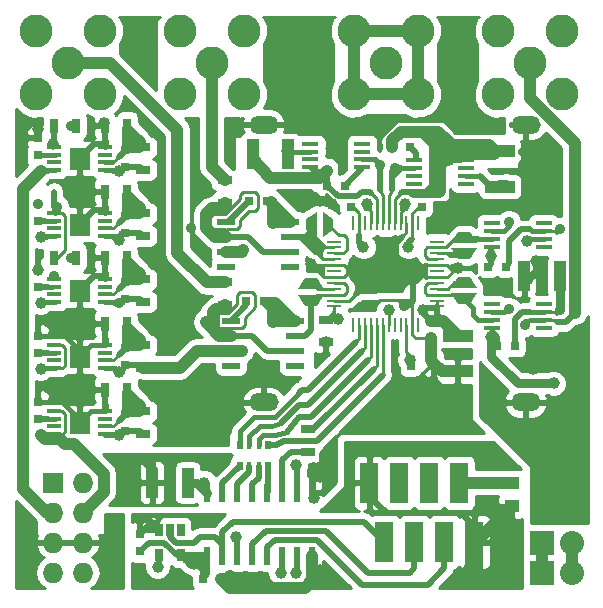
<source format=gtl>
G04 #@! TF.FileFunction,Copper,L1,Top,Signal*
%FSLAX46Y46*%
G04 Gerber Fmt 4.6, Leading zero omitted, Abs format (unit mm)*
G04 Created by KiCad (PCBNEW 4.0.2-4+6225~38~ubuntu14.04.1-stable) date Thu 10 Mar 2016 19:43:35 GMT*
%MOMM*%
G01*
G04 APERTURE LIST*
%ADD10C,0.100000*%
%ADD11C,0.500000*%
%ADD12R,1.450000X0.450000*%
%ADD13R,1.500000X3.500000*%
%ADD14R,1.250000X1.000000*%
%ADD15R,0.700000X1.300000*%
%ADD16R,1.300000X0.700000*%
%ADD17R,0.250000X1.300000*%
%ADD18R,1.300000X0.250000*%
%ADD19R,1.550000X0.600000*%
%ADD20R,0.650000X1.060000*%
%ADD21R,0.600000X1.500000*%
%ADD22R,0.800000X0.750000*%
%ADD23R,0.750000X0.800000*%
%ADD24R,1.727200X1.727200*%
%ADD25O,1.727200X1.727200*%
%ADD26O,2.500000X1.500000*%
%ADD27R,1.170000X0.406400*%
%ADD28R,1.680000X1.880000*%
%ADD29C,2.800000*%
%ADD30R,2.500000X1.000000*%
%ADD31R,1.000000X2.500000*%
%ADD32R,2.032000X2.032000*%
%ADD33O,2.032000X2.032000*%
%ADD34R,0.500000X0.800000*%
%ADD35R,0.400000X0.800000*%
%ADD36C,0.500000*%
%ADD37C,1.000000*%
%ADD38C,0.889000*%
%ADD39C,1.500000*%
%ADD40C,0.768000*%
%ADD41C,0.508000*%
%ADD42C,0.381000*%
%ADD43C,0.254000*%
%ADD44C,1.016000*%
%ADD45C,1.500000*%
G04 APERTURE END LIST*
D10*
D11*
X134366000Y-124079000D02*
X134366000Y-124841000D01*
D12*
X125689000Y-111547000D03*
X125689000Y-112197000D03*
X125689000Y-112847000D03*
X125689000Y-113497000D03*
X130089000Y-113497000D03*
X130089000Y-112847000D03*
X130089000Y-112197000D03*
X130089000Y-111547000D03*
D13*
X130683000Y-140248000D03*
X131953000Y-145248000D03*
X133223000Y-140248000D03*
X134493000Y-145248000D03*
X135763000Y-140248000D03*
X137033000Y-145248000D03*
X138303000Y-140248000D03*
X139573000Y-145248000D03*
D14*
X142748000Y-140224000D03*
X142748000Y-142224000D03*
D15*
X134178000Y-130048000D03*
X136078000Y-130048000D03*
D16*
X127000000Y-126431000D03*
X127000000Y-128331000D03*
D15*
X105852000Y-121158000D03*
X103952000Y-121158000D03*
D16*
X111506000Y-124902000D03*
X111506000Y-123002000D03*
D15*
X110170000Y-121158000D03*
X108270000Y-121158000D03*
D16*
X111506000Y-130490000D03*
X111506000Y-128590000D03*
D15*
X110170000Y-126746000D03*
X108270000Y-126746000D03*
D16*
X111506000Y-119314000D03*
X111506000Y-117414000D03*
D15*
X110170000Y-115570000D03*
X108270000Y-115570000D03*
X105852000Y-109982000D03*
X103952000Y-109982000D03*
D16*
X111506000Y-113726000D03*
X111506000Y-111826000D03*
D15*
X110170000Y-109982000D03*
X108270000Y-109982000D03*
D16*
X111506000Y-136078000D03*
X111506000Y-134178000D03*
D15*
X110170000Y-132334000D03*
X108270000Y-132334000D03*
D17*
X129330000Y-126905000D03*
X129830000Y-126905000D03*
X130330000Y-126905000D03*
X130830000Y-126905000D03*
X131330000Y-126905000D03*
X131830000Y-126905000D03*
X132330000Y-126905000D03*
X132830000Y-126905000D03*
X133330000Y-126905000D03*
X133830000Y-126905000D03*
X134330000Y-126905000D03*
X134830000Y-126905000D03*
D18*
X136430000Y-125305000D03*
X136430000Y-124805000D03*
X136430000Y-124305000D03*
X136430000Y-123805000D03*
X136430000Y-123305000D03*
X136430000Y-122805000D03*
X136430000Y-122305000D03*
X136430000Y-121805000D03*
X136430000Y-121305000D03*
X136430000Y-120805000D03*
X136430000Y-120305000D03*
X136430000Y-119805000D03*
D17*
X134830000Y-118205000D03*
X134330000Y-118205000D03*
X133830000Y-118205000D03*
X133330000Y-118205000D03*
X132830000Y-118205000D03*
X132330000Y-118205000D03*
X131830000Y-118205000D03*
X131330000Y-118205000D03*
X130830000Y-118205000D03*
X130330000Y-118205000D03*
X129830000Y-118205000D03*
X129330000Y-118205000D03*
D18*
X127730000Y-119805000D03*
X127730000Y-120305000D03*
X127730000Y-120805000D03*
X127730000Y-121305000D03*
X127730000Y-121805000D03*
X127730000Y-122305000D03*
X127730000Y-122805000D03*
X127730000Y-123305000D03*
X127730000Y-123805000D03*
X127730000Y-124305000D03*
X127730000Y-124805000D03*
X127730000Y-125305000D03*
D12*
X141056000Y-125136000D03*
X141056000Y-125786000D03*
X141056000Y-126436000D03*
X141056000Y-127086000D03*
X145456000Y-127086000D03*
X145456000Y-126436000D03*
X145456000Y-125786000D03*
X145456000Y-125136000D03*
X141056000Y-118278000D03*
X141056000Y-118928000D03*
X141056000Y-119578000D03*
X141056000Y-120228000D03*
X145456000Y-120228000D03*
X145456000Y-119578000D03*
X145456000Y-118928000D03*
X145456000Y-118278000D03*
D19*
X124366000Y-130302000D03*
X124366000Y-129032000D03*
X124366000Y-127762000D03*
X124366000Y-126492000D03*
X118966000Y-126492000D03*
X118966000Y-127762000D03*
X118966000Y-129032000D03*
X118966000Y-130302000D03*
X123985000Y-121920000D03*
X123985000Y-120650000D03*
X123985000Y-119380000D03*
X123985000Y-118110000D03*
X118585000Y-118110000D03*
X118585000Y-119380000D03*
X118585000Y-120650000D03*
X118585000Y-121920000D03*
D20*
X114742000Y-144188000D03*
X113792000Y-144188000D03*
X112842000Y-144188000D03*
X112842000Y-146388000D03*
X114742000Y-146388000D03*
D21*
X116967000Y-146464000D03*
X118237000Y-146464000D03*
X119507000Y-146464000D03*
X120777000Y-146464000D03*
X122047000Y-146464000D03*
X123317000Y-146464000D03*
X124587000Y-146464000D03*
X125857000Y-146464000D03*
X125857000Y-141064000D03*
X124587000Y-141064000D03*
X123317000Y-141064000D03*
X122047000Y-141064000D03*
X120777000Y-141064000D03*
X119507000Y-141064000D03*
X118237000Y-141064000D03*
X116967000Y-141064000D03*
D22*
X129094800Y-116840000D03*
X130594800Y-116840000D03*
X135116000Y-116840000D03*
X133616000Y-116840000D03*
D23*
X135890000Y-126504000D03*
X135890000Y-128004000D03*
D22*
X142990000Y-128651000D03*
X141490000Y-128651000D03*
X142228000Y-121920000D03*
X140728000Y-121920000D03*
X120281000Y-124841000D03*
X121781000Y-124841000D03*
X120535000Y-116332000D03*
X122035000Y-116332000D03*
X134100000Y-111760000D03*
X132600000Y-111760000D03*
X128639000Y-115062000D03*
X127139000Y-115062000D03*
D23*
X102616000Y-123686000D03*
X102616000Y-122186000D03*
X102616000Y-129274000D03*
X102616000Y-127774000D03*
X102616000Y-118098000D03*
X102616000Y-116598000D03*
X109982000Y-124702000D03*
X109982000Y-123202000D03*
X109982000Y-130290000D03*
X109982000Y-128790000D03*
X109982000Y-119114000D03*
X109982000Y-117614000D03*
X102616000Y-112510000D03*
X102616000Y-111010000D03*
X102616000Y-134862000D03*
X102616000Y-133362000D03*
X109982000Y-113526000D03*
X109982000Y-112026000D03*
X109982000Y-135878000D03*
X109982000Y-134378000D03*
D10*
G36*
X126742000Y-117264000D02*
X127642000Y-117864000D01*
X127642000Y-118864000D01*
X126742000Y-119464000D01*
X126742000Y-117264000D01*
X126742000Y-117264000D01*
G37*
G36*
X126242000Y-119464000D02*
X125342000Y-118864000D01*
X125342000Y-117864000D01*
X126242000Y-117264000D01*
X126242000Y-119464000D01*
X126242000Y-119464000D01*
G37*
G36*
X124630000Y-123829000D02*
X125230000Y-122929000D01*
X126230000Y-122929000D01*
X126830000Y-123829000D01*
X124630000Y-123829000D01*
X124630000Y-123829000D01*
G37*
G36*
X126830000Y-124329000D02*
X126230000Y-125229000D01*
X125230000Y-125229000D01*
X124630000Y-124329000D01*
X126830000Y-124329000D01*
X126830000Y-124329000D01*
G37*
G36*
X139784000Y-120392000D02*
X139184000Y-121292000D01*
X138184000Y-121292000D01*
X137584000Y-120392000D01*
X139784000Y-120392000D01*
X139784000Y-120392000D01*
G37*
G36*
X137584000Y-119892000D02*
X138184000Y-118992000D01*
X139184000Y-118992000D01*
X139784000Y-119892000D01*
X137584000Y-119892000D01*
X137584000Y-119892000D01*
G37*
G36*
X137584000Y-123702000D02*
X138184000Y-122802000D01*
X139184000Y-122802000D01*
X139784000Y-123702000D01*
X137584000Y-123702000D01*
X137584000Y-123702000D01*
G37*
G36*
X139784000Y-124202000D02*
X139184000Y-125102000D01*
X138184000Y-125102000D01*
X137584000Y-124202000D01*
X139784000Y-124202000D01*
X139784000Y-124202000D01*
G37*
D12*
X138852000Y-114894000D03*
X138852000Y-114244000D03*
X138852000Y-113594000D03*
X138852000Y-112944000D03*
X134452000Y-112944000D03*
X134452000Y-113594000D03*
X134452000Y-114244000D03*
X134452000Y-114894000D03*
D24*
X103886000Y-140208000D03*
D25*
X106426000Y-140208000D03*
X103886000Y-142748000D03*
X106426000Y-142748000D03*
X103886000Y-145288000D03*
X106426000Y-145288000D03*
X103886000Y-147828000D03*
X106426000Y-147828000D03*
D26*
X121742000Y-133416000D03*
X143942000Y-109916000D03*
X143942000Y-133416000D03*
X121742000Y-109916000D03*
D23*
X111252000Y-146038000D03*
X111252000Y-144538000D03*
D22*
X116598000Y-148336000D03*
X118098000Y-148336000D03*
D27*
X108344500Y-136105900D03*
X108344500Y-135458200D03*
X108344500Y-134797800D03*
X108344500Y-134150100D03*
X103999500Y-134150100D03*
X103999500Y-134797800D03*
X103999500Y-135458200D03*
X103999500Y-136105900D03*
D28*
X106172000Y-135128000D03*
D27*
X108344500Y-113753900D03*
X108344500Y-113106200D03*
X108344500Y-112445800D03*
X108344500Y-111798100D03*
X103999500Y-111798100D03*
X103999500Y-112445800D03*
X103999500Y-113106200D03*
X103999500Y-113753900D03*
D28*
X106172000Y-112776000D03*
D27*
X108344500Y-119341900D03*
X108344500Y-118694200D03*
X108344500Y-118033800D03*
X108344500Y-117386100D03*
X103999500Y-117386100D03*
X103999500Y-118033800D03*
X103999500Y-118694200D03*
X103999500Y-119341900D03*
D28*
X106172000Y-118364000D03*
D27*
X108344500Y-130517900D03*
X108344500Y-129870200D03*
X108344500Y-129209800D03*
X108344500Y-128562100D03*
X103999500Y-128562100D03*
X103999500Y-129209800D03*
X103999500Y-129870200D03*
X103999500Y-130517900D03*
D28*
X106172000Y-129540000D03*
D27*
X108344500Y-124929900D03*
X108344500Y-124282200D03*
X108344500Y-123621800D03*
X108344500Y-122974100D03*
X103999500Y-122974100D03*
X103999500Y-123621800D03*
X103999500Y-124282200D03*
X103999500Y-124929900D03*
D28*
X106172000Y-123952000D03*
D16*
X118491000Y-123256000D03*
X118491000Y-125156000D03*
X118491000Y-114620000D03*
X118491000Y-116520000D03*
D29*
X132080000Y-104648000D03*
X134780000Y-101948000D03*
X129380000Y-101948000D03*
X129380000Y-107348000D03*
X134780000Y-107348000D03*
X144272000Y-104648000D03*
X146972000Y-101948000D03*
X141572000Y-101948000D03*
X141572000Y-107348000D03*
X146972000Y-107348000D03*
D30*
X138176000Y-127786000D03*
X138176000Y-130786000D03*
X141732000Y-115165000D03*
X141732000Y-112165000D03*
D31*
X123801000Y-112395000D03*
X120801000Y-112395000D03*
D32*
X145288000Y-147828000D03*
D33*
X147828000Y-147828000D03*
D32*
X145288000Y-145288000D03*
D33*
X147828000Y-145288000D03*
D29*
X105156000Y-104648000D03*
X107856000Y-101948000D03*
X102456000Y-101948000D03*
X102456000Y-107348000D03*
X107856000Y-107348000D03*
X117348000Y-104648000D03*
X120048000Y-101948000D03*
X114648000Y-101948000D03*
X114648000Y-107348000D03*
X120048000Y-107348000D03*
D34*
X119704000Y-138822000D03*
D35*
X121304000Y-138822000D03*
X120504000Y-138822000D03*
D34*
X122104000Y-138822000D03*
D35*
X120504000Y-137022000D03*
D34*
X119704000Y-137022000D03*
D35*
X121304000Y-137022000D03*
D34*
X122104000Y-137022000D03*
D31*
X143788000Y-122682000D03*
X146788000Y-122682000D03*
X115292000Y-140208000D03*
X112292000Y-140208000D03*
D16*
X125476000Y-135702000D03*
X125476000Y-137602000D03*
D36*
X134366000Y-124841000D03*
X134366000Y-124079000D03*
D37*
X130175000Y-120269000D03*
D38*
X109474000Y-124968000D03*
D37*
X133985000Y-120269000D03*
D38*
X146812000Y-118745000D03*
X146812000Y-125603000D03*
X113538000Y-127508000D03*
X115570000Y-118618000D03*
D37*
X132842000Y-121920000D03*
X131318000Y-121920000D03*
X144780000Y-121412000D03*
X146558000Y-113792000D03*
X111633000Y-102108000D03*
X102616000Y-122186000D03*
D38*
X102616000Y-116598000D03*
D37*
X108204000Y-109728000D03*
X102616000Y-110236000D03*
X127508000Y-116586000D03*
X125730000Y-121666000D03*
X127127000Y-113792000D03*
X137414000Y-112903000D03*
X144145000Y-122936000D03*
X134366000Y-122174000D03*
X146812000Y-128270000D03*
X130048000Y-122174000D03*
X144526000Y-130556000D03*
X137414000Y-103632000D03*
X138176000Y-122047000D03*
X146304000Y-131802000D03*
X140970000Y-121031000D03*
X140970000Y-127889000D03*
X109474000Y-113792000D03*
X130479800Y-116586000D03*
X133731000Y-116586000D03*
D38*
X105410000Y-121158000D03*
X105410000Y-109982000D03*
D37*
X135255000Y-125603000D03*
X124460000Y-138684000D03*
X116713000Y-140208000D03*
D38*
X143891000Y-126873000D03*
X142494000Y-125476000D03*
D37*
X144006000Y-119761000D03*
D38*
X142494000Y-118110000D03*
D37*
X119888000Y-129032000D03*
X109474000Y-130810000D03*
X120015000Y-120523000D03*
X109474000Y-136144000D03*
X122555000Y-126619000D03*
X122555000Y-118237000D03*
X109474000Y-119634000D03*
X142240000Y-115062000D03*
X123698000Y-112141000D03*
X134112000Y-129794000D03*
X128016000Y-126365000D03*
X132334000Y-125603000D03*
X112776000Y-147320000D03*
X124460000Y-147828000D03*
D38*
X133604000Y-125222000D03*
D37*
X135890000Y-128524000D03*
X111506000Y-138176000D03*
X125984000Y-141478000D03*
X126492000Y-139700000D03*
X127000000Y-128331000D03*
D38*
X132842000Y-113538000D03*
X131572000Y-113284000D03*
D37*
X102870000Y-124968000D03*
X102870000Y-119380000D03*
X102870000Y-130556000D03*
X102870000Y-113792000D03*
X102870000Y-136144000D03*
D39*
X115824000Y-146812000D03*
X138303000Y-140248000D03*
D37*
X111252000Y-148590000D03*
X118872000Y-148082000D03*
D39*
X139192000Y-147828000D03*
X126492000Y-147828000D03*
X130683000Y-140248000D03*
D37*
X112268000Y-143764000D03*
X133096000Y-140208000D03*
X119380000Y-144780000D03*
X123190000Y-147828000D03*
X135636000Y-140208000D03*
D38*
X104013000Y-122682000D03*
X104267000Y-116840000D03*
D37*
X103886000Y-111506000D03*
D40*
X146812000Y-125603000D02*
X146812000Y-122706000D01*
X146812000Y-122706000D02*
X146788000Y-122682000D01*
D41*
X142990000Y-119265000D02*
X142494000Y-119761000D01*
D42*
X144455000Y-118928000D02*
X144272000Y-118745000D01*
D41*
X143510000Y-118745000D02*
X144272000Y-118745000D01*
X142990000Y-119265000D02*
X143510000Y-118745000D01*
D42*
X145456000Y-118928000D02*
X144455000Y-118928000D01*
D41*
X142494000Y-119761000D02*
X142494000Y-121654000D01*
X142494000Y-121654000D02*
X142228000Y-121920000D01*
X129830000Y-119217000D02*
X129830000Y-119924000D01*
X129830000Y-119924000D02*
X130175000Y-120269000D01*
D43*
X129830000Y-118205000D02*
X129830000Y-119217000D01*
X129830000Y-119217000D02*
X129794000Y-119253000D01*
D41*
X146558000Y-118999000D02*
X146812000Y-118745000D01*
D43*
X146487000Y-118928000D02*
X146558000Y-118999000D01*
X145456000Y-118928000D02*
X146487000Y-118928000D01*
D41*
X143002000Y-126365000D02*
X142990000Y-128651000D01*
X144018000Y-125730000D02*
X143637000Y-125730000D01*
X143637000Y-125730000D02*
X143002000Y-126365000D01*
X144272000Y-125730000D02*
X144018000Y-125730000D01*
D42*
X144455000Y-125786000D02*
X144272000Y-125730000D01*
X145456000Y-125786000D02*
X144455000Y-125786000D01*
D43*
X145456000Y-125786000D02*
X146487000Y-125786000D01*
D41*
X109716000Y-124968000D02*
X109982000Y-124702000D01*
D42*
X109052000Y-124927000D02*
X108277000Y-124927000D01*
X109052000Y-124927000D02*
X109093000Y-124968000D01*
D41*
X109716000Y-124968000D02*
X109093000Y-124968000D01*
X111306000Y-124702000D02*
X109982000Y-124702000D01*
X111506000Y-124902000D02*
X111306000Y-124702000D01*
X109716000Y-124968000D02*
X109982000Y-124702000D01*
X109474000Y-124968000D02*
X109716000Y-124968000D01*
D43*
X134874000Y-116840000D02*
X135116000Y-116840000D01*
X134330000Y-117384000D02*
X134874000Y-116840000D01*
X134330000Y-118205000D02*
X134330000Y-117384000D01*
D41*
X134330000Y-119598000D02*
X133985000Y-119943000D01*
X133985000Y-119943000D02*
X133985000Y-120269000D01*
D43*
X134330000Y-118205000D02*
X134330000Y-119598000D01*
X129336800Y-116713000D02*
X129094800Y-116713000D01*
X129273300Y-116840000D02*
X129094800Y-116840000D01*
X129286000Y-116840000D02*
X129094800Y-116840000D01*
X129830000Y-117384000D02*
X129286000Y-116840000D01*
X129830000Y-118205000D02*
X129830000Y-117384000D01*
D41*
X146558000Y-125857000D02*
X146812000Y-125603000D01*
D43*
X146487000Y-125786000D02*
X146558000Y-125857000D01*
D41*
X134366000Y-124079000D02*
X134366000Y-122174000D01*
D43*
X127730000Y-121805000D02*
X125869000Y-121805000D01*
X125869000Y-121805000D02*
X125730000Y-121666000D01*
D41*
X144145000Y-122936000D02*
X144780000Y-122301000D01*
X144780000Y-122301000D02*
X144780000Y-121412000D01*
D44*
X134780020Y-107348020D02*
X134780020Y-101947980D01*
X134780020Y-101947980D02*
X129379980Y-101947980D01*
X129379980Y-101947980D02*
X129379980Y-107348020D01*
X129379980Y-107348020D02*
X134780020Y-107348020D01*
D41*
X136080500Y-114871500D02*
X136080500Y-115824000D01*
X136080500Y-115824000D02*
X136144000Y-115824000D01*
X136525000Y-113792000D02*
X136525000Y-115824000D01*
X136525000Y-115824000D02*
X136652000Y-115824000D01*
X136525000Y-112522000D02*
X136906000Y-112903000D01*
X136906000Y-112903000D02*
X136906000Y-115570000D01*
X136906000Y-115570000D02*
X136652000Y-115824000D01*
X134366000Y-115824000D02*
X134112000Y-115570000D01*
X136144000Y-115824000D02*
X134366000Y-115824000D01*
X136652000Y-115824000D02*
X136144000Y-115824000D01*
D43*
X128778000Y-122551000D02*
X128778000Y-122551000D01*
X128524000Y-121805000D02*
X128708500Y-121989500D01*
X128708500Y-121989500D02*
X128778000Y-122059000D01*
X128778000Y-122551000D02*
X128524000Y-122805000D01*
X128778000Y-122059000D02*
X128778000Y-122551000D01*
X127730000Y-122805000D02*
X128524000Y-122805000D01*
X128524000Y-121805000D02*
X127730000Y-121805000D01*
X126746000Y-122428000D02*
X126492000Y-122174000D01*
X126492000Y-122174000D02*
X126492000Y-121920000D01*
X126746000Y-122682000D02*
X125730000Y-121793000D01*
X125730000Y-121793000D02*
X125730000Y-121666000D01*
D44*
X137344500Y-111321500D02*
X136906000Y-111760000D01*
X136906000Y-112522000D02*
X136525000Y-112522000D01*
X136525000Y-112522000D02*
X136525000Y-112522000D01*
X136906000Y-111760000D02*
X136906000Y-112522000D01*
X135636000Y-110490000D02*
X136525000Y-111379000D01*
X136525000Y-111379000D02*
X136525000Y-112522000D01*
X136525000Y-112522000D02*
X136525000Y-113792000D01*
D41*
X136017000Y-114300000D02*
X136017000Y-111633000D01*
X136017000Y-111633000D02*
X134874000Y-110490000D01*
D44*
X132600000Y-111240000D02*
X133350000Y-110490000D01*
X133350000Y-110490000D02*
X134874000Y-110490000D01*
X132600000Y-111760000D02*
X132600000Y-111240000D01*
X136513000Y-110490000D02*
X137344500Y-111321500D01*
X137344500Y-111321500D02*
X137402000Y-111379000D01*
X134874000Y-110490000D02*
X135636000Y-110490000D01*
X135636000Y-110490000D02*
X136513000Y-110490000D01*
D41*
X135699500Y-115379500D02*
X135890000Y-115570000D01*
X136017000Y-114808000D02*
X136080500Y-114871500D01*
X136080500Y-114871500D02*
X136144000Y-114935000D01*
D42*
X105752000Y-134658000D02*
X105752000Y-134454000D01*
X105752000Y-134454000D02*
X104660000Y-133362000D01*
X104660000Y-133362000D02*
X102616000Y-133362000D01*
X108277000Y-134153000D02*
X107097000Y-134153000D01*
X107097000Y-134153000D02*
X106592000Y-134658000D01*
X102616000Y-127774000D02*
X104914000Y-127774000D01*
X104914000Y-127774000D02*
X105752000Y-128612000D01*
X105752000Y-128612000D02*
X105752000Y-129070000D01*
X108277000Y-128565000D02*
X107097000Y-128565000D01*
X107097000Y-128565000D02*
X106592000Y-129070000D01*
D43*
X108270000Y-109794000D02*
X108270000Y-109982000D01*
X108270000Y-109794000D02*
X108204000Y-109728000D01*
X102616000Y-110236000D02*
X102616000Y-111010000D01*
X126492000Y-121920000D02*
X126607000Y-121805000D01*
X126607000Y-121805000D02*
X126861000Y-121805000D01*
X126492000Y-121920000D02*
X126746000Y-122174000D01*
X126746000Y-122174000D02*
X126746000Y-122301000D01*
D41*
X126492000Y-121920000D02*
X125984000Y-121920000D01*
X125984000Y-121920000D02*
X125730000Y-121666000D01*
D43*
X126492000Y-121920000D02*
X126746000Y-121920000D01*
X127730000Y-122805000D02*
X126869000Y-122805000D01*
X126746000Y-122682000D02*
X126746000Y-122428000D01*
X126746000Y-122428000D02*
X126746000Y-122301000D01*
X126869000Y-122805000D02*
X126746000Y-122682000D01*
X126746000Y-121920000D02*
X126861000Y-121805000D01*
X126746000Y-122301000D02*
X126746000Y-121920000D01*
X137299000Y-121805000D02*
X136430000Y-121805000D01*
X136430000Y-122805000D02*
X137291000Y-122805000D01*
D41*
X108270000Y-132334000D02*
X108270000Y-133924000D01*
X108270000Y-133924000D02*
X108277000Y-133931000D01*
D42*
X108277000Y-134153000D02*
X108277000Y-133931000D01*
D41*
X108270000Y-126746000D02*
X108270000Y-128336000D01*
D42*
X108277000Y-128565000D02*
X108277000Y-128343000D01*
D41*
X108270000Y-128336000D02*
X108277000Y-128343000D01*
X108277000Y-117094000D02*
X107392000Y-117094000D01*
X107392000Y-117094000D02*
X106592000Y-117894000D01*
D42*
X108277000Y-117389000D02*
X108277000Y-117094000D01*
D41*
X127127000Y-114554000D02*
X127127000Y-114554000D01*
X127127000Y-113792000D02*
X127127000Y-114554000D01*
X127127000Y-114554000D02*
X127127000Y-115050000D01*
X127127000Y-115050000D02*
X127139000Y-115062000D01*
X137668000Y-112141000D02*
X138430000Y-112903000D01*
X138430000Y-112903000D02*
X137414000Y-112903000D01*
X138684000Y-112649000D02*
X138430000Y-112903000D01*
X141732000Y-112205000D02*
X141160000Y-111633000D01*
X141160000Y-111633000D02*
X138176000Y-111633000D01*
X140462000Y-111887000D02*
X137910000Y-111887000D01*
X138176000Y-111887000D02*
X138176000Y-111633000D01*
X137910000Y-111887000D02*
X138176000Y-111887000D01*
X140462000Y-112395000D02*
X138418000Y-112395000D01*
X138684000Y-112395000D02*
X138684000Y-112649000D01*
X138418000Y-112395000D02*
X138684000Y-112395000D01*
X137789000Y-111766000D02*
X137922000Y-111633000D01*
X137922000Y-111633000D02*
X138176000Y-111633000D01*
X140462000Y-111887000D02*
X140462000Y-112649000D01*
X140462000Y-112649000D02*
X140462000Y-112395000D01*
X140462000Y-112395000D02*
X140462000Y-112649000D01*
X141732000Y-112205000D02*
X140906000Y-111379000D01*
X139192000Y-112649000D02*
X138684000Y-112649000D01*
D43*
X139147000Y-112649000D02*
X139192000Y-112649000D01*
D41*
X138684000Y-112649000D02*
X138672000Y-112649000D01*
X138672000Y-112649000D02*
X137789000Y-111766000D01*
X139147000Y-112649000D02*
X140462000Y-112649000D01*
X140462000Y-112649000D02*
X141288000Y-112649000D01*
X141288000Y-112649000D02*
X141732000Y-112205000D01*
D43*
X138852000Y-112944000D02*
X139147000Y-112649000D01*
D42*
X108270000Y-111794000D02*
X108270000Y-111506000D01*
X108277000Y-111801000D02*
X108270000Y-111794000D01*
D41*
X107392000Y-111506000D02*
X108270000Y-111506000D01*
X106592000Y-112306000D02*
X107392000Y-111506000D01*
D42*
X108277000Y-122682000D02*
X108277000Y-122977000D01*
D41*
X107392000Y-122682000D02*
X108277000Y-122682000D01*
X106592000Y-123482000D02*
X107392000Y-122682000D01*
X108270000Y-109982000D02*
X108270000Y-111506000D01*
X108277000Y-115577000D02*
X108270000Y-115570000D01*
X108277000Y-117094000D02*
X108277000Y-115577000D01*
X108270000Y-122682000D02*
X108277000Y-122682000D01*
X108270000Y-121158000D02*
X108270000Y-122682000D01*
X137402000Y-112141000D02*
X137668000Y-112141000D01*
X137402000Y-112891000D02*
X137402000Y-112141000D01*
X137414000Y-112903000D02*
X137402000Y-112891000D01*
X137402000Y-112141000D02*
X137402000Y-111379000D01*
X140906000Y-111379000D02*
X137402000Y-111379000D01*
X137789000Y-111766000D02*
X137402000Y-111379000D01*
X136906000Y-113411000D02*
X137414000Y-112903000D01*
X136017000Y-115062000D02*
X136017000Y-114808000D01*
X136017000Y-114808000D02*
X136017000Y-114300000D01*
X136017000Y-114300000D02*
X136525000Y-113792000D01*
X134112000Y-115570000D02*
X135509000Y-115570000D01*
X135699500Y-115379500D02*
X135509000Y-115570000D01*
X136017000Y-115062000D02*
X135699500Y-115379500D01*
X136525000Y-113792000D02*
X136906000Y-113411000D01*
D43*
X132830000Y-116217000D02*
X133350000Y-115697000D01*
X132830000Y-118205000D02*
X132830000Y-116217000D01*
D41*
X133477000Y-115570000D02*
X134112000Y-115570000D01*
X133350000Y-115697000D02*
X133477000Y-115570000D01*
D43*
X133830000Y-118205000D02*
X133830000Y-119027000D01*
X133830000Y-119027000D02*
X133477000Y-119380000D01*
D41*
X133477000Y-119380000D02*
X132969000Y-119888000D01*
X132969000Y-121285000D02*
X133858000Y-122174000D01*
X133858000Y-122174000D02*
X134366000Y-122174000D01*
X132969000Y-119888000D02*
X132969000Y-121285000D01*
D42*
X135394000Y-122694000D02*
X135505000Y-122805000D01*
D43*
X135505000Y-122805000D02*
X136430000Y-122805000D01*
D42*
X135382000Y-122682000D02*
X135394000Y-122694000D01*
X135394000Y-121920000D02*
X135394000Y-122694000D01*
X135394000Y-121805000D02*
X135394000Y-121920000D01*
X135501498Y-121812502D02*
X135394000Y-121920000D01*
D43*
X135509000Y-121805000D02*
X135501498Y-121812502D01*
X136430000Y-121805000D02*
X135509000Y-121805000D01*
D41*
X130683000Y-115570000D02*
X130048000Y-115570000D01*
X130048000Y-115570000D02*
X129667000Y-115951000D01*
X129667000Y-115951000D02*
X128028000Y-115951000D01*
X128028000Y-115951000D02*
X127139000Y-115062000D01*
D43*
X131330000Y-118205000D02*
X131330000Y-116217000D01*
X131330000Y-116217000D02*
X130810000Y-115697000D01*
D41*
X130810000Y-115697000D02*
X130683000Y-115570000D01*
D42*
X125984000Y-113792000D02*
X127127000Y-113792000D01*
X125689000Y-113497000D02*
X125984000Y-113792000D01*
D44*
X120841000Y-112840000D02*
X120841000Y-112395000D01*
X126492000Y-114427000D02*
X122301000Y-114427000D01*
X127127000Y-113792000D02*
X126492000Y-114427000D01*
X122301000Y-114427000D02*
X120841000Y-112840000D01*
D41*
X130048000Y-123698000D02*
X130048000Y-122174000D01*
D43*
X128941000Y-124805000D02*
X129540000Y-124206000D01*
D41*
X129540000Y-124206000D02*
X130048000Y-123698000D01*
D43*
X127730000Y-124805000D02*
X128941000Y-124805000D01*
D44*
X133985000Y-122555000D02*
X134366000Y-122174000D01*
D43*
X134330000Y-122210000D02*
X134366000Y-122174000D01*
X134330000Y-122210000D02*
X134366000Y-122174000D01*
X137668000Y-122174000D02*
X137299000Y-121805000D01*
X137291000Y-122805000D02*
X137668000Y-122428000D01*
X137795000Y-122047000D02*
X138176000Y-122047000D01*
X137668000Y-122174000D02*
X137795000Y-122047000D01*
X137668000Y-122428000D02*
X137668000Y-122174000D01*
D41*
X140728000Y-121920000D02*
X140970000Y-121678000D01*
X140970000Y-121678000D02*
X140970000Y-121031000D01*
D40*
X140970000Y-127889000D02*
X140970000Y-129540000D01*
X143232000Y-131802000D02*
X140970000Y-129540000D01*
X143232000Y-131802000D02*
X146304000Y-131802000D01*
D41*
X140970000Y-120523000D02*
X140970000Y-121031000D01*
X141224000Y-127635000D02*
X141056000Y-127467000D01*
X141490000Y-127901000D02*
X141224000Y-127635000D01*
X140970000Y-127889000D02*
X141224000Y-127635000D01*
D43*
X140970000Y-120523000D02*
X141056000Y-120437000D01*
X141056000Y-120228000D02*
X141056000Y-120437000D01*
D42*
X141056000Y-127086000D02*
X141056000Y-127201000D01*
X141056000Y-127467000D02*
X141056000Y-127086000D01*
D41*
X141490000Y-128651000D02*
X141490000Y-127901000D01*
X109716000Y-113792000D02*
X109982000Y-113526000D01*
D42*
X108925000Y-113751000D02*
X108966000Y-113792000D01*
X108925000Y-113751000D02*
X108277000Y-113751000D01*
D41*
X109716000Y-113792000D02*
X108966000Y-113792000D01*
X109716000Y-113792000D02*
X109982000Y-113526000D01*
X109474000Y-113792000D02*
X109716000Y-113792000D01*
X111306000Y-113526000D02*
X111506000Y-113726000D01*
X109982000Y-113526000D02*
X111306000Y-113526000D01*
D43*
X133330000Y-118205000D02*
X133330000Y-117368000D01*
X133330000Y-117368000D02*
X133616000Y-117082000D01*
X133616000Y-117082000D02*
X133616000Y-116840000D01*
X130467800Y-116955000D02*
X130467800Y-116713000D01*
X130830000Y-117241000D02*
X130467800Y-116955000D01*
X130830000Y-118205000D02*
X130830000Y-117241000D01*
X130467800Y-116598000D02*
X130467800Y-116840000D01*
X130479800Y-116586000D02*
X130467800Y-116598000D01*
D41*
X136430000Y-125305000D02*
X136430000Y-126040000D01*
X136430000Y-126040000D02*
X136894000Y-126504000D01*
X135255000Y-125603000D02*
X135255000Y-125869000D01*
X135255000Y-125869000D02*
X135890000Y-126504000D01*
D44*
X135890000Y-126504000D02*
X136894000Y-126504000D01*
X136894000Y-126504000D02*
X138176000Y-127786000D01*
D40*
X115292000Y-140208000D02*
X116111000Y-140208000D01*
X116111000Y-140208000D02*
X116967000Y-141064000D01*
D43*
X105410000Y-121158000D02*
X105852000Y-121158000D01*
D42*
X105852000Y-109982000D02*
X105410000Y-109982000D01*
D43*
X135636000Y-125476000D02*
X135890000Y-125476000D01*
X135890000Y-125476000D02*
X136259000Y-125476000D01*
X135382000Y-125476000D02*
X135636000Y-125476000D01*
X135382000Y-125476000D02*
X135211000Y-125305000D01*
X135211000Y-125305000D02*
X136430000Y-125305000D01*
X136430000Y-124805000D02*
X136430000Y-125095000D01*
X136430000Y-125095000D02*
X136430000Y-125305000D01*
X116840000Y-140937000D02*
X116967000Y-141064000D01*
D41*
X124587000Y-138799000D02*
X124587000Y-141064000D01*
D43*
X124472000Y-138684000D02*
X124587000Y-138799000D01*
X116713000Y-140810000D02*
X116967000Y-141064000D01*
X116713000Y-140208000D02*
X116713000Y-140810000D01*
X146375000Y-126436000D02*
X146558000Y-126619000D01*
X145456000Y-126436000D02*
X146375000Y-126436000D01*
D41*
X147320000Y-126619000D02*
X148082000Y-125857000D01*
X146558000Y-126619000D02*
X147320000Y-126619000D01*
D42*
X144343000Y-126436000D02*
X144033000Y-126492000D01*
X144033000Y-126492000D02*
X143891000Y-126492000D01*
X145456000Y-126436000D02*
X144343000Y-126436000D01*
D44*
X148082000Y-111442500D02*
X148082000Y-125857000D01*
X144272000Y-107632500D02*
X148082000Y-111442500D01*
X144272000Y-104648000D02*
X144272000Y-107632500D01*
D42*
X142057000Y-125786000D02*
X142494000Y-125349000D01*
X141056000Y-125786000D02*
X142057000Y-125786000D01*
X145456000Y-119578000D02*
X144189000Y-119578000D01*
D43*
X144189000Y-119578000D02*
X144006000Y-119761000D01*
D41*
X144006000Y-119761000D02*
X144018000Y-119761000D01*
D42*
X141056000Y-118928000D02*
X142057000Y-118928000D01*
X142057000Y-118928000D02*
X142494000Y-118491000D01*
X108344500Y-130517900D02*
X109181900Y-130517900D01*
X109181900Y-130517900D02*
X109474000Y-130810000D01*
D44*
X118966000Y-129032000D02*
X119888000Y-129032000D01*
X111506000Y-130490000D02*
X114620000Y-130490000D01*
X116078000Y-129032000D02*
X118966000Y-129032000D01*
X114620000Y-130490000D02*
X116078000Y-129032000D01*
D41*
X111506000Y-130490000D02*
X111306000Y-130290000D01*
X111306000Y-130290000D02*
X109982000Y-130290000D01*
X109474000Y-130810000D02*
X109716000Y-130810000D01*
X109716000Y-130810000D02*
X109982000Y-130290000D01*
D44*
X119888000Y-120650000D02*
X120015000Y-120523000D01*
X118585000Y-120650000D02*
X119888000Y-120650000D01*
X120015000Y-120523000D02*
X119888000Y-120650000D01*
D40*
X121781000Y-124841000D02*
X122555000Y-125615000D01*
X124366000Y-126492000D02*
X122715000Y-124841000D01*
X122715000Y-124841000D02*
X121781000Y-124841000D01*
D44*
X122555000Y-125615000D02*
X123432000Y-126492000D01*
X123432000Y-126492000D02*
X123432000Y-126377000D01*
X123432000Y-126377000D02*
X123444000Y-126365000D01*
X123444000Y-126365000D02*
X123444000Y-126492000D01*
X122555000Y-126619000D02*
X122555000Y-125615000D01*
D41*
X109982000Y-135878000D02*
X111306000Y-135878000D01*
X111306000Y-135878000D02*
X111506000Y-136078000D01*
X109474000Y-136144000D02*
X109740000Y-135878000D01*
X109740000Y-135878000D02*
X109982000Y-135878000D01*
D42*
X108318000Y-136144000D02*
X108966000Y-136144000D01*
D41*
X109474000Y-136144000D02*
X108966000Y-136144000D01*
D42*
X108277000Y-136103000D02*
X108318000Y-136144000D01*
D44*
X124366000Y-126492000D02*
X123444000Y-126492000D01*
X123444000Y-126492000D02*
X122682000Y-126492000D01*
X122682000Y-126492000D02*
X122555000Y-126619000D01*
X122682000Y-118110000D02*
X122555000Y-118237000D01*
X123985000Y-118110000D02*
X122682000Y-118110000D01*
D41*
X122334000Y-116459000D02*
X122035000Y-116459000D01*
D44*
X122555000Y-116680000D02*
X122334000Y-116459000D01*
X123985000Y-118110000D02*
X122555000Y-116680000D01*
X122555000Y-117221000D02*
X122555000Y-116680000D01*
X122555000Y-116680000D02*
X122555000Y-117221000D01*
X122555000Y-118237000D02*
X122555000Y-116680000D01*
D42*
X125689000Y-112197000D02*
X123999000Y-112197000D01*
X123999000Y-112197000D02*
X123801000Y-112395000D01*
D41*
X140906000Y-115125000D02*
X140208000Y-114427000D01*
X140025000Y-114244000D02*
X140208000Y-114427000D01*
D42*
X140025000Y-114244000D02*
X138852000Y-114244000D01*
D44*
X142177000Y-115125000D02*
X141732000Y-115125000D01*
D41*
X111506000Y-119314000D02*
X111306000Y-119114000D01*
X111306000Y-119114000D02*
X109982000Y-119114000D01*
X109474000Y-119380000D02*
X109740000Y-119114000D01*
X109740000Y-119114000D02*
X109982000Y-119114000D01*
X108966000Y-119380000D02*
X109474000Y-119380000D01*
D42*
X108925000Y-119339000D02*
X108966000Y-119380000D01*
X108277000Y-119339000D02*
X108925000Y-119339000D01*
D41*
X140906000Y-115125000D02*
X141732000Y-115125000D01*
D44*
X142240000Y-115062000D02*
X142177000Y-115125000D01*
D43*
X124086000Y-112070000D02*
X123761000Y-112395000D01*
D41*
X123761000Y-112204000D02*
X123761000Y-112395000D01*
X123698000Y-112141000D02*
X123761000Y-112204000D01*
D43*
X134272000Y-129634000D02*
X134112000Y-129794000D01*
X133830000Y-126905000D02*
X133830000Y-129192000D01*
X133830000Y-129192000D02*
X134272000Y-129634000D01*
X127730000Y-125701000D02*
X127000000Y-126431000D01*
X127730000Y-125305000D02*
X127730000Y-125701000D01*
X127730000Y-126079000D02*
X128016000Y-126365000D01*
X127730000Y-125857000D02*
X127730000Y-126079000D01*
X127730000Y-125305000D02*
X127730000Y-125857000D01*
X127156000Y-126431000D02*
X127000000Y-126431000D01*
X127730000Y-125857000D02*
X127156000Y-126431000D01*
X136430000Y-124305000D02*
X138337000Y-124305000D01*
X138337000Y-124305000D02*
X138684000Y-124652000D01*
D42*
X138684000Y-124652000D02*
X139446000Y-125414000D01*
X139898000Y-126436000D02*
X141056000Y-126436000D01*
X139898000Y-126436000D02*
X139446000Y-125984000D01*
X139446000Y-125414000D02*
X139446000Y-125984000D01*
D43*
X137386000Y-124305000D02*
X137414000Y-124333000D01*
X137386000Y-124305000D02*
X136430000Y-124305000D01*
X136430000Y-124305000D02*
X135608000Y-124305000D01*
X135608000Y-124305000D02*
X135382000Y-124079000D01*
X135382000Y-124079000D02*
X135382000Y-123571000D01*
X135382000Y-123571000D02*
X135648000Y-123305000D01*
X135648000Y-123305000D02*
X136430000Y-123305000D01*
X137307000Y-123805000D02*
X137860000Y-123252000D01*
X136430000Y-123805000D02*
X137307000Y-123805000D01*
X137860000Y-123252000D02*
X138684000Y-123252000D01*
D41*
X138820000Y-119578000D02*
X139883000Y-119578000D01*
D42*
X139883000Y-119578000D02*
X141056000Y-119578000D01*
D41*
X138820000Y-119578000D02*
X138684000Y-119442000D01*
D43*
X137860000Y-119696000D02*
X138303000Y-119696000D01*
X136430000Y-120305000D02*
X135600000Y-120305000D01*
X135656000Y-121305000D02*
X136430000Y-121305000D01*
X135382000Y-121031000D02*
X135656000Y-121305000D01*
X135382000Y-120523000D02*
X135382000Y-121031000D01*
X135600000Y-120305000D02*
X135382000Y-120523000D01*
X138050500Y-119442000D02*
X138684000Y-119442000D01*
X137187500Y-120305000D02*
X138050500Y-119442000D01*
X136430000Y-120305000D02*
X137187500Y-120305000D01*
D41*
X138622000Y-120904000D02*
X137541000Y-120904000D01*
D43*
X137442000Y-120805000D02*
X137541000Y-120904000D01*
X137442000Y-120805000D02*
X136430000Y-120805000D01*
D41*
X138622000Y-120904000D02*
X138684000Y-120842000D01*
D43*
X127730000Y-123805000D02*
X126218000Y-123805000D01*
X127730000Y-120805000D02*
X128496000Y-120805000D01*
X128496000Y-120805000D02*
X128778000Y-120523000D01*
X128778000Y-120523000D02*
X128778000Y-119507000D01*
X128778000Y-119507000D02*
X128524000Y-119253000D01*
X128524000Y-119253000D02*
X128081000Y-119253000D01*
X128081000Y-119253000D02*
X127192000Y-118364000D01*
X132330000Y-125607000D02*
X132334000Y-125603000D01*
X132330000Y-125607000D02*
X132330000Y-126905000D01*
D44*
X108712000Y-104648000D02*
X105156000Y-104648000D01*
X114427000Y-110363000D02*
X108712000Y-104648000D01*
X114427000Y-120777000D02*
X114427000Y-110363000D01*
X116906000Y-123256000D02*
X114427000Y-120777000D01*
X118491000Y-123256000D02*
X116906000Y-123256000D01*
D41*
X124366000Y-127762000D02*
X125222000Y-127762000D01*
X125730000Y-127254000D02*
X125730000Y-124779000D01*
X125222000Y-127762000D02*
X125730000Y-127254000D01*
D43*
X126266000Y-124305000D02*
X125730000Y-124841000D01*
X127730000Y-124305000D02*
X126266000Y-124305000D01*
X127730000Y-123305000D02*
X128512000Y-123305000D01*
X128552000Y-124305000D02*
X127730000Y-124305000D01*
X128778000Y-124079000D02*
X128552000Y-124305000D01*
X128778000Y-123571000D02*
X128778000Y-124079000D01*
X128512000Y-123305000D02*
X128778000Y-123571000D01*
D44*
X117348000Y-113477000D02*
X117348000Y-104648000D01*
X118491000Y-114620000D02*
X117348000Y-113477000D01*
D43*
X124968000Y-119380000D02*
X126047500Y-120459500D01*
X125984000Y-120396000D02*
X126047500Y-120396000D01*
X126047500Y-120459500D02*
X125984000Y-120396000D01*
X125984000Y-120650000D02*
X124714000Y-119380000D01*
X124714000Y-119380000D02*
X123985000Y-119380000D01*
X125984000Y-120015000D02*
X126138500Y-120015000D01*
X126138500Y-120015000D02*
X126428500Y-120305000D01*
X125792000Y-119380000D02*
X125792000Y-119442000D01*
X125792000Y-119442000D02*
X126746000Y-120396000D01*
X127000000Y-120305000D02*
X126909000Y-120305000D01*
X126909000Y-120305000D02*
X125792000Y-119188000D01*
X126274000Y-120305000D02*
X126274000Y-120813000D01*
X126274000Y-120813000D02*
X126238000Y-120777000D01*
X126428500Y-120967500D02*
X126428500Y-120305000D01*
X126492000Y-120396000D02*
X126492000Y-120305000D01*
X126428500Y-120305000D02*
X126492000Y-120368500D01*
X126492000Y-120368500D02*
X126492000Y-120396000D01*
X126047500Y-120078500D02*
X126047500Y-120396000D01*
X126047500Y-120396000D02*
X126047500Y-120586500D01*
X126047500Y-120586500D02*
X126428500Y-120967500D01*
X126428500Y-120967500D02*
X126555500Y-121094500D01*
X126555500Y-121094500D02*
X126555500Y-120586500D01*
X126555500Y-120586500D02*
X126746000Y-120396000D01*
X126746000Y-120396000D02*
X126837000Y-120305000D01*
X127730000Y-120305000D02*
X127000000Y-120305000D01*
X127000000Y-120305000D02*
X126837000Y-120305000D01*
X126837000Y-120305000D02*
X126492000Y-120305000D01*
X126492000Y-120305000D02*
X126274000Y-120305000D01*
X126274000Y-120305000D02*
X126047500Y-120078500D01*
X126047500Y-120078500D02*
X125984000Y-120015000D01*
X126238000Y-120777000D02*
X126111000Y-120777000D01*
X125984000Y-120650000D02*
X125984000Y-120015000D01*
X126111000Y-120777000D02*
X125984000Y-120650000D01*
X126492000Y-121031000D02*
X126238000Y-120777000D01*
X126555500Y-121094500D02*
X126492000Y-121031000D01*
X126893000Y-121305000D02*
X126766000Y-121305000D01*
X127730000Y-121305000D02*
X126893000Y-121305000D01*
X126766000Y-121305000D02*
X126555500Y-121094500D01*
D41*
X125792000Y-118364000D02*
X125792000Y-119380000D01*
X125792000Y-119380000D02*
X125792000Y-119188000D01*
X125792000Y-119188000D02*
X125792000Y-118937000D01*
X125792000Y-118937000D02*
X125349000Y-119380000D01*
X125792000Y-118364000D02*
X125792000Y-119823000D01*
X125792000Y-119823000D02*
X125984000Y-120015000D01*
X125349000Y-119380000D02*
X125984000Y-120015000D01*
X125222000Y-119380000D02*
X124968000Y-119380000D01*
X124968000Y-119380000D02*
X123985000Y-119380000D01*
X125222000Y-119380000D02*
X125349000Y-119380000D01*
X124587000Y-146464000D02*
X124587000Y-147701000D01*
X112842000Y-147254000D02*
X112842000Y-146388000D01*
X112776000Y-147320000D02*
X112842000Y-147254000D01*
X124587000Y-147701000D02*
X124460000Y-147828000D01*
D44*
X145288000Y-145288000D02*
X145288000Y-147828000D01*
X147828000Y-145288000D02*
X147828000Y-147828000D01*
D41*
X118966000Y-126492000D02*
X120281000Y-125177000D01*
X120281000Y-125177000D02*
X120281000Y-124841000D01*
D43*
X119126000Y-126332000D02*
X118966000Y-126492000D01*
D41*
X118585000Y-118110000D02*
X118757000Y-118110000D01*
X118757000Y-118110000D02*
X120535000Y-116332000D01*
D44*
X117411500Y-127190500D02*
X117411500Y-125793500D01*
X117729000Y-125476000D02*
X118491000Y-125476000D01*
X117411500Y-125793500D02*
X117729000Y-125476000D01*
X118491000Y-125476000D02*
X118491000Y-125156000D01*
D43*
X121031000Y-124333000D02*
X121031000Y-125349000D01*
X121031000Y-125349000D02*
X120142000Y-126238000D01*
X120777000Y-124079000D02*
X121031000Y-124333000D01*
X119761000Y-124079000D02*
X120777000Y-124079000D01*
X119507000Y-124333000D02*
X119761000Y-124079000D01*
X119507000Y-125095000D02*
X119507000Y-124333000D01*
X118745000Y-125857000D02*
X119507000Y-125095000D01*
X117983000Y-125857000D02*
X118745000Y-125857000D01*
X117856000Y-125984000D02*
X117983000Y-125857000D01*
X117856000Y-127000000D02*
X117856000Y-125984000D01*
D44*
X117729000Y-127508000D02*
X117411500Y-127190500D01*
X117411500Y-127190500D02*
X116840000Y-126619000D01*
D43*
X118966000Y-127254000D02*
X117475000Y-127254000D01*
X117729000Y-127254000D02*
X117729000Y-127508000D01*
X117475000Y-127254000D02*
X117729000Y-127254000D01*
X118966000Y-127762000D02*
X118966000Y-127254000D01*
X118966000Y-127254000D02*
X118966000Y-127127000D01*
X118966000Y-127127000D02*
X118999000Y-127127000D01*
X120142000Y-126238000D02*
X120142000Y-126873000D01*
X120142000Y-126873000D02*
X119888000Y-127127000D01*
X119888000Y-127127000D02*
X118999000Y-127127000D01*
X117983000Y-127127000D02*
X117856000Y-127000000D01*
X118331000Y-127127000D02*
X117983000Y-127127000D01*
X118966000Y-127762000D02*
X118331000Y-127127000D01*
X118999000Y-127127000D02*
X118331000Y-127127000D01*
D44*
X118966000Y-127762000D02*
X117983000Y-127762000D01*
X117983000Y-127762000D02*
X117729000Y-127508000D01*
D41*
X124366000Y-129032000D02*
X122047000Y-129032000D01*
X120777000Y-127762000D02*
X118966000Y-127762000D01*
X122047000Y-129032000D02*
X120777000Y-127762000D01*
D44*
X118491000Y-116967000D02*
X118491000Y-116520000D01*
X117348000Y-116967000D02*
X118491000Y-116967000D01*
X116840000Y-118618000D02*
X116840000Y-117475000D01*
X118585000Y-119380000D02*
X117602000Y-119380000D01*
X117602000Y-119380000D02*
X116840000Y-118618000D01*
X116840000Y-117475000D02*
X117348000Y-116967000D01*
D43*
X119761000Y-116205000D02*
X118491000Y-117475000D01*
X119761000Y-115824000D02*
X119761000Y-116205000D01*
X120015000Y-115570000D02*
X119761000Y-115824000D01*
X118491000Y-117475000D02*
X117475000Y-117475000D01*
X121031000Y-115570000D02*
X121285000Y-115824000D01*
X121285000Y-115824000D02*
X121285000Y-116967000D01*
X121031000Y-117221000D02*
X121285000Y-116967000D01*
X117475000Y-117475000D02*
X117221000Y-117729000D01*
X117221000Y-117729000D02*
X117221000Y-118491000D01*
X117221000Y-118491000D02*
X117475000Y-118745000D01*
X117475000Y-118745000D02*
X118237000Y-118745000D01*
X120015000Y-115570000D02*
X121031000Y-115570000D01*
X118237000Y-118745000D02*
X118491000Y-118745000D01*
X118585000Y-118905000D02*
X118425000Y-118745000D01*
X118425000Y-118745000D02*
X118491000Y-118745000D01*
X118585000Y-118905000D02*
X118745000Y-118745000D01*
X120523000Y-117221000D02*
X121031000Y-117221000D01*
X119761000Y-117983000D02*
X120523000Y-117221000D01*
X119761000Y-118491000D02*
X119761000Y-117983000D01*
X119507000Y-118745000D02*
X119761000Y-118491000D01*
X119507000Y-118745000D02*
X118745000Y-118745000D01*
X118585000Y-119380000D02*
X118585000Y-118905000D01*
D41*
X120396000Y-119380000D02*
X121666000Y-120650000D01*
X121666000Y-120650000D02*
X123985000Y-120650000D01*
X118585000Y-119380000D02*
X120396000Y-119380000D01*
D43*
X133096000Y-124714000D02*
X134112000Y-124714000D01*
X134112000Y-124714000D02*
X134239000Y-124714000D01*
X134239000Y-124714000D02*
X134366000Y-124841000D01*
X133604000Y-125222000D02*
X133096000Y-124714000D01*
X134112000Y-124714000D02*
X133604000Y-125222000D01*
X131572000Y-124714000D02*
X131064000Y-125222000D01*
X133096000Y-124714000D02*
X131572000Y-124714000D01*
D41*
X133604000Y-125222000D02*
X133985000Y-125222000D01*
D43*
X134366000Y-124714000D02*
X134112000Y-124714000D01*
D41*
X133985000Y-125222000D02*
X134366000Y-124841000D01*
D43*
X126492000Y-139700000D02*
X126492000Y-137668000D01*
X133538000Y-132588000D02*
X136078000Y-130048000D01*
X131572000Y-132588000D02*
X133538000Y-132588000D01*
X126492000Y-137668000D02*
X131572000Y-132588000D01*
D44*
X135890000Y-128004000D02*
X135890000Y-128524000D01*
D43*
X134330000Y-126905000D02*
X134330000Y-127726000D01*
X134608000Y-128004000D02*
X135890000Y-128004000D01*
X134330000Y-127726000D02*
X134608000Y-128004000D01*
D44*
X138176000Y-130786000D02*
X136816000Y-130786000D01*
X136816000Y-130786000D02*
X136078000Y-130048000D01*
X135890000Y-128004000D02*
X135890000Y-129860000D01*
X135890000Y-129860000D02*
X136078000Y-130048000D01*
D40*
X112292000Y-140208000D02*
X112292000Y-138962000D01*
X112292000Y-138962000D02*
X111506000Y-138176000D01*
D43*
X134366000Y-124714000D02*
X134330000Y-124750000D01*
X134330000Y-124750000D02*
X134330000Y-126905000D01*
X125857000Y-141351000D02*
X125857000Y-141064000D01*
X125984000Y-141478000D02*
X125857000Y-141351000D01*
D41*
X125857000Y-139700000D02*
X125857000Y-141064000D01*
X125857000Y-138799000D02*
X125857000Y-139700000D01*
X125972000Y-138684000D02*
X125857000Y-138799000D01*
X126492000Y-139700000D02*
X125857000Y-139700000D01*
X134100000Y-111760000D02*
X134620000Y-112280000D01*
D43*
X134620000Y-112649000D02*
X134620000Y-112776000D01*
D41*
X134620000Y-112280000D02*
X134620000Y-112649000D01*
D43*
X134452000Y-112944000D02*
X134620000Y-112776000D01*
D41*
X130089000Y-113612000D02*
X128639000Y-115062000D01*
D43*
X130089000Y-113497000D02*
X130089000Y-113612000D01*
D41*
X132588000Y-114356000D02*
X132588000Y-113792000D01*
X132588000Y-113792000D02*
X132842000Y-113538000D01*
X133294000Y-113538000D02*
X133350000Y-113594000D01*
X132842000Y-113538000D02*
X133294000Y-113538000D01*
D42*
X133350000Y-113594000D02*
X134452000Y-113594000D01*
D43*
X133279000Y-113594000D02*
X133350000Y-113594000D01*
X132330000Y-118205000D02*
X132330000Y-115955000D01*
X132330000Y-115955000D02*
X132588000Y-115443000D01*
D41*
X132588000Y-114356000D02*
X132588000Y-115443000D01*
X133350000Y-113594000D02*
X132588000Y-114356000D01*
X131572000Y-113284000D02*
X131318000Y-113030000D01*
D42*
X131135000Y-112847000D02*
X130089000Y-112847000D01*
X131135000Y-112847000D02*
X131318000Y-113030000D01*
D43*
X131832000Y-115953000D02*
X131572000Y-115443000D01*
X131830000Y-118205000D02*
X131832000Y-115953000D01*
D41*
X131572000Y-115443000D02*
X131572000Y-113284000D01*
D42*
X103165000Y-124927000D02*
X104067000Y-124927000D01*
D41*
X102870000Y-124968000D02*
X103124000Y-124968000D01*
D42*
X103165000Y-124927000D02*
X103124000Y-124968000D01*
X103419000Y-119339000D02*
X104067000Y-119339000D01*
D43*
X104067000Y-130515000D02*
X104689000Y-130515000D01*
X104689000Y-128565000D02*
X104067000Y-128565000D01*
X104902000Y-128778000D02*
X104689000Y-128565000D01*
X104902000Y-130302000D02*
X104902000Y-128778000D01*
X104689000Y-130515000D02*
X104902000Y-130302000D01*
X103419000Y-119339000D02*
X103378000Y-119380000D01*
D41*
X102870000Y-119380000D02*
X103378000Y-119380000D01*
D42*
X102911000Y-130515000D02*
X102870000Y-130556000D01*
X104067000Y-130515000D02*
X102911000Y-130515000D01*
D41*
X102929000Y-123627000D02*
X102870000Y-123686000D01*
D42*
X103449000Y-123627000D02*
X103813000Y-123627000D01*
D41*
X102929000Y-123627000D02*
X103449000Y-123627000D01*
D42*
X104067000Y-129215000D02*
X103449000Y-129215000D01*
D41*
X102675000Y-129215000D02*
X102616000Y-129274000D01*
X103449000Y-129215000D02*
X102675000Y-129215000D01*
X103136000Y-118098000D02*
X102616000Y-118098000D01*
D42*
X104067000Y-118039000D02*
X103195000Y-118039000D01*
D41*
X103195000Y-118039000D02*
X103136000Y-118098000D01*
X111306000Y-123202000D02*
X111506000Y-123002000D01*
X110756000Y-123202000D02*
X111306000Y-123202000D01*
X109982000Y-123202000D02*
X110756000Y-123202000D01*
X109982000Y-121346000D02*
X110170000Y-121158000D01*
X109982000Y-121920000D02*
X109982000Y-121346000D01*
X109982000Y-122682000D02*
X109982000Y-121920000D01*
X109982000Y-123202000D02*
X109982000Y-122682000D01*
X111506000Y-122494000D02*
X110170000Y-121158000D01*
X111506000Y-123002000D02*
X111506000Y-122494000D01*
X110424000Y-121920000D02*
X111506000Y-123002000D01*
X109982000Y-121920000D02*
X110424000Y-121920000D01*
X109982000Y-121920000D02*
X109982000Y-121920000D01*
X111306000Y-123202000D02*
X111506000Y-123002000D01*
X110024000Y-121920000D02*
X111306000Y-123202000D01*
X109982000Y-121920000D02*
X110024000Y-121920000D01*
X110236000Y-122682000D02*
X110756000Y-123202000D01*
X109982000Y-122682000D02*
X110236000Y-122682000D01*
X109982000Y-123317000D02*
X109982000Y-123202000D01*
D43*
X109016800Y-124282200D02*
X108344500Y-124282200D01*
X109016800Y-124282200D02*
X109474000Y-123825000D01*
D41*
X109982000Y-123317000D02*
X109474000Y-123825000D01*
X109982000Y-128270000D02*
X110236000Y-128270000D01*
X110236000Y-128270000D02*
X110756000Y-128790000D01*
X109982000Y-127508000D02*
X110024000Y-127508000D01*
X110024000Y-127508000D02*
X111306000Y-128790000D01*
X111306000Y-128790000D02*
X111506000Y-128590000D01*
X109982000Y-127508000D02*
X109982000Y-127508000D01*
X109982000Y-127508000D02*
X110424000Y-127508000D01*
X110424000Y-127508000D02*
X111506000Y-128590000D01*
X109982000Y-128790000D02*
X109982000Y-128270000D01*
X109982000Y-128270000D02*
X109982000Y-127508000D01*
X109982000Y-127508000D02*
X109982000Y-126934000D01*
X109982000Y-126934000D02*
X110170000Y-126746000D01*
X109982000Y-128790000D02*
X110756000Y-128790000D01*
X110756000Y-128790000D02*
X111306000Y-128790000D01*
X111306000Y-128790000D02*
X111506000Y-128590000D01*
X111506000Y-128590000D02*
X111506000Y-128082000D01*
X111506000Y-128082000D02*
X110170000Y-126746000D01*
X109982000Y-128905000D02*
X109982000Y-128790000D01*
D43*
X109016800Y-129870200D02*
X108344500Y-129870200D01*
X109016800Y-129870200D02*
X109474000Y-129413000D01*
D41*
X109982000Y-128905000D02*
X109474000Y-129413000D01*
D42*
X109970000Y-117614000D02*
X109982000Y-117614000D01*
D41*
X111506000Y-117414000D02*
X111306000Y-117614000D01*
X111306000Y-117614000D02*
X110744000Y-117614000D01*
X110744000Y-117614000D02*
X109982000Y-117614000D01*
X109982000Y-116840000D02*
X109982000Y-117614000D01*
X109982000Y-116332000D02*
X109982000Y-116840000D01*
X109982000Y-115758000D02*
X109982000Y-116332000D01*
X110170000Y-115570000D02*
X109982000Y-115758000D01*
X111506000Y-116906000D02*
X110170000Y-115570000D01*
X111506000Y-117414000D02*
X111506000Y-116906000D01*
X110424000Y-116332000D02*
X111506000Y-117414000D01*
X109982000Y-116332000D02*
X110424000Y-116332000D01*
X109982000Y-116332000D02*
X109982000Y-116332000D01*
X110744000Y-117094000D02*
X110744000Y-117614000D01*
X109982000Y-116332000D02*
X110744000Y-117094000D01*
X110744000Y-117602000D02*
X110744000Y-117614000D01*
X109982000Y-116840000D02*
X110744000Y-117602000D01*
X109982000Y-117729000D02*
X109982000Y-117614000D01*
D43*
X109016800Y-118694200D02*
X108344500Y-118694200D01*
X109016800Y-118694200D02*
X109474000Y-118237000D01*
D41*
X109982000Y-117729000D02*
X109474000Y-118237000D01*
D44*
X101346000Y-140716000D02*
X101346000Y-115316000D01*
X101346000Y-115316000D02*
X102870000Y-113792000D01*
D42*
X103419000Y-113751000D02*
X104067000Y-113751000D01*
X103419000Y-113751000D02*
X103378000Y-113792000D01*
D41*
X102870000Y-113792000D02*
X103378000Y-113792000D01*
D44*
X103378000Y-142748000D02*
X101346000Y-140716000D01*
X103886000Y-142748000D02*
X103378000Y-142748000D01*
D43*
X104067000Y-136103000D02*
X104689000Y-136103000D01*
X104689000Y-134153000D02*
X104067000Y-134153000D01*
X104902000Y-134366000D02*
X104689000Y-134153000D01*
X104902000Y-135890000D02*
X104902000Y-134366000D01*
X104689000Y-136103000D02*
X104902000Y-135890000D01*
D42*
X102911000Y-136103000D02*
X102870000Y-136144000D01*
X102911000Y-136103000D02*
X104067000Y-136103000D01*
X103999500Y-136105900D02*
X103999500Y-136511500D01*
D44*
X104521000Y-136525000D02*
X104902000Y-136906000D01*
X104902000Y-136906000D02*
X105664000Y-136906000D01*
X105664000Y-136906000D02*
X108204000Y-139446000D01*
X108204000Y-139446000D02*
X108204000Y-140970000D01*
X108204000Y-140970000D02*
X106426000Y-142748000D01*
D42*
X103999500Y-136511500D02*
X104013000Y-136525000D01*
D44*
X104013000Y-136525000D02*
X104521000Y-136525000D01*
X103251000Y-136525000D02*
X102870000Y-136144000D01*
X104013000Y-136525000D02*
X103251000Y-136525000D01*
D42*
X102675000Y-112451000D02*
X102616000Y-112510000D01*
X104067000Y-112451000D02*
X102675000Y-112451000D01*
D41*
X103449000Y-134803000D02*
X102675000Y-134803000D01*
X102675000Y-134803000D02*
X102616000Y-134862000D01*
D42*
X104067000Y-134803000D02*
X103449000Y-134803000D01*
X108277000Y-113101000D02*
X108895000Y-113101000D01*
D41*
X110502000Y-112026000D02*
X109982000Y-112026000D01*
X111306000Y-112026000D02*
X110502000Y-112026000D01*
X111506000Y-111826000D02*
X111306000Y-112026000D01*
X111506000Y-111318000D02*
X110170000Y-109982000D01*
X111506000Y-111826000D02*
X111506000Y-111318000D01*
X109982000Y-110170000D02*
X110170000Y-109982000D01*
X109982000Y-110744000D02*
X109982000Y-110170000D01*
X109982000Y-111252000D02*
X109982000Y-110744000D01*
X109982000Y-112026000D02*
X109982000Y-111252000D01*
X110424000Y-110744000D02*
X111506000Y-111826000D01*
X109982000Y-110744000D02*
X110424000Y-110744000D01*
X111010000Y-112026000D02*
X111506000Y-111826000D01*
X110236000Y-111252000D02*
X111010000Y-112026000D01*
X109982000Y-111252000D02*
X110236000Y-111252000D01*
X109982000Y-111252000D02*
X109982000Y-111252000D01*
X109982000Y-111506000D02*
X110502000Y-112026000D01*
X109982000Y-111252000D02*
X109982000Y-111506000D01*
X110424000Y-110810000D02*
X109982000Y-111252000D01*
X110424000Y-110744000D02*
X110424000Y-110810000D01*
X109982000Y-112141000D02*
X109982000Y-112026000D01*
D43*
X109016800Y-113106200D02*
X108344500Y-113106200D01*
X109016800Y-113106200D02*
X109474000Y-112649000D01*
D41*
X109982000Y-112141000D02*
X109474000Y-112649000D01*
X109982000Y-133858000D02*
X110236000Y-133858000D01*
X110236000Y-133858000D02*
X110756000Y-134378000D01*
X109982000Y-133096000D02*
X110024000Y-133096000D01*
X110024000Y-133096000D02*
X111306000Y-134378000D01*
X111306000Y-134378000D02*
X111506000Y-134178000D01*
X109982000Y-133096000D02*
X109982000Y-133096000D01*
X109982000Y-133096000D02*
X110424000Y-133096000D01*
X110424000Y-133096000D02*
X111506000Y-134178000D01*
X110170000Y-132334000D02*
X109982000Y-132522000D01*
X109982000Y-132522000D02*
X109982000Y-133096000D01*
X109982000Y-133096000D02*
X109982000Y-133858000D01*
X109982000Y-133858000D02*
X109982000Y-134378000D01*
X111506000Y-134178000D02*
X111506000Y-133670000D01*
X111506000Y-133670000D02*
X110170000Y-132334000D01*
X109982000Y-134378000D02*
X110756000Y-134378000D01*
X110756000Y-134378000D02*
X111306000Y-134378000D01*
X111306000Y-134378000D02*
X111506000Y-134178000D01*
X109982000Y-134493000D02*
X109982000Y-134378000D01*
D43*
X109016800Y-135458200D02*
X108344500Y-135458200D01*
X109016800Y-135458200D02*
X109474000Y-135001000D01*
D41*
X109982000Y-134493000D02*
X109474000Y-135001000D01*
X116967000Y-147320000D02*
X116459000Y-146812000D01*
X116459000Y-146812000D02*
X115824000Y-146812000D01*
X115824000Y-146812000D02*
X116598000Y-147586000D01*
X116598000Y-147586000D02*
X116598000Y-148336000D01*
X116598000Y-148336000D02*
X116967000Y-147967000D01*
X116967000Y-147967000D02*
X116967000Y-147320000D01*
X116967000Y-147320000D02*
X116967000Y-146464000D01*
X114742000Y-146388000D02*
X114384000Y-146388000D01*
X112002000Y-145288000D02*
X111252000Y-146038000D01*
X113284000Y-145288000D02*
X112002000Y-145288000D01*
X114384000Y-146388000D02*
X113284000Y-145288000D01*
X115824000Y-146812000D02*
X115166000Y-146812000D01*
X115166000Y-146812000D02*
X114742000Y-146388000D01*
X115824000Y-146812000D02*
X116619000Y-146812000D01*
X116619000Y-146812000D02*
X116967000Y-146464000D01*
X114742000Y-146388000D02*
X116891000Y-146388000D01*
X116891000Y-146388000D02*
X116967000Y-146464000D01*
D44*
X138327000Y-140224000D02*
X138303000Y-140248000D01*
X142748000Y-140224000D02*
X138327000Y-140224000D01*
X118098000Y-148336000D02*
X118618000Y-148336000D01*
X118618000Y-148336000D02*
X118872000Y-148082000D01*
X125857000Y-146464000D02*
X125857000Y-148463000D01*
X118860000Y-149098000D02*
X118098000Y-148336000D01*
X125222000Y-149098000D02*
X118860000Y-149098000D01*
X125857000Y-148463000D02*
X125222000Y-149098000D01*
D41*
X111252000Y-144538000D02*
X111602000Y-144188000D01*
X111602000Y-144188000D02*
X112842000Y-144188000D01*
X139573000Y-143891000D02*
X139573000Y-145248000D01*
X138430000Y-142748000D02*
X139573000Y-143891000D01*
X132080000Y-142748000D02*
X138430000Y-142748000D01*
X130683000Y-141351000D02*
X132080000Y-142748000D01*
X130683000Y-140248000D02*
X130683000Y-141351000D01*
X125857000Y-147193000D02*
X125857000Y-146464000D01*
D45*
X139573000Y-147447000D02*
X139192000Y-147828000D01*
X139573000Y-147447000D02*
X139573000Y-145248000D01*
D41*
X125857000Y-147193000D02*
X126492000Y-147828000D01*
X111602000Y-144188000D02*
X111252000Y-144538000D01*
X112026000Y-143764000D02*
X111602000Y-144188000D01*
X112268000Y-143764000D02*
X112026000Y-143764000D01*
X112418000Y-143764000D02*
X112842000Y-144188000D01*
X112268000Y-143764000D02*
X112418000Y-143764000D01*
D44*
X139724000Y-145248000D02*
X142748000Y-142224000D01*
X139573000Y-145248000D02*
X139724000Y-145248000D01*
D41*
X113792000Y-144188000D02*
X113792000Y-144780000D01*
X117602000Y-144780000D02*
X118237000Y-145415000D01*
X116332000Y-144780000D02*
X117602000Y-144780000D01*
X115824000Y-145288000D02*
X116332000Y-144780000D01*
X114300000Y-145288000D02*
X115824000Y-145288000D01*
X113792000Y-144780000D02*
X114300000Y-145288000D01*
X118237000Y-146464000D02*
X118237000Y-145415000D01*
X118237000Y-144399000D02*
X119126000Y-143510000D01*
X119126000Y-143510000D02*
X130215000Y-143510000D01*
X130215000Y-143510000D02*
X131953000Y-145248000D01*
X118237000Y-145415000D02*
X118237000Y-144399000D01*
X119507000Y-146464000D02*
X119507000Y-144653000D01*
X133096000Y-140208000D02*
X133136000Y-140248000D01*
X119507000Y-144653000D02*
X119380000Y-144780000D01*
X133136000Y-140248000D02*
X133223000Y-140248000D01*
X134493000Y-147447000D02*
X134493000Y-145248000D01*
X134112000Y-147828000D02*
X134493000Y-147447000D01*
X130556000Y-147828000D02*
X134112000Y-147828000D01*
X120777000Y-146464000D02*
X120777000Y-145415000D01*
X121920000Y-144272000D02*
X127000000Y-144272000D01*
X120777000Y-145415000D02*
X121920000Y-144272000D01*
X130556000Y-147828000D02*
X127000000Y-144272000D01*
X123317000Y-146464000D02*
X123317000Y-147701000D01*
X123317000Y-147701000D02*
X123190000Y-147828000D01*
X123317000Y-146464000D02*
X123317000Y-145923000D01*
X135636000Y-140208000D02*
X135676000Y-140248000D01*
X135676000Y-140248000D02*
X135763000Y-140248000D01*
X122047000Y-146464000D02*
X122047000Y-145669000D01*
X126238000Y-145034000D02*
X130048000Y-148844000D01*
X122682000Y-145034000D02*
X126238000Y-145034000D01*
X122047000Y-145669000D02*
X122682000Y-145034000D01*
X137033000Y-145248000D02*
X137033000Y-147320000D01*
X135636000Y-148844000D02*
X130048000Y-148844000D01*
X137033000Y-147447000D02*
X135636000Y-148844000D01*
X137033000Y-147320000D02*
X137033000Y-147447000D01*
D43*
X103999500Y-122974100D02*
X103999500Y-122695500D01*
X103999500Y-122695500D02*
X104013000Y-122682000D01*
X103952000Y-121158000D02*
X104267000Y-121158000D01*
X104267000Y-121158000D02*
X104902000Y-120523000D01*
X103999500Y-117386100D02*
X104686100Y-117386100D01*
X104902000Y-117602000D02*
X104902000Y-120523000D01*
X104686100Y-117386100D02*
X104902000Y-117602000D01*
X104267000Y-116840000D02*
X104099000Y-117389000D01*
X104099000Y-117389000D02*
X104067000Y-117389000D01*
D41*
X103952000Y-115570000D02*
X103952000Y-116906000D01*
D42*
X103952000Y-117274000D02*
X104067000Y-117389000D01*
X103952000Y-116906000D02*
X103952000Y-117274000D01*
D43*
X103886000Y-111506000D02*
X104067000Y-111687000D01*
X104067000Y-111687000D02*
X104067000Y-111801000D01*
D41*
X103952000Y-111440000D02*
X103886000Y-111506000D01*
X103952000Y-109982000D02*
X103952000Y-111440000D01*
D43*
X129830000Y-126905000D02*
X129830000Y-127980000D01*
D41*
X124968000Y-132334000D02*
X125476000Y-132334000D01*
X125476000Y-132334000D02*
X129540000Y-128270000D01*
D42*
X122428000Y-134620000D02*
X122682000Y-134620000D01*
X119704000Y-135820000D02*
X119704000Y-137022000D01*
X120904000Y-134620000D02*
X122174000Y-134620000D01*
X119704000Y-135820000D02*
X120904000Y-134620000D01*
X122428000Y-134620000D02*
X122174000Y-134620000D01*
X122682000Y-134620000D02*
X124714000Y-132588000D01*
D41*
X124714000Y-132588000D02*
X124968000Y-132334000D01*
D43*
X129830000Y-127980000D02*
X129540000Y-128270000D01*
D41*
X123190000Y-135128000D02*
X124714000Y-133604000D01*
D42*
X120504000Y-136290000D02*
X121412000Y-135382000D01*
X121412000Y-135382000D02*
X122428000Y-135382000D01*
X122428000Y-135382000D02*
X123190000Y-135128000D01*
X120504000Y-137022000D02*
X120504000Y-136290000D01*
D43*
X130330000Y-128750000D02*
X130048000Y-129032000D01*
X130330000Y-128750000D02*
X130330000Y-126905000D01*
D41*
X125476000Y-133604000D02*
X130048000Y-129032000D01*
X124714000Y-133604000D02*
X125476000Y-133604000D01*
D43*
X130830000Y-126905000D02*
X130830000Y-129520000D01*
D41*
X125730000Y-134620000D02*
X130556000Y-129794000D01*
X124714000Y-134620000D02*
X125730000Y-134620000D01*
X124714000Y-134620000D02*
X123698000Y-135890000D01*
D43*
X130830000Y-129520000D02*
X130556000Y-129794000D01*
D42*
X121304000Y-137022000D02*
X121304000Y-136506000D01*
X121304000Y-136506000D02*
X121666000Y-136144000D01*
X121666000Y-136144000D02*
X122682000Y-136144000D01*
X122682000Y-136144000D02*
X123698000Y-135890000D01*
X122682000Y-136144000D02*
X122682000Y-136144000D01*
D43*
X121304000Y-136506000D02*
X121666000Y-136144000D01*
D41*
X125918000Y-135702000D02*
X131064000Y-130556000D01*
D43*
X131330000Y-130290000D02*
X131064000Y-130556000D01*
X131330000Y-130290000D02*
X131330000Y-126905000D01*
D41*
X125918000Y-135702000D02*
X125476000Y-135702000D01*
D43*
X131830000Y-126905000D02*
X131826000Y-131064000D01*
D41*
X122820000Y-137022000D02*
X122104000Y-137022000D01*
X123444000Y-136652000D02*
X122820000Y-137022000D01*
X126238000Y-136652000D02*
X123444000Y-136652000D01*
X131826000Y-131064000D02*
X126238000Y-136652000D01*
X125476000Y-137602000D02*
X124018000Y-137602000D01*
X123317000Y-138303000D02*
X123317000Y-141064000D01*
X124018000Y-137602000D02*
X123317000Y-138303000D01*
X125476000Y-137602000D02*
X125034000Y-137602000D01*
X119704000Y-138822000D02*
X118237000Y-140289000D01*
X118237000Y-140289000D02*
X118237000Y-141064000D01*
X120777000Y-141064000D02*
X120777000Y-140335000D01*
X120777000Y-140335000D02*
X121304000Y-139808000D01*
X121304000Y-139808000D02*
X121304000Y-138822000D01*
X120504000Y-138822000D02*
X120504000Y-139338000D01*
X120504000Y-139338000D02*
X119507000Y-140335000D01*
X119507000Y-140335000D02*
X119507000Y-141064000D01*
X122104000Y-138822000D02*
X122104000Y-141007000D01*
X122104000Y-141007000D02*
X122047000Y-141064000D01*
D43*
G36*
X102489000Y-143475446D02*
X102489000Y-144526000D01*
X102499006Y-144575410D01*
X102527447Y-144617035D01*
X102553342Y-144633698D01*
X102431042Y-144928974D01*
X102552183Y-145161000D01*
X103759000Y-145161000D01*
X103759000Y-145141000D01*
X104013000Y-145141000D01*
X104013000Y-145161000D01*
X106299000Y-145161000D01*
X106299000Y-145141000D01*
X106553000Y-145141000D01*
X106553000Y-145161000D01*
X107759817Y-145161000D01*
X107880958Y-144928974D01*
X107766653Y-144653000D01*
X108204000Y-144653000D01*
X108253410Y-144642994D01*
X108295035Y-144614553D01*
X108322315Y-144572159D01*
X108331000Y-144526000D01*
X108331000Y-142875000D01*
X109855000Y-142875000D01*
X109855000Y-149175000D01*
X107085010Y-149175000D01*
X107515029Y-148887670D01*
X107839885Y-148401489D01*
X107953959Y-147828000D01*
X107839885Y-147254511D01*
X107515029Y-146768330D01*
X107191772Y-146552336D01*
X107314490Y-146494821D01*
X107708688Y-146062947D01*
X107880958Y-145647026D01*
X107759817Y-145415000D01*
X106553000Y-145415000D01*
X106553000Y-145435000D01*
X106299000Y-145435000D01*
X106299000Y-145415000D01*
X104013000Y-145415000D01*
X104013000Y-145435000D01*
X103759000Y-145435000D01*
X103759000Y-145415000D01*
X102552183Y-145415000D01*
X102431042Y-145647026D01*
X102603312Y-146062947D01*
X102997510Y-146494821D01*
X103120228Y-146552336D01*
X102796971Y-146768330D01*
X102472115Y-147254511D01*
X102358041Y-147828000D01*
X102472115Y-148401489D01*
X102796971Y-148887670D01*
X103226990Y-149175000D01*
X100761000Y-149175000D01*
X100761000Y-141747446D01*
X102489000Y-143475446D01*
X102489000Y-143475446D01*
G37*
X102489000Y-143475446D02*
X102489000Y-144526000D01*
X102499006Y-144575410D01*
X102527447Y-144617035D01*
X102553342Y-144633698D01*
X102431042Y-144928974D01*
X102552183Y-145161000D01*
X103759000Y-145161000D01*
X103759000Y-145141000D01*
X104013000Y-145141000D01*
X104013000Y-145161000D01*
X106299000Y-145161000D01*
X106299000Y-145141000D01*
X106553000Y-145141000D01*
X106553000Y-145161000D01*
X107759817Y-145161000D01*
X107880958Y-144928974D01*
X107766653Y-144653000D01*
X108204000Y-144653000D01*
X108253410Y-144642994D01*
X108295035Y-144614553D01*
X108322315Y-144572159D01*
X108331000Y-144526000D01*
X108331000Y-142875000D01*
X109855000Y-142875000D01*
X109855000Y-149175000D01*
X107085010Y-149175000D01*
X107515029Y-148887670D01*
X107839885Y-148401489D01*
X107953959Y-147828000D01*
X107839885Y-147254511D01*
X107515029Y-146768330D01*
X107191772Y-146552336D01*
X107314490Y-146494821D01*
X107708688Y-146062947D01*
X107880958Y-145647026D01*
X107759817Y-145415000D01*
X106553000Y-145415000D01*
X106553000Y-145435000D01*
X106299000Y-145435000D01*
X106299000Y-145415000D01*
X104013000Y-145415000D01*
X104013000Y-145435000D01*
X103759000Y-145435000D01*
X103759000Y-145415000D01*
X102552183Y-145415000D01*
X102431042Y-145647026D01*
X102603312Y-146062947D01*
X102997510Y-146494821D01*
X103120228Y-146552336D01*
X102796971Y-146768330D01*
X102472115Y-147254511D01*
X102358041Y-147828000D01*
X102472115Y-148401489D01*
X102796971Y-148887670D01*
X103226990Y-149175000D01*
X100761000Y-149175000D01*
X100761000Y-141747446D01*
X102489000Y-143475446D01*
G36*
X149175000Y-143637000D02*
X146365431Y-143637000D01*
X146304000Y-143624560D01*
X144399000Y-143624560D01*
X144399000Y-138938000D01*
X144388994Y-138888590D01*
X144361803Y-138848197D01*
X140081000Y-134567394D01*
X140081000Y-133757185D01*
X142099682Y-133757185D01*
X142113827Y-133828684D01*
X142372855Y-134305540D01*
X142794651Y-134646972D01*
X143315000Y-134801000D01*
X143815000Y-134801000D01*
X143815000Y-133543000D01*
X144069000Y-133543000D01*
X144069000Y-134801000D01*
X144569000Y-134801000D01*
X145089349Y-134646972D01*
X145511145Y-134305540D01*
X145770173Y-133828684D01*
X145784318Y-133757185D01*
X145661656Y-133543000D01*
X144069000Y-133543000D01*
X143815000Y-133543000D01*
X142222344Y-133543000D01*
X142099682Y-133757185D01*
X140081000Y-133757185D01*
X140081000Y-130008427D01*
X140249458Y-130260542D01*
X142451619Y-132462703D01*
X142372855Y-132526460D01*
X142113827Y-133003316D01*
X142099682Y-133074815D01*
X142222344Y-133289000D01*
X143815000Y-133289000D01*
X143815000Y-133269000D01*
X144069000Y-133269000D01*
X144069000Y-133289000D01*
X145661656Y-133289000D01*
X145784318Y-133074815D01*
X145770173Y-133003316D01*
X145671139Y-132821000D01*
X145798361Y-132821000D01*
X146077244Y-132936803D01*
X146528775Y-132937197D01*
X146946086Y-132764767D01*
X147265645Y-132445765D01*
X147438803Y-132028756D01*
X147439197Y-131577225D01*
X147266767Y-131159914D01*
X146947765Y-130840355D01*
X146530756Y-130667197D01*
X146079225Y-130666803D01*
X145798008Y-130783000D01*
X143654084Y-130783000D01*
X142532976Y-129661892D01*
X142590000Y-129673440D01*
X143390000Y-129673440D01*
X143625317Y-129629162D01*
X143841441Y-129490090D01*
X143986431Y-129277890D01*
X144037440Y-129026000D01*
X144037440Y-128276000D01*
X143993162Y-128040683D01*
X143936444Y-127952540D01*
X144104784Y-127952687D01*
X144379323Y-127839250D01*
X144479110Y-127907431D01*
X144731000Y-127958440D01*
X146181000Y-127958440D01*
X146416317Y-127914162D01*
X146632441Y-127775090D01*
X146777431Y-127562890D01*
X146788547Y-127508000D01*
X147320000Y-127508000D01*
X147660206Y-127440329D01*
X147948618Y-127247618D01*
X148224601Y-126971635D01*
X148519407Y-126912994D01*
X148890223Y-126665223D01*
X149137994Y-126294407D01*
X149175000Y-126108366D01*
X149175000Y-143637000D01*
X149175000Y-143637000D01*
G37*
X149175000Y-143637000D02*
X146365431Y-143637000D01*
X146304000Y-143624560D01*
X144399000Y-143624560D01*
X144399000Y-138938000D01*
X144388994Y-138888590D01*
X144361803Y-138848197D01*
X140081000Y-134567394D01*
X140081000Y-133757185D01*
X142099682Y-133757185D01*
X142113827Y-133828684D01*
X142372855Y-134305540D01*
X142794651Y-134646972D01*
X143315000Y-134801000D01*
X143815000Y-134801000D01*
X143815000Y-133543000D01*
X144069000Y-133543000D01*
X144069000Y-134801000D01*
X144569000Y-134801000D01*
X145089349Y-134646972D01*
X145511145Y-134305540D01*
X145770173Y-133828684D01*
X145784318Y-133757185D01*
X145661656Y-133543000D01*
X144069000Y-133543000D01*
X143815000Y-133543000D01*
X142222344Y-133543000D01*
X142099682Y-133757185D01*
X140081000Y-133757185D01*
X140081000Y-130008427D01*
X140249458Y-130260542D01*
X142451619Y-132462703D01*
X142372855Y-132526460D01*
X142113827Y-133003316D01*
X142099682Y-133074815D01*
X142222344Y-133289000D01*
X143815000Y-133289000D01*
X143815000Y-133269000D01*
X144069000Y-133269000D01*
X144069000Y-133289000D01*
X145661656Y-133289000D01*
X145784318Y-133074815D01*
X145770173Y-133003316D01*
X145671139Y-132821000D01*
X145798361Y-132821000D01*
X146077244Y-132936803D01*
X146528775Y-132937197D01*
X146946086Y-132764767D01*
X147265645Y-132445765D01*
X147438803Y-132028756D01*
X147439197Y-131577225D01*
X147266767Y-131159914D01*
X146947765Y-130840355D01*
X146530756Y-130667197D01*
X146079225Y-130666803D01*
X145798008Y-130783000D01*
X143654084Y-130783000D01*
X142532976Y-129661892D01*
X142590000Y-129673440D01*
X143390000Y-129673440D01*
X143625317Y-129629162D01*
X143841441Y-129490090D01*
X143986431Y-129277890D01*
X144037440Y-129026000D01*
X144037440Y-128276000D01*
X143993162Y-128040683D01*
X143936444Y-127952540D01*
X144104784Y-127952687D01*
X144379323Y-127839250D01*
X144479110Y-127907431D01*
X144731000Y-127958440D01*
X146181000Y-127958440D01*
X146416317Y-127914162D01*
X146632441Y-127775090D01*
X146777431Y-127562890D01*
X146788547Y-127508000D01*
X147320000Y-127508000D01*
X147660206Y-127440329D01*
X147948618Y-127247618D01*
X148224601Y-126971635D01*
X148519407Y-126912994D01*
X148890223Y-126665223D01*
X149137994Y-126294407D01*
X149175000Y-126108366D01*
X149175000Y-143637000D01*
G36*
X121418382Y-129660618D02*
X121706794Y-129853329D01*
X122047000Y-129921000D01*
X122959963Y-129921000D01*
X122943560Y-130002000D01*
X122943560Y-130602000D01*
X122987838Y-130837317D01*
X123126910Y-131053441D01*
X123339110Y-131198431D01*
X123591000Y-131249440D01*
X124856954Y-131249440D01*
X124525115Y-131581279D01*
X124339382Y-131705382D01*
X124085382Y-131959382D01*
X123961281Y-132145113D01*
X123405758Y-132700636D01*
X123311145Y-132526460D01*
X122889349Y-132185028D01*
X122369000Y-132031000D01*
X121869000Y-132031000D01*
X121869000Y-133289000D01*
X121889000Y-133289000D01*
X121889000Y-133543000D01*
X121869000Y-133543000D01*
X121869000Y-133563000D01*
X121615000Y-133563000D01*
X121615000Y-133543000D01*
X120022344Y-133543000D01*
X119899682Y-133757185D01*
X119913827Y-133828684D01*
X120129972Y-134226595D01*
X119120283Y-135236283D01*
X118941337Y-135504094D01*
X118901058Y-135706593D01*
X118878500Y-135820000D01*
X118878500Y-135957894D01*
X118782197Y-136054197D01*
X118754334Y-136096211D01*
X118745000Y-136144000D01*
X118745000Y-137033000D01*
X112381549Y-137033000D01*
X112391317Y-137031162D01*
X112607441Y-136892090D01*
X112752431Y-136679890D01*
X112803440Y-136428000D01*
X112803440Y-135728000D01*
X112759162Y-135492683D01*
X112620090Y-135276559D01*
X112407890Y-135131569D01*
X112394803Y-135128919D01*
X112607441Y-134992090D01*
X112752431Y-134779890D01*
X112803440Y-134528000D01*
X112803440Y-133828000D01*
X112759162Y-133592683D01*
X112620090Y-133376559D01*
X112407890Y-133231569D01*
X112238820Y-133197332D01*
X112156958Y-133074815D01*
X119899682Y-133074815D01*
X120022344Y-133289000D01*
X121615000Y-133289000D01*
X121615000Y-132031000D01*
X121115000Y-132031000D01*
X120594651Y-132185028D01*
X120172855Y-132526460D01*
X119913827Y-133003316D01*
X119899682Y-133074815D01*
X112156958Y-133074815D01*
X112134618Y-133041382D01*
X111167440Y-132074204D01*
X111167440Y-131684000D01*
X111144306Y-131561054D01*
X111506000Y-131633000D01*
X114620000Y-131633000D01*
X115057407Y-131545994D01*
X115428223Y-131298223D01*
X116551446Y-130175000D01*
X117543560Y-130175000D01*
X117543560Y-130602000D01*
X117587838Y-130837317D01*
X117726910Y-131053441D01*
X117939110Y-131198431D01*
X118191000Y-131249440D01*
X119741000Y-131249440D01*
X119976317Y-131205162D01*
X120192441Y-131066090D01*
X120337431Y-130853890D01*
X120388440Y-130602000D01*
X120388440Y-130053294D01*
X120530086Y-129994767D01*
X120661978Y-129863104D01*
X120696223Y-129840223D01*
X120718905Y-129806277D01*
X120849645Y-129675765D01*
X120921114Y-129503650D01*
X120943994Y-129469407D01*
X120951958Y-129429369D01*
X121020960Y-129263196D01*
X121418382Y-129660618D01*
X121418382Y-129660618D01*
G37*
X121418382Y-129660618D02*
X121706794Y-129853329D01*
X122047000Y-129921000D01*
X122959963Y-129921000D01*
X122943560Y-130002000D01*
X122943560Y-130602000D01*
X122987838Y-130837317D01*
X123126910Y-131053441D01*
X123339110Y-131198431D01*
X123591000Y-131249440D01*
X124856954Y-131249440D01*
X124525115Y-131581279D01*
X124339382Y-131705382D01*
X124085382Y-131959382D01*
X123961281Y-132145113D01*
X123405758Y-132700636D01*
X123311145Y-132526460D01*
X122889349Y-132185028D01*
X122369000Y-132031000D01*
X121869000Y-132031000D01*
X121869000Y-133289000D01*
X121889000Y-133289000D01*
X121889000Y-133543000D01*
X121869000Y-133543000D01*
X121869000Y-133563000D01*
X121615000Y-133563000D01*
X121615000Y-133543000D01*
X120022344Y-133543000D01*
X119899682Y-133757185D01*
X119913827Y-133828684D01*
X120129972Y-134226595D01*
X119120283Y-135236283D01*
X118941337Y-135504094D01*
X118901058Y-135706593D01*
X118878500Y-135820000D01*
X118878500Y-135957894D01*
X118782197Y-136054197D01*
X118754334Y-136096211D01*
X118745000Y-136144000D01*
X118745000Y-137033000D01*
X112381549Y-137033000D01*
X112391317Y-137031162D01*
X112607441Y-136892090D01*
X112752431Y-136679890D01*
X112803440Y-136428000D01*
X112803440Y-135728000D01*
X112759162Y-135492683D01*
X112620090Y-135276559D01*
X112407890Y-135131569D01*
X112394803Y-135128919D01*
X112607441Y-134992090D01*
X112752431Y-134779890D01*
X112803440Y-134528000D01*
X112803440Y-133828000D01*
X112759162Y-133592683D01*
X112620090Y-133376559D01*
X112407890Y-133231569D01*
X112238820Y-133197332D01*
X112156958Y-133074815D01*
X119899682Y-133074815D01*
X120022344Y-133289000D01*
X121615000Y-133289000D01*
X121615000Y-132031000D01*
X121115000Y-132031000D01*
X120594651Y-132185028D01*
X120172855Y-132526460D01*
X119913827Y-133003316D01*
X119899682Y-133074815D01*
X112156958Y-133074815D01*
X112134618Y-133041382D01*
X111167440Y-132074204D01*
X111167440Y-131684000D01*
X111144306Y-131561054D01*
X111506000Y-131633000D01*
X114620000Y-131633000D01*
X115057407Y-131545994D01*
X115428223Y-131298223D01*
X116551446Y-130175000D01*
X117543560Y-130175000D01*
X117543560Y-130602000D01*
X117587838Y-130837317D01*
X117726910Y-131053441D01*
X117939110Y-131198431D01*
X118191000Y-131249440D01*
X119741000Y-131249440D01*
X119976317Y-131205162D01*
X120192441Y-131066090D01*
X120337431Y-130853890D01*
X120388440Y-130602000D01*
X120388440Y-130053294D01*
X120530086Y-129994767D01*
X120661978Y-129863104D01*
X120696223Y-129840223D01*
X120718905Y-129806277D01*
X120849645Y-129675765D01*
X120921114Y-129503650D01*
X120943994Y-129469407D01*
X120951958Y-129429369D01*
X121020960Y-129263196D01*
X121418382Y-129660618D01*
G36*
X106299000Y-123825000D02*
X106319000Y-123825000D01*
X106319000Y-124079000D01*
X106299000Y-124079000D01*
X106299000Y-125368250D01*
X106457750Y-125527000D01*
X107138310Y-125527000D01*
X107233114Y-125487731D01*
X107295410Y-125584541D01*
X107436815Y-125681159D01*
X107381673Y-125736301D01*
X107285000Y-125969690D01*
X107285000Y-126460250D01*
X107443750Y-126619000D01*
X108143000Y-126619000D01*
X108143000Y-126599000D01*
X108397000Y-126599000D01*
X108397000Y-126619000D01*
X108417000Y-126619000D01*
X108417000Y-126873000D01*
X108397000Y-126873000D01*
X108397000Y-127872250D01*
X108471500Y-127946750D01*
X108471500Y-128359160D01*
X108217500Y-128359160D01*
X108217500Y-127882650D01*
X108143000Y-127808150D01*
X108143000Y-126873000D01*
X107443750Y-126873000D01*
X107285000Y-127031750D01*
X107285000Y-127522310D01*
X107381673Y-127755699D01*
X107432856Y-127806881D01*
X107399801Y-127820573D01*
X107221173Y-127999202D01*
X107221130Y-127999305D01*
X107138310Y-127965000D01*
X106457750Y-127965000D01*
X106299000Y-128123750D01*
X106299000Y-129413000D01*
X106319000Y-129413000D01*
X106319000Y-129667000D01*
X106299000Y-129667000D01*
X106299000Y-130956250D01*
X106457750Y-131115000D01*
X107138310Y-131115000D01*
X107233114Y-131075731D01*
X107295410Y-131172541D01*
X107436815Y-131269159D01*
X107381673Y-131324301D01*
X107285000Y-131557690D01*
X107285000Y-132048250D01*
X107443750Y-132207000D01*
X108143000Y-132207000D01*
X108143000Y-132187000D01*
X108397000Y-132187000D01*
X108397000Y-132207000D01*
X108417000Y-132207000D01*
X108417000Y-132461000D01*
X108397000Y-132461000D01*
X108397000Y-133460250D01*
X108471500Y-133534750D01*
X108471500Y-133947160D01*
X108217500Y-133947160D01*
X108217500Y-133470650D01*
X108143000Y-133396150D01*
X108143000Y-132461000D01*
X107443750Y-132461000D01*
X107285000Y-132619750D01*
X107285000Y-133110310D01*
X107381673Y-133343699D01*
X107432856Y-133394881D01*
X107399801Y-133408573D01*
X107221173Y-133587202D01*
X107221130Y-133587305D01*
X107138310Y-133553000D01*
X106457750Y-133553000D01*
X106299000Y-133711750D01*
X106299000Y-135001000D01*
X106319000Y-135001000D01*
X106319000Y-135255000D01*
X106299000Y-135255000D01*
X106299000Y-135275000D01*
X106045000Y-135275000D01*
X106045000Y-135255000D01*
X106025000Y-135255000D01*
X106025000Y-135001000D01*
X106045000Y-135001000D01*
X106045000Y-133711750D01*
X105886250Y-133553000D01*
X105205690Y-133553000D01*
X105162821Y-133570757D01*
X104980605Y-133449004D01*
X104980599Y-133449003D01*
X104836390Y-133350469D01*
X104584500Y-133299460D01*
X103626000Y-133299460D01*
X103626000Y-133234998D01*
X103467252Y-133234998D01*
X103626000Y-133076250D01*
X103626000Y-132835691D01*
X103529327Y-132602302D01*
X103350699Y-132423673D01*
X103117310Y-132327000D01*
X102901750Y-132327000D01*
X102743000Y-132485750D01*
X102743000Y-133235000D01*
X102763000Y-133235000D01*
X102763000Y-133489000D01*
X102743000Y-133489000D01*
X102743000Y-133509000D01*
X102489000Y-133509000D01*
X102489000Y-131626755D01*
X102643244Y-131690803D01*
X103094775Y-131691197D01*
X103512086Y-131518767D01*
X103662575Y-131368540D01*
X104584500Y-131368540D01*
X104819817Y-131324262D01*
X105035941Y-131185190D01*
X105039925Y-131179360D01*
X105162821Y-131097243D01*
X105205690Y-131115000D01*
X105886250Y-131115000D01*
X106045000Y-130956250D01*
X106045000Y-129667000D01*
X106025000Y-129667000D01*
X106025000Y-129413000D01*
X106045000Y-129413000D01*
X106045000Y-128123750D01*
X105886250Y-127965000D01*
X105205690Y-127965000D01*
X105162821Y-127982757D01*
X105152717Y-127976006D01*
X104980605Y-127861004D01*
X104980599Y-127861003D01*
X104836390Y-127762469D01*
X104584500Y-127711460D01*
X103626000Y-127711460D01*
X103626000Y-127646998D01*
X103467252Y-127646998D01*
X103626000Y-127488250D01*
X103626000Y-127247691D01*
X103529327Y-127014302D01*
X103350699Y-126835673D01*
X103117310Y-126739000D01*
X102901750Y-126739000D01*
X102743000Y-126897750D01*
X102743000Y-127647000D01*
X102763000Y-127647000D01*
X102763000Y-127901000D01*
X102743000Y-127901000D01*
X102743000Y-127921000D01*
X102489000Y-127921000D01*
X102489000Y-126038755D01*
X102643244Y-126102803D01*
X103094775Y-126103197D01*
X103512086Y-125930767D01*
X103662575Y-125780540D01*
X104584500Y-125780540D01*
X104819817Y-125736262D01*
X105035941Y-125597190D01*
X105110765Y-125487681D01*
X105205690Y-125527000D01*
X105886250Y-125527000D01*
X106045000Y-125368250D01*
X106045000Y-124079000D01*
X106025000Y-124079000D01*
X106025000Y-123825000D01*
X106045000Y-123825000D01*
X106045000Y-123805000D01*
X106299000Y-123805000D01*
X106299000Y-123825000D01*
X106299000Y-123825000D01*
G37*
X106299000Y-123825000D02*
X106319000Y-123825000D01*
X106319000Y-124079000D01*
X106299000Y-124079000D01*
X106299000Y-125368250D01*
X106457750Y-125527000D01*
X107138310Y-125527000D01*
X107233114Y-125487731D01*
X107295410Y-125584541D01*
X107436815Y-125681159D01*
X107381673Y-125736301D01*
X107285000Y-125969690D01*
X107285000Y-126460250D01*
X107443750Y-126619000D01*
X108143000Y-126619000D01*
X108143000Y-126599000D01*
X108397000Y-126599000D01*
X108397000Y-126619000D01*
X108417000Y-126619000D01*
X108417000Y-126873000D01*
X108397000Y-126873000D01*
X108397000Y-127872250D01*
X108471500Y-127946750D01*
X108471500Y-128359160D01*
X108217500Y-128359160D01*
X108217500Y-127882650D01*
X108143000Y-127808150D01*
X108143000Y-126873000D01*
X107443750Y-126873000D01*
X107285000Y-127031750D01*
X107285000Y-127522310D01*
X107381673Y-127755699D01*
X107432856Y-127806881D01*
X107399801Y-127820573D01*
X107221173Y-127999202D01*
X107221130Y-127999305D01*
X107138310Y-127965000D01*
X106457750Y-127965000D01*
X106299000Y-128123750D01*
X106299000Y-129413000D01*
X106319000Y-129413000D01*
X106319000Y-129667000D01*
X106299000Y-129667000D01*
X106299000Y-130956250D01*
X106457750Y-131115000D01*
X107138310Y-131115000D01*
X107233114Y-131075731D01*
X107295410Y-131172541D01*
X107436815Y-131269159D01*
X107381673Y-131324301D01*
X107285000Y-131557690D01*
X107285000Y-132048250D01*
X107443750Y-132207000D01*
X108143000Y-132207000D01*
X108143000Y-132187000D01*
X108397000Y-132187000D01*
X108397000Y-132207000D01*
X108417000Y-132207000D01*
X108417000Y-132461000D01*
X108397000Y-132461000D01*
X108397000Y-133460250D01*
X108471500Y-133534750D01*
X108471500Y-133947160D01*
X108217500Y-133947160D01*
X108217500Y-133470650D01*
X108143000Y-133396150D01*
X108143000Y-132461000D01*
X107443750Y-132461000D01*
X107285000Y-132619750D01*
X107285000Y-133110310D01*
X107381673Y-133343699D01*
X107432856Y-133394881D01*
X107399801Y-133408573D01*
X107221173Y-133587202D01*
X107221130Y-133587305D01*
X107138310Y-133553000D01*
X106457750Y-133553000D01*
X106299000Y-133711750D01*
X106299000Y-135001000D01*
X106319000Y-135001000D01*
X106319000Y-135255000D01*
X106299000Y-135255000D01*
X106299000Y-135275000D01*
X106045000Y-135275000D01*
X106045000Y-135255000D01*
X106025000Y-135255000D01*
X106025000Y-135001000D01*
X106045000Y-135001000D01*
X106045000Y-133711750D01*
X105886250Y-133553000D01*
X105205690Y-133553000D01*
X105162821Y-133570757D01*
X104980605Y-133449004D01*
X104980599Y-133449003D01*
X104836390Y-133350469D01*
X104584500Y-133299460D01*
X103626000Y-133299460D01*
X103626000Y-133234998D01*
X103467252Y-133234998D01*
X103626000Y-133076250D01*
X103626000Y-132835691D01*
X103529327Y-132602302D01*
X103350699Y-132423673D01*
X103117310Y-132327000D01*
X102901750Y-132327000D01*
X102743000Y-132485750D01*
X102743000Y-133235000D01*
X102763000Y-133235000D01*
X102763000Y-133489000D01*
X102743000Y-133489000D01*
X102743000Y-133509000D01*
X102489000Y-133509000D01*
X102489000Y-131626755D01*
X102643244Y-131690803D01*
X103094775Y-131691197D01*
X103512086Y-131518767D01*
X103662575Y-131368540D01*
X104584500Y-131368540D01*
X104819817Y-131324262D01*
X105035941Y-131185190D01*
X105039925Y-131179360D01*
X105162821Y-131097243D01*
X105205690Y-131115000D01*
X105886250Y-131115000D01*
X106045000Y-130956250D01*
X106045000Y-129667000D01*
X106025000Y-129667000D01*
X106025000Y-129413000D01*
X106045000Y-129413000D01*
X106045000Y-128123750D01*
X105886250Y-127965000D01*
X105205690Y-127965000D01*
X105162821Y-127982757D01*
X105152717Y-127976006D01*
X104980605Y-127861004D01*
X104980599Y-127861003D01*
X104836390Y-127762469D01*
X104584500Y-127711460D01*
X103626000Y-127711460D01*
X103626000Y-127646998D01*
X103467252Y-127646998D01*
X103626000Y-127488250D01*
X103626000Y-127247691D01*
X103529327Y-127014302D01*
X103350699Y-126835673D01*
X103117310Y-126739000D01*
X102901750Y-126739000D01*
X102743000Y-126897750D01*
X102743000Y-127647000D01*
X102763000Y-127647000D01*
X102763000Y-127901000D01*
X102743000Y-127901000D01*
X102743000Y-127921000D01*
X102489000Y-127921000D01*
X102489000Y-126038755D01*
X102643244Y-126102803D01*
X103094775Y-126103197D01*
X103512086Y-125930767D01*
X103662575Y-125780540D01*
X104584500Y-125780540D01*
X104819817Y-125736262D01*
X105035941Y-125597190D01*
X105110765Y-125487681D01*
X105205690Y-125527000D01*
X105886250Y-125527000D01*
X106045000Y-125368250D01*
X106045000Y-124079000D01*
X106025000Y-124079000D01*
X106025000Y-123825000D01*
X106045000Y-123825000D01*
X106045000Y-123805000D01*
X106299000Y-123805000D01*
X106299000Y-123825000D01*
G36*
X113284000Y-110836446D02*
X113284000Y-120777000D01*
X113371006Y-121214407D01*
X113618777Y-121585223D01*
X116097777Y-124064223D01*
X116468593Y-124311994D01*
X116906000Y-124399000D01*
X117350551Y-124399000D01*
X117343214Y-124409738D01*
X117291593Y-124420006D01*
X116920777Y-124667777D01*
X116603277Y-124985277D01*
X116355506Y-125356093D01*
X116300822Y-125631007D01*
X116031777Y-125810777D01*
X115784006Y-126181593D01*
X115697000Y-126619000D01*
X115784006Y-127056407D01*
X116031777Y-127427223D01*
X116493554Y-127889000D01*
X116078000Y-127889000D01*
X115640593Y-127976006D01*
X115269777Y-128223777D01*
X114146554Y-129347000D01*
X112646449Y-129347000D01*
X112752431Y-129191890D01*
X112803440Y-128940000D01*
X112803440Y-128240000D01*
X112759162Y-128004683D01*
X112620090Y-127788559D01*
X112407890Y-127643569D01*
X112238820Y-127609332D01*
X112134618Y-127453382D01*
X111167440Y-126486204D01*
X111167440Y-126096000D01*
X111130455Y-125899440D01*
X112156000Y-125899440D01*
X112391317Y-125855162D01*
X112607441Y-125716090D01*
X112752431Y-125503890D01*
X112803440Y-125252000D01*
X112803440Y-124552000D01*
X112759162Y-124316683D01*
X112620090Y-124100559D01*
X112407890Y-123955569D01*
X112394803Y-123952919D01*
X112607441Y-123816090D01*
X112752431Y-123603890D01*
X112803440Y-123352000D01*
X112803440Y-122652000D01*
X112759162Y-122416683D01*
X112620090Y-122200559D01*
X112407890Y-122055569D01*
X112238820Y-122021332D01*
X112134618Y-121865382D01*
X111167440Y-120898204D01*
X111167440Y-120508000D01*
X111130455Y-120311440D01*
X112156000Y-120311440D01*
X112391317Y-120267162D01*
X112607441Y-120128090D01*
X112752431Y-119915890D01*
X112803440Y-119664000D01*
X112803440Y-118964000D01*
X112759162Y-118728683D01*
X112620090Y-118512559D01*
X112407890Y-118367569D01*
X112394803Y-118364919D01*
X112607441Y-118228090D01*
X112752431Y-118015890D01*
X112803440Y-117764000D01*
X112803440Y-117064000D01*
X112759162Y-116828683D01*
X112620090Y-116612559D01*
X112407890Y-116467569D01*
X112238820Y-116433332D01*
X112134618Y-116277382D01*
X111167440Y-115310204D01*
X111167440Y-114920000D01*
X111130455Y-114723440D01*
X112156000Y-114723440D01*
X112391317Y-114679162D01*
X112607441Y-114540090D01*
X112752431Y-114327890D01*
X112803440Y-114076000D01*
X112803440Y-113376000D01*
X112759162Y-113140683D01*
X112620090Y-112924559D01*
X112407890Y-112779569D01*
X112394803Y-112776919D01*
X112607441Y-112640090D01*
X112752431Y-112427890D01*
X112803440Y-112176000D01*
X112803440Y-111476000D01*
X112759162Y-111240683D01*
X112620090Y-111024559D01*
X112407890Y-110879569D01*
X112238820Y-110845332D01*
X112134618Y-110689382D01*
X111167440Y-109722204D01*
X111167440Y-109332000D01*
X111123162Y-109096683D01*
X110984090Y-108880559D01*
X110771890Y-108735569D01*
X110520000Y-108684560D01*
X109820000Y-108684560D01*
X109584683Y-108728838D01*
X109368559Y-108867910D01*
X109223569Y-109080110D01*
X109216809Y-109113490D01*
X109158327Y-108972301D01*
X109148816Y-108962790D01*
X109563803Y-108547803D01*
X109591666Y-108505789D01*
X109599494Y-108465709D01*
X109606106Y-108462545D01*
X109899405Y-107707969D01*
X109893649Y-107446095D01*
X113284000Y-110836446D01*
X113284000Y-110836446D01*
G37*
X113284000Y-110836446D02*
X113284000Y-120777000D01*
X113371006Y-121214407D01*
X113618777Y-121585223D01*
X116097777Y-124064223D01*
X116468593Y-124311994D01*
X116906000Y-124399000D01*
X117350551Y-124399000D01*
X117343214Y-124409738D01*
X117291593Y-124420006D01*
X116920777Y-124667777D01*
X116603277Y-124985277D01*
X116355506Y-125356093D01*
X116300822Y-125631007D01*
X116031777Y-125810777D01*
X115784006Y-126181593D01*
X115697000Y-126619000D01*
X115784006Y-127056407D01*
X116031777Y-127427223D01*
X116493554Y-127889000D01*
X116078000Y-127889000D01*
X115640593Y-127976006D01*
X115269777Y-128223777D01*
X114146554Y-129347000D01*
X112646449Y-129347000D01*
X112752431Y-129191890D01*
X112803440Y-128940000D01*
X112803440Y-128240000D01*
X112759162Y-128004683D01*
X112620090Y-127788559D01*
X112407890Y-127643569D01*
X112238820Y-127609332D01*
X112134618Y-127453382D01*
X111167440Y-126486204D01*
X111167440Y-126096000D01*
X111130455Y-125899440D01*
X112156000Y-125899440D01*
X112391317Y-125855162D01*
X112607441Y-125716090D01*
X112752431Y-125503890D01*
X112803440Y-125252000D01*
X112803440Y-124552000D01*
X112759162Y-124316683D01*
X112620090Y-124100559D01*
X112407890Y-123955569D01*
X112394803Y-123952919D01*
X112607441Y-123816090D01*
X112752431Y-123603890D01*
X112803440Y-123352000D01*
X112803440Y-122652000D01*
X112759162Y-122416683D01*
X112620090Y-122200559D01*
X112407890Y-122055569D01*
X112238820Y-122021332D01*
X112134618Y-121865382D01*
X111167440Y-120898204D01*
X111167440Y-120508000D01*
X111130455Y-120311440D01*
X112156000Y-120311440D01*
X112391317Y-120267162D01*
X112607441Y-120128090D01*
X112752431Y-119915890D01*
X112803440Y-119664000D01*
X112803440Y-118964000D01*
X112759162Y-118728683D01*
X112620090Y-118512559D01*
X112407890Y-118367569D01*
X112394803Y-118364919D01*
X112607441Y-118228090D01*
X112752431Y-118015890D01*
X112803440Y-117764000D01*
X112803440Y-117064000D01*
X112759162Y-116828683D01*
X112620090Y-116612559D01*
X112407890Y-116467569D01*
X112238820Y-116433332D01*
X112134618Y-116277382D01*
X111167440Y-115310204D01*
X111167440Y-114920000D01*
X111130455Y-114723440D01*
X112156000Y-114723440D01*
X112391317Y-114679162D01*
X112607441Y-114540090D01*
X112752431Y-114327890D01*
X112803440Y-114076000D01*
X112803440Y-113376000D01*
X112759162Y-113140683D01*
X112620090Y-112924559D01*
X112407890Y-112779569D01*
X112394803Y-112776919D01*
X112607441Y-112640090D01*
X112752431Y-112427890D01*
X112803440Y-112176000D01*
X112803440Y-111476000D01*
X112759162Y-111240683D01*
X112620090Y-111024559D01*
X112407890Y-110879569D01*
X112238820Y-110845332D01*
X112134618Y-110689382D01*
X111167440Y-109722204D01*
X111167440Y-109332000D01*
X111123162Y-109096683D01*
X110984090Y-108880559D01*
X110771890Y-108735569D01*
X110520000Y-108684560D01*
X109820000Y-108684560D01*
X109584683Y-108728838D01*
X109368559Y-108867910D01*
X109223569Y-109080110D01*
X109216809Y-109113490D01*
X109158327Y-108972301D01*
X109148816Y-108962790D01*
X109563803Y-108547803D01*
X109591666Y-108505789D01*
X109599494Y-108465709D01*
X109606106Y-108462545D01*
X109899405Y-107707969D01*
X109893649Y-107446095D01*
X113284000Y-110836446D01*
G36*
X145691569Y-121180110D02*
X145640560Y-121432000D01*
X145640560Y-123932000D01*
X145684838Y-124167317D01*
X145746769Y-124263560D01*
X144837983Y-124263560D01*
X144923000Y-124058310D01*
X144923000Y-122967750D01*
X144764250Y-122809000D01*
X143915000Y-122809000D01*
X143915000Y-124408250D01*
X144073750Y-124567000D01*
X144197505Y-124567000D01*
X144134569Y-124659110D01*
X144097735Y-124841000D01*
X143637000Y-124841000D01*
X143417670Y-124884627D01*
X143409689Y-124865311D01*
X143106286Y-124561378D01*
X142709668Y-124396687D01*
X142280216Y-124396313D01*
X142200645Y-124429191D01*
X142032890Y-124314569D01*
X141781000Y-124263560D01*
X140417308Y-124263560D01*
X140431193Y-124219887D01*
X140387162Y-123966683D01*
X140371475Y-123942305D01*
X140417052Y-123837732D01*
X140419984Y-123580745D01*
X140322703Y-123342865D01*
X139976267Y-122823211D01*
X140076110Y-122891431D01*
X140328000Y-122942440D01*
X141128000Y-122942440D01*
X141363317Y-122898162D01*
X141477978Y-122824380D01*
X141576110Y-122891431D01*
X141828000Y-122942440D01*
X142628000Y-122942440D01*
X142689971Y-122930779D01*
X142653000Y-122967750D01*
X142653000Y-124058310D01*
X142749673Y-124291699D01*
X142928302Y-124470327D01*
X143161691Y-124567000D01*
X143502250Y-124567000D01*
X143661000Y-124408250D01*
X143661000Y-122809000D01*
X143641000Y-122809000D01*
X143641000Y-122555000D01*
X143661000Y-122555000D01*
X143661000Y-122535000D01*
X143915000Y-122535000D01*
X143915000Y-122555000D01*
X144764250Y-122555000D01*
X144923000Y-122396250D01*
X144923000Y-121305690D01*
X144837983Y-121100440D01*
X145746005Y-121100440D01*
X145691569Y-121180110D01*
X145691569Y-121180110D01*
G37*
X145691569Y-121180110D02*
X145640560Y-121432000D01*
X145640560Y-123932000D01*
X145684838Y-124167317D01*
X145746769Y-124263560D01*
X144837983Y-124263560D01*
X144923000Y-124058310D01*
X144923000Y-122967750D01*
X144764250Y-122809000D01*
X143915000Y-122809000D01*
X143915000Y-124408250D01*
X144073750Y-124567000D01*
X144197505Y-124567000D01*
X144134569Y-124659110D01*
X144097735Y-124841000D01*
X143637000Y-124841000D01*
X143417670Y-124884627D01*
X143409689Y-124865311D01*
X143106286Y-124561378D01*
X142709668Y-124396687D01*
X142280216Y-124396313D01*
X142200645Y-124429191D01*
X142032890Y-124314569D01*
X141781000Y-124263560D01*
X140417308Y-124263560D01*
X140431193Y-124219887D01*
X140387162Y-123966683D01*
X140371475Y-123942305D01*
X140417052Y-123837732D01*
X140419984Y-123580745D01*
X140322703Y-123342865D01*
X139976267Y-122823211D01*
X140076110Y-122891431D01*
X140328000Y-122942440D01*
X141128000Y-122942440D01*
X141363317Y-122898162D01*
X141477978Y-122824380D01*
X141576110Y-122891431D01*
X141828000Y-122942440D01*
X142628000Y-122942440D01*
X142689971Y-122930779D01*
X142653000Y-122967750D01*
X142653000Y-124058310D01*
X142749673Y-124291699D01*
X142928302Y-124470327D01*
X143161691Y-124567000D01*
X143502250Y-124567000D01*
X143661000Y-124408250D01*
X143661000Y-122809000D01*
X143641000Y-122809000D01*
X143641000Y-122555000D01*
X143661000Y-122555000D01*
X143661000Y-122535000D01*
X143915000Y-122535000D01*
X143915000Y-122555000D01*
X144764250Y-122555000D01*
X144923000Y-122396250D01*
X144923000Y-121305690D01*
X144837983Y-121100440D01*
X145746005Y-121100440D01*
X145691569Y-121180110D01*
G36*
X132953110Y-119451431D02*
X133027808Y-119466558D01*
X133051250Y-119490000D01*
X133081310Y-119490000D01*
X133101753Y-119481532D01*
X133156253Y-119492569D01*
X133023355Y-119625235D01*
X132850197Y-120042244D01*
X132849803Y-120493775D01*
X133022233Y-120911086D01*
X133341235Y-121230645D01*
X133758244Y-121403803D01*
X134209775Y-121404197D01*
X134627086Y-121231767D01*
X134654493Y-121204408D01*
X134678004Y-121322605D01*
X134777379Y-121471329D01*
X134843185Y-121569815D01*
X135117185Y-121843816D01*
X135145000Y-121862401D01*
X135145000Y-121932002D01*
X135182781Y-121932002D01*
X135168442Y-122002808D01*
X135145000Y-122026250D01*
X135145000Y-122056310D01*
X135153468Y-122076753D01*
X135132560Y-122180000D01*
X135132560Y-122430000D01*
X135152450Y-122535705D01*
X135145000Y-122553690D01*
X135145000Y-122583750D01*
X135165312Y-122604062D01*
X135176838Y-122665317D01*
X135184998Y-122677998D01*
X135145000Y-122677998D01*
X135145000Y-122742253D01*
X135109185Y-122766184D01*
X134843185Y-123032185D01*
X134695057Y-123253874D01*
X134453070Y-123180872D01*
X134102743Y-123215917D01*
X133941860Y-123282558D01*
X133940742Y-123319219D01*
X133740210Y-123453210D01*
X133606219Y-123653742D01*
X133569558Y-123654860D01*
X133479918Y-123952000D01*
X131572000Y-123952000D01*
X131298740Y-124006355D01*
X131280395Y-124010004D01*
X131177135Y-124079000D01*
X129540000Y-124079000D01*
X129540000Y-123571000D01*
X129481996Y-123279395D01*
X129377241Y-123122618D01*
X129316816Y-123032185D01*
X129050815Y-122766185D01*
X129015000Y-122742254D01*
X129015000Y-122677998D01*
X128977219Y-122677998D01*
X128991558Y-122607192D01*
X129015000Y-122583750D01*
X129015000Y-122553690D01*
X129006532Y-122533247D01*
X129027440Y-122430000D01*
X129027440Y-122180000D01*
X129007550Y-122074295D01*
X129015000Y-122056310D01*
X129015000Y-122026250D01*
X128994688Y-122005938D01*
X128983162Y-121944683D01*
X128892810Y-121804273D01*
X128976431Y-121681890D01*
X128991558Y-121607192D01*
X129015000Y-121583750D01*
X129015000Y-121553690D01*
X129006532Y-121533247D01*
X129027440Y-121430000D01*
X129027440Y-121348743D01*
X129034815Y-121343815D01*
X129316815Y-121061816D01*
X129335213Y-121034281D01*
X129531235Y-121230645D01*
X129948244Y-121403803D01*
X130399775Y-121404197D01*
X130817086Y-121231767D01*
X131136645Y-120912765D01*
X131309803Y-120495756D01*
X131310197Y-120044225D01*
X131137767Y-119626914D01*
X131004258Y-119493172D01*
X131060705Y-119482550D01*
X131078690Y-119490000D01*
X131108750Y-119490000D01*
X131129062Y-119469688D01*
X131190317Y-119458162D01*
X131330727Y-119367810D01*
X131453110Y-119451431D01*
X131527808Y-119466558D01*
X131551250Y-119490000D01*
X131581310Y-119490000D01*
X131601753Y-119481532D01*
X131705000Y-119502440D01*
X131955000Y-119502440D01*
X132084589Y-119478056D01*
X132205000Y-119502440D01*
X132455000Y-119502440D01*
X132560705Y-119482550D01*
X132578690Y-119490000D01*
X132608750Y-119490000D01*
X132629062Y-119469688D01*
X132690317Y-119458162D01*
X132830727Y-119367810D01*
X132953110Y-119451431D01*
X132953110Y-119451431D01*
G37*
X132953110Y-119451431D02*
X133027808Y-119466558D01*
X133051250Y-119490000D01*
X133081310Y-119490000D01*
X133101753Y-119481532D01*
X133156253Y-119492569D01*
X133023355Y-119625235D01*
X132850197Y-120042244D01*
X132849803Y-120493775D01*
X133022233Y-120911086D01*
X133341235Y-121230645D01*
X133758244Y-121403803D01*
X134209775Y-121404197D01*
X134627086Y-121231767D01*
X134654493Y-121204408D01*
X134678004Y-121322605D01*
X134777379Y-121471329D01*
X134843185Y-121569815D01*
X135117185Y-121843816D01*
X135145000Y-121862401D01*
X135145000Y-121932002D01*
X135182781Y-121932002D01*
X135168442Y-122002808D01*
X135145000Y-122026250D01*
X135145000Y-122056310D01*
X135153468Y-122076753D01*
X135132560Y-122180000D01*
X135132560Y-122430000D01*
X135152450Y-122535705D01*
X135145000Y-122553690D01*
X135145000Y-122583750D01*
X135165312Y-122604062D01*
X135176838Y-122665317D01*
X135184998Y-122677998D01*
X135145000Y-122677998D01*
X135145000Y-122742253D01*
X135109185Y-122766184D01*
X134843185Y-123032185D01*
X134695057Y-123253874D01*
X134453070Y-123180872D01*
X134102743Y-123215917D01*
X133941860Y-123282558D01*
X133940742Y-123319219D01*
X133740210Y-123453210D01*
X133606219Y-123653742D01*
X133569558Y-123654860D01*
X133479918Y-123952000D01*
X131572000Y-123952000D01*
X131298740Y-124006355D01*
X131280395Y-124010004D01*
X131177135Y-124079000D01*
X129540000Y-124079000D01*
X129540000Y-123571000D01*
X129481996Y-123279395D01*
X129377241Y-123122618D01*
X129316816Y-123032185D01*
X129050815Y-122766185D01*
X129015000Y-122742254D01*
X129015000Y-122677998D01*
X128977219Y-122677998D01*
X128991558Y-122607192D01*
X129015000Y-122583750D01*
X129015000Y-122553690D01*
X129006532Y-122533247D01*
X129027440Y-122430000D01*
X129027440Y-122180000D01*
X129007550Y-122074295D01*
X129015000Y-122056310D01*
X129015000Y-122026250D01*
X128994688Y-122005938D01*
X128983162Y-121944683D01*
X128892810Y-121804273D01*
X128976431Y-121681890D01*
X128991558Y-121607192D01*
X129015000Y-121583750D01*
X129015000Y-121553690D01*
X129006532Y-121533247D01*
X129027440Y-121430000D01*
X129027440Y-121348743D01*
X129034815Y-121343815D01*
X129316815Y-121061816D01*
X129335213Y-121034281D01*
X129531235Y-121230645D01*
X129948244Y-121403803D01*
X130399775Y-121404197D01*
X130817086Y-121231767D01*
X131136645Y-120912765D01*
X131309803Y-120495756D01*
X131310197Y-120044225D01*
X131137767Y-119626914D01*
X131004258Y-119493172D01*
X131060705Y-119482550D01*
X131078690Y-119490000D01*
X131108750Y-119490000D01*
X131129062Y-119469688D01*
X131190317Y-119458162D01*
X131330727Y-119367810D01*
X131453110Y-119451431D01*
X131527808Y-119466558D01*
X131551250Y-119490000D01*
X131581310Y-119490000D01*
X131601753Y-119481532D01*
X131705000Y-119502440D01*
X131955000Y-119502440D01*
X132084589Y-119478056D01*
X132205000Y-119502440D01*
X132455000Y-119502440D01*
X132560705Y-119482550D01*
X132578690Y-119490000D01*
X132608750Y-119490000D01*
X132629062Y-119469688D01*
X132690317Y-119458162D01*
X132830727Y-119367810D01*
X132953110Y-119451431D01*
G36*
X107295410Y-119996541D02*
X107436815Y-120093159D01*
X107381673Y-120148301D01*
X107285000Y-120381690D01*
X107285000Y-120872250D01*
X107443750Y-121031000D01*
X108143000Y-121031000D01*
X108143000Y-121011000D01*
X108397000Y-121011000D01*
X108397000Y-121031000D01*
X108417000Y-121031000D01*
X108417000Y-121285000D01*
X108397000Y-121285000D01*
X108397000Y-122284250D01*
X108471500Y-122358750D01*
X108471500Y-122771160D01*
X108217500Y-122771160D01*
X108217500Y-122294650D01*
X108143000Y-122220150D01*
X108143000Y-121285000D01*
X107443750Y-121285000D01*
X107285000Y-121443750D01*
X107285000Y-121934310D01*
X107381673Y-122167699D01*
X107432856Y-122218881D01*
X107399801Y-122232573D01*
X107221173Y-122411202D01*
X107221130Y-122411305D01*
X107138310Y-122377000D01*
X106490406Y-122377000D01*
X106653441Y-122272090D01*
X106798431Y-122059890D01*
X106849440Y-121808000D01*
X106849440Y-120508000D01*
X106805162Y-120272683D01*
X106666090Y-120056559D01*
X106494037Y-119939000D01*
X107138310Y-119939000D01*
X107233114Y-119899731D01*
X107295410Y-119996541D01*
X107295410Y-119996541D01*
G37*
X107295410Y-119996541D02*
X107436815Y-120093159D01*
X107381673Y-120148301D01*
X107285000Y-120381690D01*
X107285000Y-120872250D01*
X107443750Y-121031000D01*
X108143000Y-121031000D01*
X108143000Y-121011000D01*
X108397000Y-121011000D01*
X108397000Y-121031000D01*
X108417000Y-121031000D01*
X108417000Y-121285000D01*
X108397000Y-121285000D01*
X108397000Y-122284250D01*
X108471500Y-122358750D01*
X108471500Y-122771160D01*
X108217500Y-122771160D01*
X108217500Y-122294650D01*
X108143000Y-122220150D01*
X108143000Y-121285000D01*
X107443750Y-121285000D01*
X107285000Y-121443750D01*
X107285000Y-121934310D01*
X107381673Y-122167699D01*
X107432856Y-122218881D01*
X107399801Y-122232573D01*
X107221173Y-122411202D01*
X107221130Y-122411305D01*
X107138310Y-122377000D01*
X106490406Y-122377000D01*
X106653441Y-122272090D01*
X106798431Y-122059890D01*
X106849440Y-121808000D01*
X106849440Y-120508000D01*
X106805162Y-120272683D01*
X106666090Y-120056559D01*
X106494037Y-119939000D01*
X107138310Y-119939000D01*
X107233114Y-119899731D01*
X107295410Y-119996541D01*
G36*
X139680560Y-122295000D02*
X139705742Y-122428833D01*
X139435890Y-122205569D01*
X139184000Y-122154560D01*
X138184000Y-122154560D01*
X137827463Y-122261574D01*
X137727440Y-122361117D01*
X137727440Y-122180000D01*
X137707550Y-122074295D01*
X137715000Y-122056310D01*
X137715000Y-122026250D01*
X137694688Y-122005938D01*
X137683162Y-121944683D01*
X137592810Y-121804273D01*
X137600513Y-121793000D01*
X137816765Y-121793000D01*
X137932110Y-121888431D01*
X138184000Y-121939440D01*
X139184000Y-121939440D01*
X139540537Y-121832426D01*
X139680560Y-121693076D01*
X139680560Y-122295000D01*
X139680560Y-122295000D01*
G37*
X139680560Y-122295000D02*
X139705742Y-122428833D01*
X139435890Y-122205569D01*
X139184000Y-122154560D01*
X138184000Y-122154560D01*
X137827463Y-122261574D01*
X137727440Y-122361117D01*
X137727440Y-122180000D01*
X137707550Y-122074295D01*
X137715000Y-122056310D01*
X137715000Y-122026250D01*
X137694688Y-122005938D01*
X137683162Y-121944683D01*
X137592810Y-121804273D01*
X137600513Y-121793000D01*
X137816765Y-121793000D01*
X137932110Y-121888431D01*
X138184000Y-121939440D01*
X139184000Y-121939440D01*
X139540537Y-121832426D01*
X139680560Y-121693076D01*
X139680560Y-122295000D01*
G36*
X102643244Y-120514803D02*
X102954560Y-120515075D01*
X102954560Y-121151000D01*
X102901750Y-121151000D01*
X102743000Y-121309750D01*
X102743000Y-122059000D01*
X102763000Y-122059000D01*
X102763000Y-122313000D01*
X102743000Y-122313000D01*
X102743000Y-122333000D01*
X102489000Y-122333000D01*
X102489000Y-120450755D01*
X102643244Y-120514803D01*
X102643244Y-120514803D01*
G37*
X102643244Y-120514803D02*
X102954560Y-120515075D01*
X102954560Y-121151000D01*
X102901750Y-121151000D01*
X102743000Y-121309750D01*
X102743000Y-122059000D01*
X102763000Y-122059000D01*
X102763000Y-122313000D01*
X102743000Y-122313000D01*
X102743000Y-122333000D01*
X102489000Y-122333000D01*
X102489000Y-120450755D01*
X102643244Y-120514803D01*
G36*
X125445184Y-121188815D02*
X125445187Y-121188817D01*
X125572185Y-121315815D01*
X125819395Y-121480996D01*
X125875532Y-121492162D01*
X125953184Y-121569815D01*
X125953187Y-121569817D01*
X126016685Y-121633316D01*
X126016688Y-121633318D01*
X126227185Y-121843815D01*
X126467117Y-122004133D01*
X126445000Y-122026250D01*
X126445000Y-122056310D01*
X126453468Y-122076753D01*
X126432560Y-122180000D01*
X126432560Y-122322579D01*
X126230000Y-122281560D01*
X125394974Y-122281560D01*
X125407440Y-122220000D01*
X125407440Y-121620000D01*
X125363162Y-121384683D01*
X125299322Y-121285472D01*
X125356431Y-121201890D01*
X125373579Y-121117210D01*
X125445184Y-121188815D01*
X125445184Y-121188815D01*
G37*
X125445184Y-121188815D02*
X125445187Y-121188817D01*
X125572185Y-121315815D01*
X125819395Y-121480996D01*
X125875532Y-121492162D01*
X125953184Y-121569815D01*
X125953187Y-121569817D01*
X126016685Y-121633316D01*
X126016688Y-121633318D01*
X126227185Y-121843815D01*
X126467117Y-122004133D01*
X126445000Y-122026250D01*
X126445000Y-122056310D01*
X126453468Y-122076753D01*
X126432560Y-122180000D01*
X126432560Y-122322579D01*
X126230000Y-122281560D01*
X125394974Y-122281560D01*
X125407440Y-122220000D01*
X125407440Y-121620000D01*
X125363162Y-121384683D01*
X125299322Y-121285472D01*
X125356431Y-121201890D01*
X125373579Y-121117210D01*
X125445184Y-121188815D01*
G36*
X116205000Y-113477000D02*
X116292006Y-113914407D01*
X116539777Y-114285223D01*
X117193560Y-114939006D01*
X117193560Y-114970000D01*
X117237838Y-115205317D01*
X117376910Y-115421441D01*
X117589110Y-115566431D01*
X117602197Y-115569081D01*
X117389559Y-115705910D01*
X117302717Y-115833007D01*
X116910593Y-115911006D01*
X116539777Y-116158777D01*
X116031777Y-116666777D01*
X115784006Y-117037593D01*
X115697000Y-117475000D01*
X115697000Y-118618000D01*
X115784006Y-119055407D01*
X116031777Y-119426223D01*
X116793777Y-120188223D01*
X117162560Y-120434636D01*
X117162560Y-120950000D01*
X117206838Y-121185317D01*
X117270678Y-121284528D01*
X117213569Y-121368110D01*
X117162560Y-121620000D01*
X117162560Y-121896114D01*
X115570000Y-120303554D01*
X115570000Y-110363000D01*
X115482994Y-109925593D01*
X115235223Y-109554777D01*
X115054992Y-109374546D01*
X115097409Y-109373614D01*
X115161661Y-109347000D01*
X116205000Y-109347000D01*
X116205000Y-113477000D01*
X116205000Y-113477000D01*
G37*
X116205000Y-113477000D02*
X116292006Y-113914407D01*
X116539777Y-114285223D01*
X117193560Y-114939006D01*
X117193560Y-114970000D01*
X117237838Y-115205317D01*
X117376910Y-115421441D01*
X117589110Y-115566431D01*
X117602197Y-115569081D01*
X117389559Y-115705910D01*
X117302717Y-115833007D01*
X116910593Y-115911006D01*
X116539777Y-116158777D01*
X116031777Y-116666777D01*
X115784006Y-117037593D01*
X115697000Y-117475000D01*
X115697000Y-118618000D01*
X115784006Y-119055407D01*
X116031777Y-119426223D01*
X116793777Y-120188223D01*
X117162560Y-120434636D01*
X117162560Y-120950000D01*
X117206838Y-121185317D01*
X117270678Y-121284528D01*
X117213569Y-121368110D01*
X117162560Y-121620000D01*
X117162560Y-121896114D01*
X115570000Y-120303554D01*
X115570000Y-110363000D01*
X115482994Y-109925593D01*
X115235223Y-109554777D01*
X115054992Y-109374546D01*
X115097409Y-109373614D01*
X115161661Y-109347000D01*
X116205000Y-109347000D01*
X116205000Y-113477000D01*
G36*
X144069000Y-109789000D02*
X144089000Y-109789000D01*
X144089000Y-110043000D01*
X144069000Y-110043000D01*
X144069000Y-111301000D01*
X144569000Y-111301000D01*
X145089349Y-111146972D01*
X145511145Y-110805540D01*
X145622886Y-110599832D01*
X146939000Y-111915946D01*
X146939000Y-117665610D01*
X146686164Y-117665390D01*
X146645090Y-117601559D01*
X146432890Y-117456569D01*
X146181000Y-117405560D01*
X144731000Y-117405560D01*
X144495683Y-117449838D01*
X144279559Y-117588910D01*
X144134569Y-117801110D01*
X144123453Y-117856000D01*
X143557070Y-117856000D01*
X143409689Y-117499311D01*
X143106286Y-117195378D01*
X142709668Y-117030687D01*
X142280216Y-117030313D01*
X141883311Y-117194311D01*
X141671693Y-117405560D01*
X140331000Y-117405560D01*
X140095683Y-117449838D01*
X139879559Y-117588910D01*
X139734569Y-117801110D01*
X139683560Y-118053000D01*
X139683560Y-118503000D01*
X139703067Y-118606671D01*
X139701342Y-118615192D01*
X139435890Y-118395569D01*
X139184000Y-118344560D01*
X138184000Y-118344560D01*
X137827463Y-118451574D01*
X137645297Y-118632865D01*
X137371883Y-119042986D01*
X137331400Y-119083470D01*
X137080000Y-119032560D01*
X135780000Y-119032560D01*
X135558025Y-119074328D01*
X135602440Y-118855000D01*
X135602440Y-117846175D01*
X135751317Y-117818162D01*
X135967441Y-117679090D01*
X136112431Y-117466890D01*
X136163440Y-117215000D01*
X136163440Y-116465000D01*
X136162311Y-116459000D01*
X137160000Y-116459000D01*
X137209410Y-116448994D01*
X137249803Y-116421803D01*
X137503803Y-116167803D01*
X137531666Y-116125789D01*
X137541000Y-116078000D01*
X137541000Y-115380988D01*
X137662910Y-115570441D01*
X137875110Y-115715431D01*
X138127000Y-115766440D01*
X139577000Y-115766440D01*
X139812317Y-115722162D01*
X139841752Y-115703221D01*
X139878838Y-115900317D01*
X140017910Y-116116441D01*
X140230110Y-116261431D01*
X140482000Y-116312440D01*
X142982000Y-116312440D01*
X143217317Y-116268162D01*
X143433441Y-116129090D01*
X143578431Y-115916890D01*
X143629440Y-115665000D01*
X143629440Y-114665000D01*
X143585162Y-114429683D01*
X143446090Y-114213559D01*
X143233890Y-114068569D01*
X142982000Y-114017560D01*
X142694699Y-114017560D01*
X142677407Y-114006006D01*
X142637369Y-113998042D01*
X142466756Y-113927197D01*
X142280391Y-113927034D01*
X142240000Y-113919000D01*
X142199961Y-113926964D01*
X142015225Y-113926803D01*
X141881639Y-113982000D01*
X141732000Y-113982000D01*
X141553229Y-114017560D01*
X141055796Y-114017560D01*
X140703236Y-113665000D01*
X143256000Y-113665000D01*
X143305410Y-113654994D01*
X143347035Y-113626553D01*
X143374315Y-113584159D01*
X143383000Y-113538000D01*
X143383000Y-113162026D01*
X143520327Y-113024698D01*
X143617000Y-112791309D01*
X143617000Y-112450750D01*
X143458250Y-112292000D01*
X143383000Y-112292000D01*
X143383000Y-112038000D01*
X143458250Y-112038000D01*
X143617000Y-111879250D01*
X143617000Y-111538691D01*
X143520327Y-111305302D01*
X143516025Y-111301000D01*
X143815000Y-111301000D01*
X143815000Y-110043000D01*
X142621000Y-110043000D01*
X142621000Y-109789000D01*
X143815000Y-109789000D01*
X143815000Y-109769000D01*
X144069000Y-109769000D01*
X144069000Y-109789000D01*
X144069000Y-109789000D01*
G37*
X144069000Y-109789000D02*
X144089000Y-109789000D01*
X144089000Y-110043000D01*
X144069000Y-110043000D01*
X144069000Y-111301000D01*
X144569000Y-111301000D01*
X145089349Y-111146972D01*
X145511145Y-110805540D01*
X145622886Y-110599832D01*
X146939000Y-111915946D01*
X146939000Y-117665610D01*
X146686164Y-117665390D01*
X146645090Y-117601559D01*
X146432890Y-117456569D01*
X146181000Y-117405560D01*
X144731000Y-117405560D01*
X144495683Y-117449838D01*
X144279559Y-117588910D01*
X144134569Y-117801110D01*
X144123453Y-117856000D01*
X143557070Y-117856000D01*
X143409689Y-117499311D01*
X143106286Y-117195378D01*
X142709668Y-117030687D01*
X142280216Y-117030313D01*
X141883311Y-117194311D01*
X141671693Y-117405560D01*
X140331000Y-117405560D01*
X140095683Y-117449838D01*
X139879559Y-117588910D01*
X139734569Y-117801110D01*
X139683560Y-118053000D01*
X139683560Y-118503000D01*
X139703067Y-118606671D01*
X139701342Y-118615192D01*
X139435890Y-118395569D01*
X139184000Y-118344560D01*
X138184000Y-118344560D01*
X137827463Y-118451574D01*
X137645297Y-118632865D01*
X137371883Y-119042986D01*
X137331400Y-119083470D01*
X137080000Y-119032560D01*
X135780000Y-119032560D01*
X135558025Y-119074328D01*
X135602440Y-118855000D01*
X135602440Y-117846175D01*
X135751317Y-117818162D01*
X135967441Y-117679090D01*
X136112431Y-117466890D01*
X136163440Y-117215000D01*
X136163440Y-116465000D01*
X136162311Y-116459000D01*
X137160000Y-116459000D01*
X137209410Y-116448994D01*
X137249803Y-116421803D01*
X137503803Y-116167803D01*
X137531666Y-116125789D01*
X137541000Y-116078000D01*
X137541000Y-115380988D01*
X137662910Y-115570441D01*
X137875110Y-115715431D01*
X138127000Y-115766440D01*
X139577000Y-115766440D01*
X139812317Y-115722162D01*
X139841752Y-115703221D01*
X139878838Y-115900317D01*
X140017910Y-116116441D01*
X140230110Y-116261431D01*
X140482000Y-116312440D01*
X142982000Y-116312440D01*
X143217317Y-116268162D01*
X143433441Y-116129090D01*
X143578431Y-115916890D01*
X143629440Y-115665000D01*
X143629440Y-114665000D01*
X143585162Y-114429683D01*
X143446090Y-114213559D01*
X143233890Y-114068569D01*
X142982000Y-114017560D01*
X142694699Y-114017560D01*
X142677407Y-114006006D01*
X142637369Y-113998042D01*
X142466756Y-113927197D01*
X142280391Y-113927034D01*
X142240000Y-113919000D01*
X142199961Y-113926964D01*
X142015225Y-113926803D01*
X141881639Y-113982000D01*
X141732000Y-113982000D01*
X141553229Y-114017560D01*
X141055796Y-114017560D01*
X140703236Y-113665000D01*
X143256000Y-113665000D01*
X143305410Y-113654994D01*
X143347035Y-113626553D01*
X143374315Y-113584159D01*
X143383000Y-113538000D01*
X143383000Y-113162026D01*
X143520327Y-113024698D01*
X143617000Y-112791309D01*
X143617000Y-112450750D01*
X143458250Y-112292000D01*
X143383000Y-112292000D01*
X143383000Y-112038000D01*
X143458250Y-112038000D01*
X143617000Y-111879250D01*
X143617000Y-111538691D01*
X143520327Y-111305302D01*
X143516025Y-111301000D01*
X143815000Y-111301000D01*
X143815000Y-110043000D01*
X142621000Y-110043000D01*
X142621000Y-109789000D01*
X143815000Y-109789000D01*
X143815000Y-109769000D01*
X144069000Y-109769000D01*
X144069000Y-109789000D01*
G36*
X106299000Y-112649000D02*
X106319000Y-112649000D01*
X106319000Y-112903000D01*
X106299000Y-112903000D01*
X106299000Y-114192250D01*
X106457750Y-114351000D01*
X107138310Y-114351000D01*
X107233114Y-114311731D01*
X107295410Y-114408541D01*
X107436815Y-114505159D01*
X107381673Y-114560301D01*
X107285000Y-114793690D01*
X107285000Y-115284250D01*
X107443750Y-115443000D01*
X108143000Y-115443000D01*
X108143000Y-115423000D01*
X108397000Y-115423000D01*
X108397000Y-115443000D01*
X108417000Y-115443000D01*
X108417000Y-115697000D01*
X108397000Y-115697000D01*
X108397000Y-116696250D01*
X108471500Y-116770750D01*
X108471500Y-117183160D01*
X108217500Y-117183160D01*
X108217500Y-116706650D01*
X108143000Y-116632150D01*
X108143000Y-115697000D01*
X107443750Y-115697000D01*
X107285000Y-115855750D01*
X107285000Y-116346310D01*
X107381673Y-116579699D01*
X107432856Y-116630881D01*
X107399801Y-116644573D01*
X107221173Y-116823202D01*
X107221130Y-116823305D01*
X107138310Y-116789000D01*
X106457750Y-116789000D01*
X106299000Y-116947750D01*
X106299000Y-118237000D01*
X106319000Y-118237000D01*
X106319000Y-118491000D01*
X106299000Y-118491000D01*
X106299000Y-118511000D01*
X106045000Y-118511000D01*
X106045000Y-118491000D01*
X106025000Y-118491000D01*
X106025000Y-118237000D01*
X106045000Y-118237000D01*
X106045000Y-116947750D01*
X105886250Y-116789000D01*
X105346545Y-116789000D01*
X105346687Y-116626216D01*
X105182689Y-116229311D01*
X104879286Y-115925378D01*
X104841000Y-115909480D01*
X104841000Y-115570000D01*
X104773329Y-115229794D01*
X104580618Y-114941382D01*
X104292206Y-114748671D01*
X103952000Y-114681000D01*
X103611794Y-114748671D01*
X103364615Y-114913831D01*
X103651935Y-114626511D01*
X103718206Y-114613329D01*
X103731360Y-114604540D01*
X104584500Y-114604540D01*
X104819817Y-114560262D01*
X105035941Y-114421190D01*
X105110765Y-114311681D01*
X105205690Y-114351000D01*
X105886250Y-114351000D01*
X106045000Y-114192250D01*
X106045000Y-112903000D01*
X106025000Y-112903000D01*
X106025000Y-112649000D01*
X106045000Y-112649000D01*
X106045000Y-112629000D01*
X106299000Y-112629000D01*
X106299000Y-112649000D01*
X106299000Y-112649000D01*
G37*
X106299000Y-112649000D02*
X106319000Y-112649000D01*
X106319000Y-112903000D01*
X106299000Y-112903000D01*
X106299000Y-114192250D01*
X106457750Y-114351000D01*
X107138310Y-114351000D01*
X107233114Y-114311731D01*
X107295410Y-114408541D01*
X107436815Y-114505159D01*
X107381673Y-114560301D01*
X107285000Y-114793690D01*
X107285000Y-115284250D01*
X107443750Y-115443000D01*
X108143000Y-115443000D01*
X108143000Y-115423000D01*
X108397000Y-115423000D01*
X108397000Y-115443000D01*
X108417000Y-115443000D01*
X108417000Y-115697000D01*
X108397000Y-115697000D01*
X108397000Y-116696250D01*
X108471500Y-116770750D01*
X108471500Y-117183160D01*
X108217500Y-117183160D01*
X108217500Y-116706650D01*
X108143000Y-116632150D01*
X108143000Y-115697000D01*
X107443750Y-115697000D01*
X107285000Y-115855750D01*
X107285000Y-116346310D01*
X107381673Y-116579699D01*
X107432856Y-116630881D01*
X107399801Y-116644573D01*
X107221173Y-116823202D01*
X107221130Y-116823305D01*
X107138310Y-116789000D01*
X106457750Y-116789000D01*
X106299000Y-116947750D01*
X106299000Y-118237000D01*
X106319000Y-118237000D01*
X106319000Y-118491000D01*
X106299000Y-118491000D01*
X106299000Y-118511000D01*
X106045000Y-118511000D01*
X106045000Y-118491000D01*
X106025000Y-118491000D01*
X106025000Y-118237000D01*
X106045000Y-118237000D01*
X106045000Y-116947750D01*
X105886250Y-116789000D01*
X105346545Y-116789000D01*
X105346687Y-116626216D01*
X105182689Y-116229311D01*
X104879286Y-115925378D01*
X104841000Y-115909480D01*
X104841000Y-115570000D01*
X104773329Y-115229794D01*
X104580618Y-114941382D01*
X104292206Y-114748671D01*
X103952000Y-114681000D01*
X103611794Y-114748671D01*
X103364615Y-114913831D01*
X103651935Y-114626511D01*
X103718206Y-114613329D01*
X103731360Y-114604540D01*
X104584500Y-114604540D01*
X104819817Y-114560262D01*
X105035941Y-114421190D01*
X105110765Y-114311681D01*
X105205690Y-114351000D01*
X105886250Y-114351000D01*
X106045000Y-114192250D01*
X106045000Y-112903000D01*
X106025000Y-112903000D01*
X106025000Y-112649000D01*
X106045000Y-112649000D01*
X106045000Y-112629000D01*
X106299000Y-112629000D01*
X106299000Y-112649000D01*
G36*
X125894197Y-115659803D02*
X125936211Y-115687666D01*
X125984000Y-115697000D01*
X126159376Y-115697000D01*
X126200673Y-115796699D01*
X126379302Y-115975327D01*
X126612691Y-116072000D01*
X126853250Y-116072000D01*
X127012000Y-115913250D01*
X127012000Y-115761606D01*
X127926197Y-116675803D01*
X127968211Y-116703666D01*
X128016000Y-116713000D01*
X128047360Y-116713000D01*
X128047360Y-117215000D01*
X128083730Y-117408291D01*
X128001135Y-117325297D01*
X127101135Y-116725297D01*
X126759887Y-116616807D01*
X126506683Y-116660838D01*
X126482305Y-116676525D01*
X126377732Y-116630948D01*
X126120745Y-116628016D01*
X125882865Y-116725297D01*
X125080321Y-117260326D01*
X125011890Y-117213569D01*
X124760000Y-117162560D01*
X124654006Y-117162560D01*
X123142223Y-115650777D01*
X122831262Y-115443000D01*
X125677394Y-115443000D01*
X125894197Y-115659803D01*
X125894197Y-115659803D01*
G37*
X125894197Y-115659803D02*
X125936211Y-115687666D01*
X125984000Y-115697000D01*
X126159376Y-115697000D01*
X126200673Y-115796699D01*
X126379302Y-115975327D01*
X126612691Y-116072000D01*
X126853250Y-116072000D01*
X127012000Y-115913250D01*
X127012000Y-115761606D01*
X127926197Y-116675803D01*
X127968211Y-116703666D01*
X128016000Y-116713000D01*
X128047360Y-116713000D01*
X128047360Y-117215000D01*
X128083730Y-117408291D01*
X128001135Y-117325297D01*
X127101135Y-116725297D01*
X126759887Y-116616807D01*
X126506683Y-116660838D01*
X126482305Y-116676525D01*
X126377732Y-116630948D01*
X126120745Y-116628016D01*
X125882865Y-116725297D01*
X125080321Y-117260326D01*
X125011890Y-117213569D01*
X124760000Y-117162560D01*
X124654006Y-117162560D01*
X123142223Y-115650777D01*
X122831262Y-115443000D01*
X125677394Y-115443000D01*
X125894197Y-115659803D01*
G36*
X102743000Y-116471000D02*
X102763000Y-116471000D01*
X102763000Y-116725000D01*
X102743000Y-116725000D01*
X102743000Y-116745000D01*
X102489000Y-116745000D01*
X102489000Y-116451000D01*
X102743000Y-116451000D01*
X102743000Y-116471000D01*
X102743000Y-116471000D01*
G37*
X102743000Y-116471000D02*
X102763000Y-116471000D01*
X102763000Y-116725000D01*
X102743000Y-116725000D01*
X102743000Y-116745000D01*
X102489000Y-116745000D01*
X102489000Y-116451000D01*
X102743000Y-116451000D01*
X102743000Y-116471000D01*
G36*
X101256197Y-109055803D02*
X101298211Y-109083666D01*
X101338291Y-109091494D01*
X101341455Y-109098106D01*
X102096031Y-109391405D01*
X102905409Y-109373614D01*
X102954560Y-109353255D01*
X102954560Y-109975000D01*
X102901750Y-109975000D01*
X102743000Y-110133750D01*
X102743000Y-110883000D01*
X102763000Y-110883000D01*
X102763000Y-111137000D01*
X102743000Y-111137000D01*
X102743000Y-111157000D01*
X102489000Y-111157000D01*
X102489000Y-111137000D01*
X101764750Y-111137000D01*
X101606000Y-111295750D01*
X101606000Y-111536309D01*
X101702673Y-111769698D01*
X101704043Y-111771068D01*
X101644569Y-111858110D01*
X101593560Y-112110000D01*
X101593560Y-112910000D01*
X101637838Y-113145317D01*
X101740577Y-113304977D01*
X100761000Y-114284554D01*
X100761000Y-110483691D01*
X101606000Y-110483691D01*
X101606000Y-110724250D01*
X101764750Y-110883000D01*
X102489000Y-110883000D01*
X102489000Y-110133750D01*
X102330250Y-109975000D01*
X102114690Y-109975000D01*
X101881301Y-110071673D01*
X101702673Y-110250302D01*
X101606000Y-110483691D01*
X100761000Y-110483691D01*
X100761000Y-108560606D01*
X101256197Y-109055803D01*
X101256197Y-109055803D01*
G37*
X101256197Y-109055803D02*
X101298211Y-109083666D01*
X101338291Y-109091494D01*
X101341455Y-109098106D01*
X102096031Y-109391405D01*
X102905409Y-109373614D01*
X102954560Y-109353255D01*
X102954560Y-109975000D01*
X102901750Y-109975000D01*
X102743000Y-110133750D01*
X102743000Y-110883000D01*
X102763000Y-110883000D01*
X102763000Y-111137000D01*
X102743000Y-111137000D01*
X102743000Y-111157000D01*
X102489000Y-111157000D01*
X102489000Y-111137000D01*
X101764750Y-111137000D01*
X101606000Y-111295750D01*
X101606000Y-111536309D01*
X101702673Y-111769698D01*
X101704043Y-111771068D01*
X101644569Y-111858110D01*
X101593560Y-112110000D01*
X101593560Y-112910000D01*
X101637838Y-113145317D01*
X101740577Y-113304977D01*
X100761000Y-114284554D01*
X100761000Y-110483691D01*
X101606000Y-110483691D01*
X101606000Y-110724250D01*
X101764750Y-110883000D01*
X102489000Y-110883000D01*
X102489000Y-110133750D01*
X102330250Y-109975000D01*
X102114690Y-109975000D01*
X101881301Y-110071673D01*
X101702673Y-110250302D01*
X101606000Y-110483691D01*
X100761000Y-110483691D01*
X100761000Y-108560606D01*
X101256197Y-109055803D01*
G36*
X127629894Y-100833455D02*
X127336595Y-101588031D01*
X127354386Y-102397409D01*
X127629894Y-103062545D01*
X127635000Y-103064988D01*
X127635000Y-106231012D01*
X127629894Y-106233455D01*
X127336595Y-106988031D01*
X127354386Y-107797409D01*
X127629894Y-108462545D01*
X127636567Y-108465738D01*
X127645006Y-108507410D01*
X127672197Y-108547803D01*
X128180197Y-109055803D01*
X128222211Y-109083666D01*
X128262291Y-109091494D01*
X128265455Y-109098106D01*
X129020031Y-109391405D01*
X129829409Y-109373614D01*
X130494545Y-109098106D01*
X130496988Y-109093000D01*
X133663012Y-109093000D01*
X133665455Y-109098106D01*
X134420031Y-109391405D01*
X135229409Y-109373614D01*
X135894545Y-109098106D01*
X135897738Y-109091433D01*
X135939410Y-109082994D01*
X135979803Y-109055803D01*
X136487803Y-108547803D01*
X136515666Y-108505789D01*
X136523494Y-108465709D01*
X136530106Y-108462545D01*
X136823405Y-107707969D01*
X136805614Y-106898591D01*
X136530106Y-106233455D01*
X136525000Y-106231012D01*
X136525000Y-103064988D01*
X136530106Y-103062545D01*
X136823405Y-102307969D01*
X136805614Y-101498591D01*
X136530106Y-100833455D01*
X136378697Y-100761000D01*
X139973303Y-100761000D01*
X139821894Y-100833455D01*
X139528595Y-101588031D01*
X139546386Y-102397409D01*
X139821894Y-103062545D01*
X139827000Y-103064988D01*
X139827000Y-106231012D01*
X139821894Y-106233455D01*
X139528595Y-106988031D01*
X139546386Y-107797409D01*
X139821894Y-108462545D01*
X139828567Y-108465738D01*
X139837006Y-108507410D01*
X139864197Y-108547803D01*
X140372197Y-109055803D01*
X140414211Y-109083666D01*
X140454291Y-109091494D01*
X140457455Y-109098106D01*
X141212031Y-109391405D01*
X142021409Y-109373614D01*
X142113000Y-109335676D01*
X142113000Y-109507496D01*
X142099682Y-109574815D01*
X142113000Y-109598070D01*
X142113000Y-110233930D01*
X142099682Y-110257185D01*
X142113000Y-110324504D01*
X142113000Y-110617000D01*
X137974606Y-110617000D01*
X136995803Y-109638197D01*
X136953789Y-109610334D01*
X136906000Y-109601000D01*
X133096000Y-109601000D01*
X133046590Y-109611006D01*
X133006197Y-109638197D01*
X131736197Y-110908197D01*
X131708334Y-110950211D01*
X131701434Y-110985541D01*
X131661673Y-111025301D01*
X131565000Y-111258690D01*
X131565000Y-111474250D01*
X131699000Y-111608250D01*
X131699000Y-111911750D01*
X131565000Y-112045750D01*
X131565000Y-112160572D01*
X131461440Y-112091376D01*
X131461440Y-111972000D01*
X131441933Y-111868329D01*
X131461440Y-111772000D01*
X131461440Y-111322000D01*
X131417162Y-111086683D01*
X131278090Y-110870559D01*
X131065890Y-110725569D01*
X130814000Y-110674560D01*
X129364000Y-110674560D01*
X129128683Y-110718838D01*
X128912559Y-110857910D01*
X128767569Y-111070110D01*
X128716560Y-111322000D01*
X128716560Y-111772000D01*
X128736067Y-111875671D01*
X128716560Y-111972000D01*
X128716560Y-112422000D01*
X128736067Y-112525671D01*
X128716560Y-112622000D01*
X128716560Y-113072000D01*
X128736067Y-113175671D01*
X128716560Y-113272000D01*
X128716560Y-113722000D01*
X128717384Y-113726380D01*
X128404204Y-114039560D01*
X128239000Y-114039560D01*
X128143000Y-114057624D01*
X128143000Y-113284000D01*
X128132994Y-113234590D01*
X128105803Y-113194197D01*
X127597803Y-112686197D01*
X127555789Y-112658334D01*
X127508000Y-112649000D01*
X127061440Y-112649000D01*
X127061440Y-112622000D01*
X127041933Y-112518329D01*
X127061440Y-112422000D01*
X127061440Y-111972000D01*
X127041933Y-111868329D01*
X127061440Y-111772000D01*
X127061440Y-111322000D01*
X127017162Y-111086683D01*
X126878090Y-110870559D01*
X126665890Y-110725569D01*
X126414000Y-110674560D01*
X124964000Y-110674560D01*
X124775668Y-110709997D01*
X124765090Y-110693559D01*
X124552890Y-110548569D01*
X124301000Y-110497560D01*
X123478440Y-110497560D01*
X123570173Y-110328684D01*
X123584318Y-110257185D01*
X123461656Y-110043000D01*
X121869000Y-110043000D01*
X121869000Y-110063000D01*
X121615000Y-110063000D01*
X121615000Y-110043000D01*
X120022344Y-110043000D01*
X119899682Y-110257185D01*
X119913827Y-110328684D01*
X120042142Y-110564904D01*
X119941302Y-110606673D01*
X119762673Y-110785301D01*
X119727175Y-110871000D01*
X119380000Y-110871000D01*
X119330590Y-110881006D01*
X119288965Y-110909447D01*
X119261685Y-110951841D01*
X119253000Y-110998000D01*
X119253000Y-113645241D01*
X119141000Y-113622560D01*
X119110006Y-113622560D01*
X118491000Y-113003554D01*
X118491000Y-109347000D01*
X119573789Y-109347000D01*
X119688031Y-109391405D01*
X119978080Y-109385029D01*
X119913827Y-109503316D01*
X119899682Y-109574815D01*
X120022344Y-109789000D01*
X121615000Y-109789000D01*
X121615000Y-109769000D01*
X121869000Y-109769000D01*
X121869000Y-109789000D01*
X123461656Y-109789000D01*
X123584318Y-109574815D01*
X123570173Y-109503316D01*
X123311145Y-109026460D01*
X122889349Y-108685028D01*
X122369000Y-108531000D01*
X121793000Y-108531000D01*
X121793000Y-108464988D01*
X121798106Y-108462545D01*
X122091405Y-107707969D01*
X122073614Y-106898591D01*
X121798106Y-106233455D01*
X121793000Y-106231012D01*
X121793000Y-103064988D01*
X121798106Y-103062545D01*
X122091405Y-102307969D01*
X122073614Y-101498591D01*
X121798106Y-100833455D01*
X121646697Y-100761000D01*
X127781303Y-100761000D01*
X127629894Y-100833455D01*
X127629894Y-100833455D01*
G37*
X127629894Y-100833455D02*
X127336595Y-101588031D01*
X127354386Y-102397409D01*
X127629894Y-103062545D01*
X127635000Y-103064988D01*
X127635000Y-106231012D01*
X127629894Y-106233455D01*
X127336595Y-106988031D01*
X127354386Y-107797409D01*
X127629894Y-108462545D01*
X127636567Y-108465738D01*
X127645006Y-108507410D01*
X127672197Y-108547803D01*
X128180197Y-109055803D01*
X128222211Y-109083666D01*
X128262291Y-109091494D01*
X128265455Y-109098106D01*
X129020031Y-109391405D01*
X129829409Y-109373614D01*
X130494545Y-109098106D01*
X130496988Y-109093000D01*
X133663012Y-109093000D01*
X133665455Y-109098106D01*
X134420031Y-109391405D01*
X135229409Y-109373614D01*
X135894545Y-109098106D01*
X135897738Y-109091433D01*
X135939410Y-109082994D01*
X135979803Y-109055803D01*
X136487803Y-108547803D01*
X136515666Y-108505789D01*
X136523494Y-108465709D01*
X136530106Y-108462545D01*
X136823405Y-107707969D01*
X136805614Y-106898591D01*
X136530106Y-106233455D01*
X136525000Y-106231012D01*
X136525000Y-103064988D01*
X136530106Y-103062545D01*
X136823405Y-102307969D01*
X136805614Y-101498591D01*
X136530106Y-100833455D01*
X136378697Y-100761000D01*
X139973303Y-100761000D01*
X139821894Y-100833455D01*
X139528595Y-101588031D01*
X139546386Y-102397409D01*
X139821894Y-103062545D01*
X139827000Y-103064988D01*
X139827000Y-106231012D01*
X139821894Y-106233455D01*
X139528595Y-106988031D01*
X139546386Y-107797409D01*
X139821894Y-108462545D01*
X139828567Y-108465738D01*
X139837006Y-108507410D01*
X139864197Y-108547803D01*
X140372197Y-109055803D01*
X140414211Y-109083666D01*
X140454291Y-109091494D01*
X140457455Y-109098106D01*
X141212031Y-109391405D01*
X142021409Y-109373614D01*
X142113000Y-109335676D01*
X142113000Y-109507496D01*
X142099682Y-109574815D01*
X142113000Y-109598070D01*
X142113000Y-110233930D01*
X142099682Y-110257185D01*
X142113000Y-110324504D01*
X142113000Y-110617000D01*
X137974606Y-110617000D01*
X136995803Y-109638197D01*
X136953789Y-109610334D01*
X136906000Y-109601000D01*
X133096000Y-109601000D01*
X133046590Y-109611006D01*
X133006197Y-109638197D01*
X131736197Y-110908197D01*
X131708334Y-110950211D01*
X131701434Y-110985541D01*
X131661673Y-111025301D01*
X131565000Y-111258690D01*
X131565000Y-111474250D01*
X131699000Y-111608250D01*
X131699000Y-111911750D01*
X131565000Y-112045750D01*
X131565000Y-112160572D01*
X131461440Y-112091376D01*
X131461440Y-111972000D01*
X131441933Y-111868329D01*
X131461440Y-111772000D01*
X131461440Y-111322000D01*
X131417162Y-111086683D01*
X131278090Y-110870559D01*
X131065890Y-110725569D01*
X130814000Y-110674560D01*
X129364000Y-110674560D01*
X129128683Y-110718838D01*
X128912559Y-110857910D01*
X128767569Y-111070110D01*
X128716560Y-111322000D01*
X128716560Y-111772000D01*
X128736067Y-111875671D01*
X128716560Y-111972000D01*
X128716560Y-112422000D01*
X128736067Y-112525671D01*
X128716560Y-112622000D01*
X128716560Y-113072000D01*
X128736067Y-113175671D01*
X128716560Y-113272000D01*
X128716560Y-113722000D01*
X128717384Y-113726380D01*
X128404204Y-114039560D01*
X128239000Y-114039560D01*
X128143000Y-114057624D01*
X128143000Y-113284000D01*
X128132994Y-113234590D01*
X128105803Y-113194197D01*
X127597803Y-112686197D01*
X127555789Y-112658334D01*
X127508000Y-112649000D01*
X127061440Y-112649000D01*
X127061440Y-112622000D01*
X127041933Y-112518329D01*
X127061440Y-112422000D01*
X127061440Y-111972000D01*
X127041933Y-111868329D01*
X127061440Y-111772000D01*
X127061440Y-111322000D01*
X127017162Y-111086683D01*
X126878090Y-110870559D01*
X126665890Y-110725569D01*
X126414000Y-110674560D01*
X124964000Y-110674560D01*
X124775668Y-110709997D01*
X124765090Y-110693559D01*
X124552890Y-110548569D01*
X124301000Y-110497560D01*
X123478440Y-110497560D01*
X123570173Y-110328684D01*
X123584318Y-110257185D01*
X123461656Y-110043000D01*
X121869000Y-110043000D01*
X121869000Y-110063000D01*
X121615000Y-110063000D01*
X121615000Y-110043000D01*
X120022344Y-110043000D01*
X119899682Y-110257185D01*
X119913827Y-110328684D01*
X120042142Y-110564904D01*
X119941302Y-110606673D01*
X119762673Y-110785301D01*
X119727175Y-110871000D01*
X119380000Y-110871000D01*
X119330590Y-110881006D01*
X119288965Y-110909447D01*
X119261685Y-110951841D01*
X119253000Y-110998000D01*
X119253000Y-113645241D01*
X119141000Y-113622560D01*
X119110006Y-113622560D01*
X118491000Y-113003554D01*
X118491000Y-109347000D01*
X119573789Y-109347000D01*
X119688031Y-109391405D01*
X119978080Y-109385029D01*
X119913827Y-109503316D01*
X119899682Y-109574815D01*
X120022344Y-109789000D01*
X121615000Y-109789000D01*
X121615000Y-109769000D01*
X121869000Y-109769000D01*
X121869000Y-109789000D01*
X123461656Y-109789000D01*
X123584318Y-109574815D01*
X123570173Y-109503316D01*
X123311145Y-109026460D01*
X122889349Y-108685028D01*
X122369000Y-108531000D01*
X121793000Y-108531000D01*
X121793000Y-108464988D01*
X121798106Y-108462545D01*
X122091405Y-107707969D01*
X122073614Y-106898591D01*
X121798106Y-106233455D01*
X121793000Y-106231012D01*
X121793000Y-103064988D01*
X121798106Y-103062545D01*
X122091405Y-102307969D01*
X122073614Y-101498591D01*
X121798106Y-100833455D01*
X121646697Y-100761000D01*
X127781303Y-100761000D01*
X127629894Y-100833455D01*
G36*
X107285000Y-109309379D02*
X107285000Y-109696250D01*
X107443750Y-109855000D01*
X108143000Y-109855000D01*
X108143000Y-109835000D01*
X108397000Y-109835000D01*
X108397000Y-109855000D01*
X108417000Y-109855000D01*
X108417000Y-110109000D01*
X108397000Y-110109000D01*
X108397000Y-111108250D01*
X108471500Y-111182750D01*
X108471500Y-111595160D01*
X108217500Y-111595160D01*
X108217500Y-111118650D01*
X108143000Y-111044150D01*
X108143000Y-110109000D01*
X107443750Y-110109000D01*
X107285000Y-110267750D01*
X107285000Y-110758310D01*
X107381673Y-110991699D01*
X107432856Y-111042881D01*
X107399801Y-111056573D01*
X107221173Y-111235202D01*
X107221130Y-111235305D01*
X107138310Y-111201000D01*
X106490406Y-111201000D01*
X106653441Y-111096090D01*
X106798431Y-110883890D01*
X106849440Y-110632000D01*
X106849440Y-109332000D01*
X106810478Y-109124935D01*
X107285000Y-109309379D01*
X107285000Y-109309379D01*
G37*
X107285000Y-109309379D02*
X107285000Y-109696250D01*
X107443750Y-109855000D01*
X108143000Y-109855000D01*
X108143000Y-109835000D01*
X108397000Y-109835000D01*
X108397000Y-109855000D01*
X108417000Y-109855000D01*
X108417000Y-110109000D01*
X108397000Y-110109000D01*
X108397000Y-111108250D01*
X108471500Y-111182750D01*
X108471500Y-111595160D01*
X108217500Y-111595160D01*
X108217500Y-111118650D01*
X108143000Y-111044150D01*
X108143000Y-110109000D01*
X107443750Y-110109000D01*
X107285000Y-110267750D01*
X107285000Y-110758310D01*
X107381673Y-110991699D01*
X107432856Y-111042881D01*
X107399801Y-111056573D01*
X107221173Y-111235202D01*
X107221130Y-111235305D01*
X107138310Y-111201000D01*
X106490406Y-111201000D01*
X106653441Y-111096090D01*
X106798431Y-110883890D01*
X106849440Y-110632000D01*
X106849440Y-109332000D01*
X106810478Y-109124935D01*
X107285000Y-109309379D01*
G36*
X112686197Y-101002197D02*
X112658334Y-101044211D01*
X112649000Y-101092000D01*
X112649000Y-101473789D01*
X112604595Y-101588031D01*
X112622386Y-102397409D01*
X112649000Y-102461661D01*
X112649000Y-106873788D01*
X112622475Y-106942029D01*
X109601000Y-103920554D01*
X109601000Y-103064988D01*
X109606106Y-103062545D01*
X109899405Y-102307969D01*
X109881614Y-101498591D01*
X109606106Y-100833455D01*
X109454697Y-100761000D01*
X112927394Y-100761000D01*
X112686197Y-101002197D01*
X112686197Y-101002197D01*
G37*
X112686197Y-101002197D02*
X112658334Y-101044211D01*
X112649000Y-101092000D01*
X112649000Y-101473789D01*
X112604595Y-101588031D01*
X112622386Y-102397409D01*
X112649000Y-102461661D01*
X112649000Y-106873788D01*
X112622475Y-106942029D01*
X109601000Y-103920554D01*
X109601000Y-103064988D01*
X109606106Y-103062545D01*
X109899405Y-102307969D01*
X109881614Y-101498591D01*
X109606106Y-100833455D01*
X109454697Y-100761000D01*
X112927394Y-100761000D01*
X112686197Y-101002197D01*
G36*
X118989910Y-137873441D02*
X119059711Y-137921134D01*
X119002559Y-137957910D01*
X118857569Y-138170110D01*
X118806560Y-138422000D01*
X118806560Y-138462204D01*
X117683686Y-139585078D01*
X117675767Y-139565914D01*
X117356765Y-139246355D01*
X116939756Y-139073197D01*
X116488225Y-139072803D01*
X116439440Y-139092961D01*
X116439440Y-138958000D01*
X116395162Y-138722683D01*
X116256090Y-138506559D01*
X116043890Y-138361569D01*
X115792000Y-138310560D01*
X114792000Y-138310560D01*
X114556683Y-138354838D01*
X114340559Y-138493910D01*
X114195569Y-138706110D01*
X114144560Y-138958000D01*
X114144560Y-141458000D01*
X114188838Y-141693317D01*
X114327910Y-141909441D01*
X114540110Y-142054431D01*
X114792000Y-142105440D01*
X115792000Y-142105440D01*
X116027317Y-142061162D01*
X116061882Y-142038920D01*
X116063838Y-142049317D01*
X116104817Y-142113000D01*
X108677446Y-142113000D01*
X109012223Y-141778223D01*
X109259994Y-141407407D01*
X109347000Y-140970000D01*
X109347000Y-140493750D01*
X111157000Y-140493750D01*
X111157000Y-141584310D01*
X111253673Y-141817699D01*
X111432302Y-141996327D01*
X111665691Y-142093000D01*
X112006250Y-142093000D01*
X112165000Y-141934250D01*
X112165000Y-140335000D01*
X112419000Y-140335000D01*
X112419000Y-141934250D01*
X112577750Y-142093000D01*
X112918309Y-142093000D01*
X113151698Y-141996327D01*
X113330327Y-141817699D01*
X113427000Y-141584310D01*
X113427000Y-140493750D01*
X113268250Y-140335000D01*
X112419000Y-140335000D01*
X112165000Y-140335000D01*
X111315750Y-140335000D01*
X111157000Y-140493750D01*
X109347000Y-140493750D01*
X109347000Y-139446000D01*
X109259994Y-139008593D01*
X109141792Y-138831690D01*
X111157000Y-138831690D01*
X111157000Y-139922250D01*
X111315750Y-140081000D01*
X112165000Y-140081000D01*
X112165000Y-138481750D01*
X112419000Y-138481750D01*
X112419000Y-140081000D01*
X113268250Y-140081000D01*
X113427000Y-139922250D01*
X113427000Y-138831690D01*
X113330327Y-138598301D01*
X113151698Y-138419673D01*
X112918309Y-138323000D01*
X112577750Y-138323000D01*
X112419000Y-138481750D01*
X112165000Y-138481750D01*
X112006250Y-138323000D01*
X111665691Y-138323000D01*
X111432302Y-138419673D01*
X111253673Y-138598301D01*
X111157000Y-138831690D01*
X109141792Y-138831690D01*
X109012223Y-138637777D01*
X108169446Y-137795000D01*
X118939435Y-137795000D01*
X118989910Y-137873441D01*
X118989910Y-137873441D01*
G37*
X118989910Y-137873441D02*
X119059711Y-137921134D01*
X119002559Y-137957910D01*
X118857569Y-138170110D01*
X118806560Y-138422000D01*
X118806560Y-138462204D01*
X117683686Y-139585078D01*
X117675767Y-139565914D01*
X117356765Y-139246355D01*
X116939756Y-139073197D01*
X116488225Y-139072803D01*
X116439440Y-139092961D01*
X116439440Y-138958000D01*
X116395162Y-138722683D01*
X116256090Y-138506559D01*
X116043890Y-138361569D01*
X115792000Y-138310560D01*
X114792000Y-138310560D01*
X114556683Y-138354838D01*
X114340559Y-138493910D01*
X114195569Y-138706110D01*
X114144560Y-138958000D01*
X114144560Y-141458000D01*
X114188838Y-141693317D01*
X114327910Y-141909441D01*
X114540110Y-142054431D01*
X114792000Y-142105440D01*
X115792000Y-142105440D01*
X116027317Y-142061162D01*
X116061882Y-142038920D01*
X116063838Y-142049317D01*
X116104817Y-142113000D01*
X108677446Y-142113000D01*
X109012223Y-141778223D01*
X109259994Y-141407407D01*
X109347000Y-140970000D01*
X109347000Y-140493750D01*
X111157000Y-140493750D01*
X111157000Y-141584310D01*
X111253673Y-141817699D01*
X111432302Y-141996327D01*
X111665691Y-142093000D01*
X112006250Y-142093000D01*
X112165000Y-141934250D01*
X112165000Y-140335000D01*
X112419000Y-140335000D01*
X112419000Y-141934250D01*
X112577750Y-142093000D01*
X112918309Y-142093000D01*
X113151698Y-141996327D01*
X113330327Y-141817699D01*
X113427000Y-141584310D01*
X113427000Y-140493750D01*
X113268250Y-140335000D01*
X112419000Y-140335000D01*
X112165000Y-140335000D01*
X111315750Y-140335000D01*
X111157000Y-140493750D01*
X109347000Y-140493750D01*
X109347000Y-139446000D01*
X109259994Y-139008593D01*
X109141792Y-138831690D01*
X111157000Y-138831690D01*
X111157000Y-139922250D01*
X111315750Y-140081000D01*
X112165000Y-140081000D01*
X112165000Y-138481750D01*
X112419000Y-138481750D01*
X112419000Y-140081000D01*
X113268250Y-140081000D01*
X113427000Y-139922250D01*
X113427000Y-138831690D01*
X113330327Y-138598301D01*
X113151698Y-138419673D01*
X112918309Y-138323000D01*
X112577750Y-138323000D01*
X112419000Y-138481750D01*
X112165000Y-138481750D01*
X112006250Y-138323000D01*
X111665691Y-138323000D01*
X111432302Y-138419673D01*
X111253673Y-138598301D01*
X111157000Y-138831690D01*
X109141792Y-138831690D01*
X109012223Y-138637777D01*
X108169446Y-137795000D01*
X118939435Y-137795000D01*
X118989910Y-137873441D01*
G36*
X127889000Y-140155394D02*
X126743322Y-141301072D01*
X126633250Y-141191000D01*
X125984000Y-141191000D01*
X125984000Y-141211000D01*
X125730000Y-141211000D01*
X125730000Y-141191000D01*
X125710000Y-141191000D01*
X125710000Y-140937000D01*
X125730000Y-140937000D01*
X125730000Y-139837750D01*
X125984000Y-139837750D01*
X125984000Y-140937000D01*
X126633250Y-140937000D01*
X126792000Y-140778250D01*
X126792000Y-140187691D01*
X126695327Y-139954302D01*
X126516699Y-139775673D01*
X126283310Y-139679000D01*
X126142750Y-139679000D01*
X125984000Y-139837750D01*
X125730000Y-139837750D01*
X125571250Y-139679000D01*
X125476000Y-139679000D01*
X125476000Y-139196864D01*
X125594803Y-138910756D01*
X125595075Y-138599440D01*
X126126000Y-138599440D01*
X126361317Y-138555162D01*
X126577441Y-138416090D01*
X126722431Y-138203890D01*
X126773440Y-137952000D01*
X126773440Y-137342878D01*
X126866618Y-137280618D01*
X127889000Y-136258236D01*
X127889000Y-140155394D01*
X127889000Y-140155394D01*
G37*
X127889000Y-140155394D02*
X126743322Y-141301072D01*
X126633250Y-141191000D01*
X125984000Y-141191000D01*
X125984000Y-141211000D01*
X125730000Y-141211000D01*
X125730000Y-141191000D01*
X125710000Y-141191000D01*
X125710000Y-140937000D01*
X125730000Y-140937000D01*
X125730000Y-139837750D01*
X125984000Y-139837750D01*
X125984000Y-140937000D01*
X126633250Y-140937000D01*
X126792000Y-140778250D01*
X126792000Y-140187691D01*
X126695327Y-139954302D01*
X126516699Y-139775673D01*
X126283310Y-139679000D01*
X126142750Y-139679000D01*
X125984000Y-139837750D01*
X125730000Y-139837750D01*
X125571250Y-139679000D01*
X125476000Y-139679000D01*
X125476000Y-139196864D01*
X125594803Y-138910756D01*
X125595075Y-138599440D01*
X126126000Y-138599440D01*
X126361317Y-138555162D01*
X126577441Y-138416090D01*
X126722431Y-138203890D01*
X126773440Y-137952000D01*
X126773440Y-137342878D01*
X126866618Y-137280618D01*
X127889000Y-136258236D01*
X127889000Y-140155394D01*
G36*
X132705000Y-128202440D02*
X132955000Y-128202440D01*
X133068000Y-128181178D01*
X133068000Y-129192000D01*
X133089056Y-129297858D01*
X132977197Y-129567244D01*
X132976803Y-130018775D01*
X133149233Y-130436086D01*
X133180560Y-130467468D01*
X133180560Y-130698000D01*
X133224838Y-130933317D01*
X133363910Y-131149441D01*
X133576110Y-131294431D01*
X133828000Y-131345440D01*
X134528000Y-131345440D01*
X134763317Y-131301162D01*
X134979441Y-131162090D01*
X135124431Y-130949890D01*
X135131191Y-130916510D01*
X135189673Y-131057699D01*
X135368302Y-131236327D01*
X135601691Y-131333000D01*
X135792250Y-131333000D01*
X135951000Y-131174250D01*
X135951000Y-130175000D01*
X135931000Y-130175000D01*
X135931000Y-129921000D01*
X135951000Y-129921000D01*
X135951000Y-129901000D01*
X136205000Y-129901000D01*
X136205000Y-129921000D01*
X136225000Y-129921000D01*
X136225000Y-130175000D01*
X136205000Y-130175000D01*
X136205000Y-131174250D01*
X136291000Y-131260250D01*
X136291000Y-131412309D01*
X136387673Y-131645698D01*
X136566301Y-131824327D01*
X136799690Y-131921000D01*
X137890250Y-131921000D01*
X138049000Y-131762250D01*
X138049000Y-130913000D01*
X138029000Y-130913000D01*
X138029000Y-130659000D01*
X138049000Y-130659000D01*
X138049000Y-129809750D01*
X137890250Y-129651000D01*
X137063000Y-129651000D01*
X137063000Y-129271690D01*
X136966327Y-129038301D01*
X136845078Y-128917053D01*
X136926000Y-128933440D01*
X139319000Y-128933440D01*
X139319000Y-129651000D01*
X138461750Y-129651000D01*
X138303000Y-129809750D01*
X138303000Y-130659000D01*
X138323000Y-130659000D01*
X138323000Y-130913000D01*
X138303000Y-130913000D01*
X138303000Y-131762250D01*
X138461750Y-131921000D01*
X139319000Y-131921000D01*
X139319000Y-134874000D01*
X139329006Y-134923410D01*
X139356197Y-134963803D01*
X140409394Y-136017000D01*
X128130236Y-136017000D01*
X132454618Y-131692618D01*
X132647329Y-131404206D01*
X132715000Y-131064000D01*
X132647329Y-130723795D01*
X132588413Y-130635620D01*
X132590775Y-128179309D01*
X132705000Y-128202440D01*
X132705000Y-128202440D01*
G37*
X132705000Y-128202440D02*
X132955000Y-128202440D01*
X133068000Y-128181178D01*
X133068000Y-129192000D01*
X133089056Y-129297858D01*
X132977197Y-129567244D01*
X132976803Y-130018775D01*
X133149233Y-130436086D01*
X133180560Y-130467468D01*
X133180560Y-130698000D01*
X133224838Y-130933317D01*
X133363910Y-131149441D01*
X133576110Y-131294431D01*
X133828000Y-131345440D01*
X134528000Y-131345440D01*
X134763317Y-131301162D01*
X134979441Y-131162090D01*
X135124431Y-130949890D01*
X135131191Y-130916510D01*
X135189673Y-131057699D01*
X135368302Y-131236327D01*
X135601691Y-131333000D01*
X135792250Y-131333000D01*
X135951000Y-131174250D01*
X135951000Y-130175000D01*
X135931000Y-130175000D01*
X135931000Y-129921000D01*
X135951000Y-129921000D01*
X135951000Y-129901000D01*
X136205000Y-129901000D01*
X136205000Y-129921000D01*
X136225000Y-129921000D01*
X136225000Y-130175000D01*
X136205000Y-130175000D01*
X136205000Y-131174250D01*
X136291000Y-131260250D01*
X136291000Y-131412309D01*
X136387673Y-131645698D01*
X136566301Y-131824327D01*
X136799690Y-131921000D01*
X137890250Y-131921000D01*
X138049000Y-131762250D01*
X138049000Y-130913000D01*
X138029000Y-130913000D01*
X138029000Y-130659000D01*
X138049000Y-130659000D01*
X138049000Y-129809750D01*
X137890250Y-129651000D01*
X137063000Y-129651000D01*
X137063000Y-129271690D01*
X136966327Y-129038301D01*
X136845078Y-128917053D01*
X136926000Y-128933440D01*
X139319000Y-128933440D01*
X139319000Y-129651000D01*
X138461750Y-129651000D01*
X138303000Y-129809750D01*
X138303000Y-130659000D01*
X138323000Y-130659000D01*
X138323000Y-130913000D01*
X138303000Y-130913000D01*
X138303000Y-131762250D01*
X138461750Y-131921000D01*
X139319000Y-131921000D01*
X139319000Y-134874000D01*
X139329006Y-134923410D01*
X139356197Y-134963803D01*
X140409394Y-136017000D01*
X128130236Y-136017000D01*
X132454618Y-131692618D01*
X132647329Y-131404206D01*
X132715000Y-131064000D01*
X132647329Y-130723795D01*
X132588413Y-130635620D01*
X132590775Y-128179309D01*
X132705000Y-128202440D01*
G36*
X127127000Y-128204000D02*
X127147000Y-128204000D01*
X127147000Y-128458000D01*
X127127000Y-128458000D01*
X127127000Y-129157250D01*
X127261257Y-129291507D01*
X126111000Y-130441764D01*
X126111000Y-129269322D01*
X126223690Y-129316000D01*
X126714250Y-129316000D01*
X126873000Y-129157250D01*
X126873000Y-128458000D01*
X126853000Y-128458000D01*
X126853000Y-128204000D01*
X126873000Y-128204000D01*
X126873000Y-128184000D01*
X127127000Y-128184000D01*
X127127000Y-128204000D01*
X127127000Y-128204000D01*
G37*
X127127000Y-128204000D02*
X127147000Y-128204000D01*
X127147000Y-128458000D01*
X127127000Y-128458000D01*
X127127000Y-129157250D01*
X127261257Y-129291507D01*
X126111000Y-130441764D01*
X126111000Y-129269322D01*
X126223690Y-129316000D01*
X126714250Y-129316000D01*
X126873000Y-129157250D01*
X126873000Y-128458000D01*
X126853000Y-128458000D01*
X126853000Y-128204000D01*
X126873000Y-128204000D01*
X126873000Y-128184000D01*
X127127000Y-128184000D01*
X127127000Y-128204000D01*
G36*
X136017000Y-127877000D02*
X136037000Y-127877000D01*
X136037000Y-128131000D01*
X136017000Y-128131000D01*
X136017000Y-128151000D01*
X135763000Y-128151000D01*
X135763000Y-128131000D01*
X135743000Y-128131000D01*
X135743000Y-127877000D01*
X135763000Y-127877000D01*
X135763000Y-127857000D01*
X136017000Y-127857000D01*
X136017000Y-127877000D01*
X136017000Y-127877000D01*
G37*
X136017000Y-127877000D02*
X136037000Y-127877000D01*
X136037000Y-128131000D01*
X136017000Y-128131000D01*
X136017000Y-128151000D01*
X135763000Y-128151000D01*
X135763000Y-128131000D01*
X135743000Y-128131000D01*
X135743000Y-127877000D01*
X135763000Y-127877000D01*
X135763000Y-127857000D01*
X136017000Y-127857000D01*
X136017000Y-127877000D01*
G36*
X131372355Y-124959235D02*
X131199197Y-125376244D01*
X131198994Y-125608690D01*
X131075411Y-125631944D01*
X130955000Y-125607560D01*
X130705000Y-125607560D01*
X130575411Y-125631944D01*
X130455000Y-125607560D01*
X130205000Y-125607560D01*
X130075411Y-125631944D01*
X129955000Y-125607560D01*
X129705000Y-125607560D01*
X129575411Y-125631944D01*
X129455000Y-125607560D01*
X129205000Y-125607560D01*
X128983025Y-125649328D01*
X129002160Y-125554834D01*
X129232605Y-125508996D01*
X129479815Y-125343815D01*
X129775467Y-125048163D01*
X129880205Y-125027329D01*
X130159067Y-124841000D01*
X131490796Y-124841000D01*
X131372355Y-124959235D01*
X131372355Y-124959235D01*
G37*
X131372355Y-124959235D02*
X131199197Y-125376244D01*
X131198994Y-125608690D01*
X131075411Y-125631944D01*
X130955000Y-125607560D01*
X130705000Y-125607560D01*
X130575411Y-125631944D01*
X130455000Y-125607560D01*
X130205000Y-125607560D01*
X130075411Y-125631944D01*
X129955000Y-125607560D01*
X129705000Y-125607560D01*
X129575411Y-125631944D01*
X129455000Y-125607560D01*
X129205000Y-125607560D01*
X128983025Y-125649328D01*
X129002160Y-125554834D01*
X129232605Y-125508996D01*
X129479815Y-125343815D01*
X129775467Y-125048163D01*
X129880205Y-125027329D01*
X130159067Y-124841000D01*
X131490796Y-124841000D01*
X131372355Y-124959235D01*
G36*
X125984000Y-146337000D02*
X126004000Y-146337000D01*
X126004000Y-146591000D01*
X125984000Y-146591000D01*
X125984000Y-147690250D01*
X126142750Y-147849000D01*
X126283310Y-147849000D01*
X126516699Y-147752327D01*
X126695327Y-147573698D01*
X126792000Y-147340309D01*
X126792000Y-146845236D01*
X129121764Y-149175000D01*
X118932025Y-149175000D01*
X119036327Y-149070699D01*
X119133000Y-148837310D01*
X119133000Y-148621750D01*
X118974250Y-148463000D01*
X118225000Y-148463000D01*
X118225000Y-148483000D01*
X117971000Y-148483000D01*
X117971000Y-148463000D01*
X117951000Y-148463000D01*
X117951000Y-148209000D01*
X117971000Y-148209000D01*
X117971000Y-148189000D01*
X118225000Y-148189000D01*
X118225000Y-148209000D01*
X118974250Y-148209000D01*
X119133000Y-148050250D01*
X119133000Y-147846455D01*
X119207000Y-147861440D01*
X119807000Y-147861440D01*
X120042317Y-147817162D01*
X120141528Y-147753322D01*
X120225110Y-147810431D01*
X120477000Y-147861440D01*
X121077000Y-147861440D01*
X121312317Y-147817162D01*
X121411528Y-147753322D01*
X121495110Y-147810431D01*
X121747000Y-147861440D01*
X122054970Y-147861440D01*
X122054803Y-148052775D01*
X122227233Y-148470086D01*
X122546235Y-148789645D01*
X122963244Y-148962803D01*
X123414775Y-148963197D01*
X123825495Y-148793490D01*
X124233244Y-148962803D01*
X124684775Y-148963197D01*
X125102086Y-148790767D01*
X125421645Y-148471765D01*
X125594803Y-148054756D01*
X125595003Y-147825247D01*
X125730000Y-147690250D01*
X125730000Y-146591000D01*
X125710000Y-146591000D01*
X125710000Y-146337000D01*
X125730000Y-146337000D01*
X125730000Y-146317000D01*
X125984000Y-146317000D01*
X125984000Y-146337000D01*
X125984000Y-146337000D01*
G37*
X125984000Y-146337000D02*
X126004000Y-146337000D01*
X126004000Y-146591000D01*
X125984000Y-146591000D01*
X125984000Y-147690250D01*
X126142750Y-147849000D01*
X126283310Y-147849000D01*
X126516699Y-147752327D01*
X126695327Y-147573698D01*
X126792000Y-147340309D01*
X126792000Y-146845236D01*
X129121764Y-149175000D01*
X118932025Y-149175000D01*
X119036327Y-149070699D01*
X119133000Y-148837310D01*
X119133000Y-148621750D01*
X118974250Y-148463000D01*
X118225000Y-148463000D01*
X118225000Y-148483000D01*
X117971000Y-148483000D01*
X117971000Y-148463000D01*
X117951000Y-148463000D01*
X117951000Y-148209000D01*
X117971000Y-148209000D01*
X117971000Y-148189000D01*
X118225000Y-148189000D01*
X118225000Y-148209000D01*
X118974250Y-148209000D01*
X119133000Y-148050250D01*
X119133000Y-147846455D01*
X119207000Y-147861440D01*
X119807000Y-147861440D01*
X120042317Y-147817162D01*
X120141528Y-147753322D01*
X120225110Y-147810431D01*
X120477000Y-147861440D01*
X121077000Y-147861440D01*
X121312317Y-147817162D01*
X121411528Y-147753322D01*
X121495110Y-147810431D01*
X121747000Y-147861440D01*
X122054970Y-147861440D01*
X122054803Y-148052775D01*
X122227233Y-148470086D01*
X122546235Y-148789645D01*
X122963244Y-148962803D01*
X123414775Y-148963197D01*
X123825495Y-148793490D01*
X124233244Y-148962803D01*
X124684775Y-148963197D01*
X125102086Y-148790767D01*
X125421645Y-148471765D01*
X125594803Y-148054756D01*
X125595003Y-147825247D01*
X125730000Y-147690250D01*
X125730000Y-146591000D01*
X125710000Y-146591000D01*
X125710000Y-146337000D01*
X125730000Y-146337000D01*
X125730000Y-146317000D01*
X125984000Y-146317000D01*
X125984000Y-146337000D01*
G36*
X143493319Y-139100925D02*
X143373000Y-139076560D01*
X142123000Y-139076560D01*
X142099403Y-139081000D01*
X139700440Y-139081000D01*
X139700440Y-138498000D01*
X139656162Y-138262683D01*
X139517090Y-138046559D01*
X139304890Y-137901569D01*
X139053000Y-137850560D01*
X137553000Y-137850560D01*
X137317683Y-137894838D01*
X137101559Y-138033910D01*
X137033266Y-138133860D01*
X136977090Y-138046559D01*
X136764890Y-137901569D01*
X136513000Y-137850560D01*
X135013000Y-137850560D01*
X134777683Y-137894838D01*
X134561559Y-138033910D01*
X134493266Y-138133860D01*
X134437090Y-138046559D01*
X134224890Y-137901569D01*
X133973000Y-137850560D01*
X132473000Y-137850560D01*
X132237683Y-137894838D01*
X132021559Y-138033910D01*
X131958795Y-138125769D01*
X131792698Y-137959673D01*
X131559309Y-137863000D01*
X130968750Y-137863000D01*
X130810000Y-138021750D01*
X130810000Y-140121000D01*
X130830000Y-140121000D01*
X130830000Y-140375000D01*
X130810000Y-140375000D01*
X130810000Y-142474250D01*
X130968750Y-142633000D01*
X131559309Y-142633000D01*
X131792698Y-142536327D01*
X131958275Y-142370751D01*
X132008910Y-142449441D01*
X132221110Y-142594431D01*
X132473000Y-142645440D01*
X133973000Y-142645440D01*
X134208317Y-142601162D01*
X134424441Y-142462090D01*
X134492734Y-142362140D01*
X134548910Y-142449441D01*
X134761110Y-142594431D01*
X135013000Y-142645440D01*
X136513000Y-142645440D01*
X136748317Y-142601162D01*
X136964441Y-142462090D01*
X137032734Y-142362140D01*
X137088910Y-142449441D01*
X137301110Y-142594431D01*
X137553000Y-142645440D01*
X139053000Y-142645440D01*
X139288317Y-142601162D01*
X139430375Y-142509750D01*
X141488000Y-142509750D01*
X141488000Y-142850309D01*
X141584673Y-143083698D01*
X141763301Y-143262327D01*
X141996690Y-143359000D01*
X142462250Y-143359000D01*
X142621000Y-143200250D01*
X142621000Y-142351000D01*
X141646750Y-142351000D01*
X141488000Y-142509750D01*
X139430375Y-142509750D01*
X139504441Y-142462090D01*
X139649431Y-142249890D01*
X139700440Y-141998000D01*
X139700440Y-141367000D01*
X141583555Y-141367000D01*
X141488000Y-141597691D01*
X141488000Y-141938250D01*
X141646750Y-142097000D01*
X142621000Y-142097000D01*
X142621000Y-142077000D01*
X142875000Y-142077000D01*
X142875000Y-142097000D01*
X142895000Y-142097000D01*
X142895000Y-142351000D01*
X142875000Y-142351000D01*
X142875000Y-143200250D01*
X143033750Y-143359000D01*
X143499310Y-143359000D01*
X143637000Y-143301967D01*
X143637000Y-144210569D01*
X143624560Y-144272000D01*
X143624560Y-146304000D01*
X143637000Y-146370113D01*
X143637000Y-146750569D01*
X143624560Y-146812000D01*
X143624560Y-148844000D01*
X143637000Y-148910113D01*
X143637000Y-149175000D01*
X136562236Y-149175000D01*
X137661618Y-148075618D01*
X137854329Y-147787206D01*
X137886398Y-147625984D01*
X138018317Y-147601162D01*
X138234441Y-147462090D01*
X138297205Y-147370231D01*
X138463302Y-147536327D01*
X138696691Y-147633000D01*
X139287250Y-147633000D01*
X139446000Y-147474250D01*
X139446000Y-145375000D01*
X139700000Y-145375000D01*
X139700000Y-147474250D01*
X139858750Y-147633000D01*
X140449309Y-147633000D01*
X140682698Y-147536327D01*
X140861327Y-147357699D01*
X140958000Y-147124310D01*
X140958000Y-145533750D01*
X140799250Y-145375000D01*
X139700000Y-145375000D01*
X139446000Y-145375000D01*
X139426000Y-145375000D01*
X139426000Y-145121000D01*
X139446000Y-145121000D01*
X139446000Y-143021750D01*
X139700000Y-143021750D01*
X139700000Y-145121000D01*
X140799250Y-145121000D01*
X140958000Y-144962250D01*
X140958000Y-143371690D01*
X140861327Y-143138301D01*
X140682698Y-142959673D01*
X140449309Y-142863000D01*
X139858750Y-142863000D01*
X139700000Y-143021750D01*
X139446000Y-143021750D01*
X139287250Y-142863000D01*
X138696691Y-142863000D01*
X138463302Y-142959673D01*
X138297725Y-143125249D01*
X138247090Y-143046559D01*
X138034890Y-142901569D01*
X137783000Y-142850560D01*
X136283000Y-142850560D01*
X136047683Y-142894838D01*
X135831559Y-143033910D01*
X135763266Y-143133860D01*
X135707090Y-143046559D01*
X135494890Y-142901569D01*
X135243000Y-142850560D01*
X133743000Y-142850560D01*
X133507683Y-142894838D01*
X133291559Y-143033910D01*
X133223266Y-143133860D01*
X133167090Y-143046559D01*
X132954890Y-142901569D01*
X132703000Y-142850560D01*
X131203000Y-142850560D01*
X130967683Y-142894838D01*
X130900381Y-142938145D01*
X130843618Y-142881382D01*
X130797114Y-142850309D01*
X130555206Y-142688671D01*
X130275328Y-142633000D01*
X130397250Y-142633000D01*
X130556000Y-142474250D01*
X130556000Y-140375000D01*
X129456750Y-140375000D01*
X129298000Y-140533750D01*
X129298000Y-142124310D01*
X129394673Y-142357699D01*
X129573302Y-142536327D01*
X129777720Y-142621000D01*
X126544606Y-142621000D01*
X128613803Y-140551803D01*
X128641666Y-140509789D01*
X128651000Y-140462000D01*
X128651000Y-138371690D01*
X129298000Y-138371690D01*
X129298000Y-139962250D01*
X129456750Y-140121000D01*
X130556000Y-140121000D01*
X130556000Y-138021750D01*
X130397250Y-137863000D01*
X129806691Y-137863000D01*
X129573302Y-137959673D01*
X129394673Y-138138301D01*
X129298000Y-138371690D01*
X128651000Y-138371690D01*
X128651000Y-136779000D01*
X141171394Y-136779000D01*
X143493319Y-139100925D01*
X143493319Y-139100925D01*
G37*
X143493319Y-139100925D02*
X143373000Y-139076560D01*
X142123000Y-139076560D01*
X142099403Y-139081000D01*
X139700440Y-139081000D01*
X139700440Y-138498000D01*
X139656162Y-138262683D01*
X139517090Y-138046559D01*
X139304890Y-137901569D01*
X139053000Y-137850560D01*
X137553000Y-137850560D01*
X137317683Y-137894838D01*
X137101559Y-138033910D01*
X137033266Y-138133860D01*
X136977090Y-138046559D01*
X136764890Y-137901569D01*
X136513000Y-137850560D01*
X135013000Y-137850560D01*
X134777683Y-137894838D01*
X134561559Y-138033910D01*
X134493266Y-138133860D01*
X134437090Y-138046559D01*
X134224890Y-137901569D01*
X133973000Y-137850560D01*
X132473000Y-137850560D01*
X132237683Y-137894838D01*
X132021559Y-138033910D01*
X131958795Y-138125769D01*
X131792698Y-137959673D01*
X131559309Y-137863000D01*
X130968750Y-137863000D01*
X130810000Y-138021750D01*
X130810000Y-140121000D01*
X130830000Y-140121000D01*
X130830000Y-140375000D01*
X130810000Y-140375000D01*
X130810000Y-142474250D01*
X130968750Y-142633000D01*
X131559309Y-142633000D01*
X131792698Y-142536327D01*
X131958275Y-142370751D01*
X132008910Y-142449441D01*
X132221110Y-142594431D01*
X132473000Y-142645440D01*
X133973000Y-142645440D01*
X134208317Y-142601162D01*
X134424441Y-142462090D01*
X134492734Y-142362140D01*
X134548910Y-142449441D01*
X134761110Y-142594431D01*
X135013000Y-142645440D01*
X136513000Y-142645440D01*
X136748317Y-142601162D01*
X136964441Y-142462090D01*
X137032734Y-142362140D01*
X137088910Y-142449441D01*
X137301110Y-142594431D01*
X137553000Y-142645440D01*
X139053000Y-142645440D01*
X139288317Y-142601162D01*
X139430375Y-142509750D01*
X141488000Y-142509750D01*
X141488000Y-142850309D01*
X141584673Y-143083698D01*
X141763301Y-143262327D01*
X141996690Y-143359000D01*
X142462250Y-143359000D01*
X142621000Y-143200250D01*
X142621000Y-142351000D01*
X141646750Y-142351000D01*
X141488000Y-142509750D01*
X139430375Y-142509750D01*
X139504441Y-142462090D01*
X139649431Y-142249890D01*
X139700440Y-141998000D01*
X139700440Y-141367000D01*
X141583555Y-141367000D01*
X141488000Y-141597691D01*
X141488000Y-141938250D01*
X141646750Y-142097000D01*
X142621000Y-142097000D01*
X142621000Y-142077000D01*
X142875000Y-142077000D01*
X142875000Y-142097000D01*
X142895000Y-142097000D01*
X142895000Y-142351000D01*
X142875000Y-142351000D01*
X142875000Y-143200250D01*
X143033750Y-143359000D01*
X143499310Y-143359000D01*
X143637000Y-143301967D01*
X143637000Y-144210569D01*
X143624560Y-144272000D01*
X143624560Y-146304000D01*
X143637000Y-146370113D01*
X143637000Y-146750569D01*
X143624560Y-146812000D01*
X143624560Y-148844000D01*
X143637000Y-148910113D01*
X143637000Y-149175000D01*
X136562236Y-149175000D01*
X137661618Y-148075618D01*
X137854329Y-147787206D01*
X137886398Y-147625984D01*
X138018317Y-147601162D01*
X138234441Y-147462090D01*
X138297205Y-147370231D01*
X138463302Y-147536327D01*
X138696691Y-147633000D01*
X139287250Y-147633000D01*
X139446000Y-147474250D01*
X139446000Y-145375000D01*
X139700000Y-145375000D01*
X139700000Y-147474250D01*
X139858750Y-147633000D01*
X140449309Y-147633000D01*
X140682698Y-147536327D01*
X140861327Y-147357699D01*
X140958000Y-147124310D01*
X140958000Y-145533750D01*
X140799250Y-145375000D01*
X139700000Y-145375000D01*
X139446000Y-145375000D01*
X139426000Y-145375000D01*
X139426000Y-145121000D01*
X139446000Y-145121000D01*
X139446000Y-143021750D01*
X139700000Y-143021750D01*
X139700000Y-145121000D01*
X140799250Y-145121000D01*
X140958000Y-144962250D01*
X140958000Y-143371690D01*
X140861327Y-143138301D01*
X140682698Y-142959673D01*
X140449309Y-142863000D01*
X139858750Y-142863000D01*
X139700000Y-143021750D01*
X139446000Y-143021750D01*
X139287250Y-142863000D01*
X138696691Y-142863000D01*
X138463302Y-142959673D01*
X138297725Y-143125249D01*
X138247090Y-143046559D01*
X138034890Y-142901569D01*
X137783000Y-142850560D01*
X136283000Y-142850560D01*
X136047683Y-142894838D01*
X135831559Y-143033910D01*
X135763266Y-143133860D01*
X135707090Y-143046559D01*
X135494890Y-142901569D01*
X135243000Y-142850560D01*
X133743000Y-142850560D01*
X133507683Y-142894838D01*
X133291559Y-143033910D01*
X133223266Y-143133860D01*
X133167090Y-143046559D01*
X132954890Y-142901569D01*
X132703000Y-142850560D01*
X131203000Y-142850560D01*
X130967683Y-142894838D01*
X130900381Y-142938145D01*
X130843618Y-142881382D01*
X130797114Y-142850309D01*
X130555206Y-142688671D01*
X130275328Y-142633000D01*
X130397250Y-142633000D01*
X130556000Y-142474250D01*
X130556000Y-140375000D01*
X129456750Y-140375000D01*
X129298000Y-140533750D01*
X129298000Y-142124310D01*
X129394673Y-142357699D01*
X129573302Y-142536327D01*
X129777720Y-142621000D01*
X126544606Y-142621000D01*
X128613803Y-140551803D01*
X128641666Y-140509789D01*
X128651000Y-140462000D01*
X128651000Y-138371690D01*
X129298000Y-138371690D01*
X129298000Y-139962250D01*
X129456750Y-140121000D01*
X130556000Y-140121000D01*
X130556000Y-138021750D01*
X130397250Y-137863000D01*
X129806691Y-137863000D01*
X129573302Y-137959673D01*
X129394673Y-138138301D01*
X129298000Y-138371690D01*
X128651000Y-138371690D01*
X128651000Y-136779000D01*
X141171394Y-136779000D01*
X143493319Y-139100925D01*
G36*
X110625110Y-147034431D02*
X110877000Y-147085440D01*
X111627000Y-147085440D01*
X111645915Y-147081881D01*
X111641197Y-147093244D01*
X111640803Y-147544775D01*
X111813233Y-147962086D01*
X112132235Y-148281645D01*
X112549244Y-148454803D01*
X113000775Y-148455197D01*
X113418086Y-148282767D01*
X113737645Y-147963765D01*
X113910803Y-147546756D01*
X113911015Y-147304334D01*
X113952910Y-147369441D01*
X114165110Y-147514431D01*
X114417000Y-147565440D01*
X114636742Y-147565440D01*
X114649169Y-147595515D01*
X115038436Y-147985461D01*
X115547298Y-148196759D01*
X115550560Y-148196762D01*
X115550560Y-148711000D01*
X115594838Y-148946317D01*
X115733910Y-149162441D01*
X115752291Y-149175000D01*
X110617000Y-149175000D01*
X110617000Y-147028890D01*
X110625110Y-147034431D01*
X110625110Y-147034431D01*
G37*
X110625110Y-147034431D02*
X110877000Y-147085440D01*
X111627000Y-147085440D01*
X111645915Y-147081881D01*
X111641197Y-147093244D01*
X111640803Y-147544775D01*
X111813233Y-147962086D01*
X112132235Y-148281645D01*
X112549244Y-148454803D01*
X113000775Y-148455197D01*
X113418086Y-148282767D01*
X113737645Y-147963765D01*
X113910803Y-147546756D01*
X113911015Y-147304334D01*
X113952910Y-147369441D01*
X114165110Y-147514431D01*
X114417000Y-147565440D01*
X114636742Y-147565440D01*
X114649169Y-147595515D01*
X115038436Y-147985461D01*
X115547298Y-148196759D01*
X115550560Y-148196762D01*
X115550560Y-148711000D01*
X115594838Y-148946317D01*
X115733910Y-149162441D01*
X115752291Y-149175000D01*
X110617000Y-149175000D01*
X110617000Y-147028890D01*
X110625110Y-147034431D01*
G36*
X118497382Y-142881382D02*
X117608382Y-143770382D01*
X117527788Y-143891000D01*
X116332000Y-143891000D01*
X115991794Y-143958671D01*
X115714440Y-144143993D01*
X115714440Y-143658000D01*
X115670162Y-143422683D01*
X115531090Y-143206559D01*
X115318890Y-143061569D01*
X115067000Y-143010560D01*
X114417000Y-143010560D01*
X114261493Y-143039821D01*
X114117000Y-143010560D01*
X113467000Y-143010560D01*
X113326914Y-143036919D01*
X113293310Y-143023000D01*
X113127750Y-143023000D01*
X112969000Y-143181750D01*
X112969000Y-143262051D01*
X112870569Y-143406110D01*
X112819560Y-143658000D01*
X112819560Y-144335000D01*
X112715000Y-144335000D01*
X112715000Y-144315000D01*
X112695000Y-144315000D01*
X112695000Y-144061000D01*
X112715000Y-144061000D01*
X112715000Y-143181750D01*
X112556250Y-143023000D01*
X112390690Y-143023000D01*
X112157301Y-143119673D01*
X111978673Y-143298302D01*
X111882000Y-143531691D01*
X111882000Y-143556305D01*
X111753310Y-143503000D01*
X111537750Y-143503000D01*
X111379000Y-143661750D01*
X111379000Y-144411000D01*
X111399000Y-144411000D01*
X111399000Y-144642265D01*
X111373382Y-144659382D01*
X111347764Y-144685000D01*
X111125000Y-144685000D01*
X111125000Y-144665000D01*
X111105000Y-144665000D01*
X111105000Y-144411000D01*
X111125000Y-144411000D01*
X111125000Y-143661750D01*
X110966250Y-143503000D01*
X110750690Y-143503000D01*
X110617000Y-143558376D01*
X110617000Y-142875000D01*
X118506933Y-142875000D01*
X118497382Y-142881382D01*
X118497382Y-142881382D01*
G37*
X118497382Y-142881382D02*
X117608382Y-143770382D01*
X117527788Y-143891000D01*
X116332000Y-143891000D01*
X115991794Y-143958671D01*
X115714440Y-144143993D01*
X115714440Y-143658000D01*
X115670162Y-143422683D01*
X115531090Y-143206559D01*
X115318890Y-143061569D01*
X115067000Y-143010560D01*
X114417000Y-143010560D01*
X114261493Y-143039821D01*
X114117000Y-143010560D01*
X113467000Y-143010560D01*
X113326914Y-143036919D01*
X113293310Y-143023000D01*
X113127750Y-143023000D01*
X112969000Y-143181750D01*
X112969000Y-143262051D01*
X112870569Y-143406110D01*
X112819560Y-143658000D01*
X112819560Y-144335000D01*
X112715000Y-144335000D01*
X112715000Y-144315000D01*
X112695000Y-144315000D01*
X112695000Y-144061000D01*
X112715000Y-144061000D01*
X112715000Y-143181750D01*
X112556250Y-143023000D01*
X112390690Y-143023000D01*
X112157301Y-143119673D01*
X111978673Y-143298302D01*
X111882000Y-143531691D01*
X111882000Y-143556305D01*
X111753310Y-143503000D01*
X111537750Y-143503000D01*
X111379000Y-143661750D01*
X111379000Y-144411000D01*
X111399000Y-144411000D01*
X111399000Y-144642265D01*
X111373382Y-144659382D01*
X111347764Y-144685000D01*
X111125000Y-144685000D01*
X111125000Y-144665000D01*
X111105000Y-144665000D01*
X111105000Y-144411000D01*
X111125000Y-144411000D01*
X111125000Y-143661750D01*
X110966250Y-143503000D01*
X110750690Y-143503000D01*
X110617000Y-143558376D01*
X110617000Y-142875000D01*
X118506933Y-142875000D01*
X118497382Y-142881382D01*
M02*

</source>
